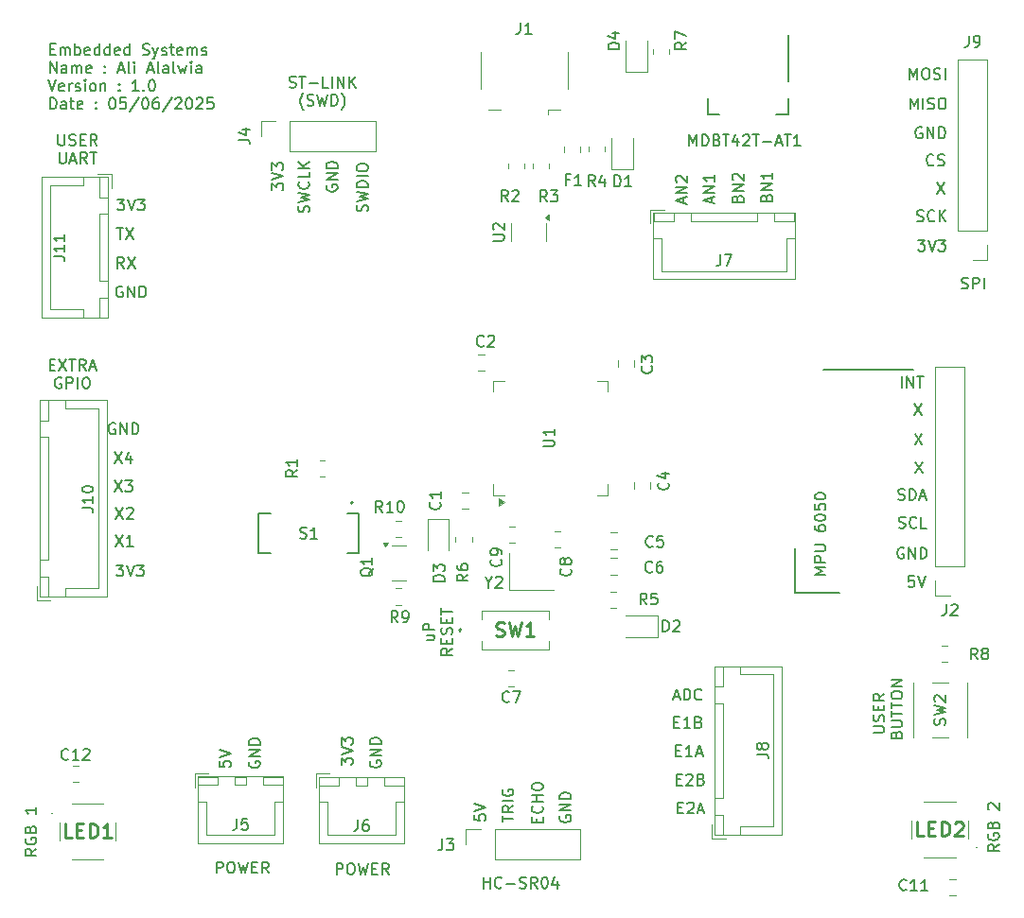
<source format=gbr>
%TF.GenerationSoftware,KiCad,Pcbnew,9.0.0*%
%TF.CreationDate,2025-05-06T13:02:48-06:00*%
%TF.ProjectId,2025_04_STM32F103_RobotBrain,32303235-5f30-4345-9f53-544d33324631,rev?*%
%TF.SameCoordinates,Original*%
%TF.FileFunction,Legend,Top*%
%TF.FilePolarity,Positive*%
%FSLAX46Y46*%
G04 Gerber Fmt 4.6, Leading zero omitted, Abs format (unit mm)*
G04 Created by KiCad (PCBNEW 9.0.0) date 2025-05-06 13:02:48*
%MOMM*%
%LPD*%
G01*
G04 APERTURE LIST*
%ADD10C,0.200000*%
%ADD11C,0.150000*%
%ADD12C,0.254000*%
%ADD13C,0.120000*%
%ADD14C,0.100000*%
%ADD15C,0.127000*%
G04 APERTURE END LIST*
D10*
X95969673Y-32263578D02*
X96303006Y-32263578D01*
X96445863Y-32787388D02*
X95969673Y-32787388D01*
X95969673Y-32787388D02*
X95969673Y-31787388D01*
X95969673Y-31787388D02*
X96445863Y-31787388D01*
X96874435Y-32787388D02*
X96874435Y-32120721D01*
X96874435Y-32215959D02*
X96922054Y-32168340D01*
X96922054Y-32168340D02*
X97017292Y-32120721D01*
X97017292Y-32120721D02*
X97160149Y-32120721D01*
X97160149Y-32120721D02*
X97255387Y-32168340D01*
X97255387Y-32168340D02*
X97303006Y-32263578D01*
X97303006Y-32263578D02*
X97303006Y-32787388D01*
X97303006Y-32263578D02*
X97350625Y-32168340D01*
X97350625Y-32168340D02*
X97445863Y-32120721D01*
X97445863Y-32120721D02*
X97588720Y-32120721D01*
X97588720Y-32120721D02*
X97683959Y-32168340D01*
X97683959Y-32168340D02*
X97731578Y-32263578D01*
X97731578Y-32263578D02*
X97731578Y-32787388D01*
X98207768Y-32787388D02*
X98207768Y-31787388D01*
X98207768Y-32168340D02*
X98303006Y-32120721D01*
X98303006Y-32120721D02*
X98493482Y-32120721D01*
X98493482Y-32120721D02*
X98588720Y-32168340D01*
X98588720Y-32168340D02*
X98636339Y-32215959D01*
X98636339Y-32215959D02*
X98683958Y-32311197D01*
X98683958Y-32311197D02*
X98683958Y-32596911D01*
X98683958Y-32596911D02*
X98636339Y-32692149D01*
X98636339Y-32692149D02*
X98588720Y-32739769D01*
X98588720Y-32739769D02*
X98493482Y-32787388D01*
X98493482Y-32787388D02*
X98303006Y-32787388D01*
X98303006Y-32787388D02*
X98207768Y-32739769D01*
X99493482Y-32739769D02*
X99398244Y-32787388D01*
X99398244Y-32787388D02*
X99207768Y-32787388D01*
X99207768Y-32787388D02*
X99112530Y-32739769D01*
X99112530Y-32739769D02*
X99064911Y-32644530D01*
X99064911Y-32644530D02*
X99064911Y-32263578D01*
X99064911Y-32263578D02*
X99112530Y-32168340D01*
X99112530Y-32168340D02*
X99207768Y-32120721D01*
X99207768Y-32120721D02*
X99398244Y-32120721D01*
X99398244Y-32120721D02*
X99493482Y-32168340D01*
X99493482Y-32168340D02*
X99541101Y-32263578D01*
X99541101Y-32263578D02*
X99541101Y-32358816D01*
X99541101Y-32358816D02*
X99064911Y-32454054D01*
X100398244Y-32787388D02*
X100398244Y-31787388D01*
X100398244Y-32739769D02*
X100303006Y-32787388D01*
X100303006Y-32787388D02*
X100112530Y-32787388D01*
X100112530Y-32787388D02*
X100017292Y-32739769D01*
X100017292Y-32739769D02*
X99969673Y-32692149D01*
X99969673Y-32692149D02*
X99922054Y-32596911D01*
X99922054Y-32596911D02*
X99922054Y-32311197D01*
X99922054Y-32311197D02*
X99969673Y-32215959D01*
X99969673Y-32215959D02*
X100017292Y-32168340D01*
X100017292Y-32168340D02*
X100112530Y-32120721D01*
X100112530Y-32120721D02*
X100303006Y-32120721D01*
X100303006Y-32120721D02*
X100398244Y-32168340D01*
X101303006Y-32787388D02*
X101303006Y-31787388D01*
X101303006Y-32739769D02*
X101207768Y-32787388D01*
X101207768Y-32787388D02*
X101017292Y-32787388D01*
X101017292Y-32787388D02*
X100922054Y-32739769D01*
X100922054Y-32739769D02*
X100874435Y-32692149D01*
X100874435Y-32692149D02*
X100826816Y-32596911D01*
X100826816Y-32596911D02*
X100826816Y-32311197D01*
X100826816Y-32311197D02*
X100874435Y-32215959D01*
X100874435Y-32215959D02*
X100922054Y-32168340D01*
X100922054Y-32168340D02*
X101017292Y-32120721D01*
X101017292Y-32120721D02*
X101207768Y-32120721D01*
X101207768Y-32120721D02*
X101303006Y-32168340D01*
X102160149Y-32739769D02*
X102064911Y-32787388D01*
X102064911Y-32787388D02*
X101874435Y-32787388D01*
X101874435Y-32787388D02*
X101779197Y-32739769D01*
X101779197Y-32739769D02*
X101731578Y-32644530D01*
X101731578Y-32644530D02*
X101731578Y-32263578D01*
X101731578Y-32263578D02*
X101779197Y-32168340D01*
X101779197Y-32168340D02*
X101874435Y-32120721D01*
X101874435Y-32120721D02*
X102064911Y-32120721D01*
X102064911Y-32120721D02*
X102160149Y-32168340D01*
X102160149Y-32168340D02*
X102207768Y-32263578D01*
X102207768Y-32263578D02*
X102207768Y-32358816D01*
X102207768Y-32358816D02*
X101731578Y-32454054D01*
X103064911Y-32787388D02*
X103064911Y-31787388D01*
X103064911Y-32739769D02*
X102969673Y-32787388D01*
X102969673Y-32787388D02*
X102779197Y-32787388D01*
X102779197Y-32787388D02*
X102683959Y-32739769D01*
X102683959Y-32739769D02*
X102636340Y-32692149D01*
X102636340Y-32692149D02*
X102588721Y-32596911D01*
X102588721Y-32596911D02*
X102588721Y-32311197D01*
X102588721Y-32311197D02*
X102636340Y-32215959D01*
X102636340Y-32215959D02*
X102683959Y-32168340D01*
X102683959Y-32168340D02*
X102779197Y-32120721D01*
X102779197Y-32120721D02*
X102969673Y-32120721D01*
X102969673Y-32120721D02*
X103064911Y-32168340D01*
X104255388Y-32739769D02*
X104398245Y-32787388D01*
X104398245Y-32787388D02*
X104636340Y-32787388D01*
X104636340Y-32787388D02*
X104731578Y-32739769D01*
X104731578Y-32739769D02*
X104779197Y-32692149D01*
X104779197Y-32692149D02*
X104826816Y-32596911D01*
X104826816Y-32596911D02*
X104826816Y-32501673D01*
X104826816Y-32501673D02*
X104779197Y-32406435D01*
X104779197Y-32406435D02*
X104731578Y-32358816D01*
X104731578Y-32358816D02*
X104636340Y-32311197D01*
X104636340Y-32311197D02*
X104445864Y-32263578D01*
X104445864Y-32263578D02*
X104350626Y-32215959D01*
X104350626Y-32215959D02*
X104303007Y-32168340D01*
X104303007Y-32168340D02*
X104255388Y-32073102D01*
X104255388Y-32073102D02*
X104255388Y-31977864D01*
X104255388Y-31977864D02*
X104303007Y-31882626D01*
X104303007Y-31882626D02*
X104350626Y-31835007D01*
X104350626Y-31835007D02*
X104445864Y-31787388D01*
X104445864Y-31787388D02*
X104683959Y-31787388D01*
X104683959Y-31787388D02*
X104826816Y-31835007D01*
X105160150Y-32120721D02*
X105398245Y-32787388D01*
X105636340Y-32120721D02*
X105398245Y-32787388D01*
X105398245Y-32787388D02*
X105303007Y-33025483D01*
X105303007Y-33025483D02*
X105255388Y-33073102D01*
X105255388Y-33073102D02*
X105160150Y-33120721D01*
X105969674Y-32739769D02*
X106064912Y-32787388D01*
X106064912Y-32787388D02*
X106255388Y-32787388D01*
X106255388Y-32787388D02*
X106350626Y-32739769D01*
X106350626Y-32739769D02*
X106398245Y-32644530D01*
X106398245Y-32644530D02*
X106398245Y-32596911D01*
X106398245Y-32596911D02*
X106350626Y-32501673D01*
X106350626Y-32501673D02*
X106255388Y-32454054D01*
X106255388Y-32454054D02*
X106112531Y-32454054D01*
X106112531Y-32454054D02*
X106017293Y-32406435D01*
X106017293Y-32406435D02*
X105969674Y-32311197D01*
X105969674Y-32311197D02*
X105969674Y-32263578D01*
X105969674Y-32263578D02*
X106017293Y-32168340D01*
X106017293Y-32168340D02*
X106112531Y-32120721D01*
X106112531Y-32120721D02*
X106255388Y-32120721D01*
X106255388Y-32120721D02*
X106350626Y-32168340D01*
X106683960Y-32120721D02*
X107064912Y-32120721D01*
X106826817Y-31787388D02*
X106826817Y-32644530D01*
X106826817Y-32644530D02*
X106874436Y-32739769D01*
X106874436Y-32739769D02*
X106969674Y-32787388D01*
X106969674Y-32787388D02*
X107064912Y-32787388D01*
X107779198Y-32739769D02*
X107683960Y-32787388D01*
X107683960Y-32787388D02*
X107493484Y-32787388D01*
X107493484Y-32787388D02*
X107398246Y-32739769D01*
X107398246Y-32739769D02*
X107350627Y-32644530D01*
X107350627Y-32644530D02*
X107350627Y-32263578D01*
X107350627Y-32263578D02*
X107398246Y-32168340D01*
X107398246Y-32168340D02*
X107493484Y-32120721D01*
X107493484Y-32120721D02*
X107683960Y-32120721D01*
X107683960Y-32120721D02*
X107779198Y-32168340D01*
X107779198Y-32168340D02*
X107826817Y-32263578D01*
X107826817Y-32263578D02*
X107826817Y-32358816D01*
X107826817Y-32358816D02*
X107350627Y-32454054D01*
X108255389Y-32787388D02*
X108255389Y-32120721D01*
X108255389Y-32215959D02*
X108303008Y-32168340D01*
X108303008Y-32168340D02*
X108398246Y-32120721D01*
X108398246Y-32120721D02*
X108541103Y-32120721D01*
X108541103Y-32120721D02*
X108636341Y-32168340D01*
X108636341Y-32168340D02*
X108683960Y-32263578D01*
X108683960Y-32263578D02*
X108683960Y-32787388D01*
X108683960Y-32263578D02*
X108731579Y-32168340D01*
X108731579Y-32168340D02*
X108826817Y-32120721D01*
X108826817Y-32120721D02*
X108969674Y-32120721D01*
X108969674Y-32120721D02*
X109064913Y-32168340D01*
X109064913Y-32168340D02*
X109112532Y-32263578D01*
X109112532Y-32263578D02*
X109112532Y-32787388D01*
X109541103Y-32739769D02*
X109636341Y-32787388D01*
X109636341Y-32787388D02*
X109826817Y-32787388D01*
X109826817Y-32787388D02*
X109922055Y-32739769D01*
X109922055Y-32739769D02*
X109969674Y-32644530D01*
X109969674Y-32644530D02*
X109969674Y-32596911D01*
X109969674Y-32596911D02*
X109922055Y-32501673D01*
X109922055Y-32501673D02*
X109826817Y-32454054D01*
X109826817Y-32454054D02*
X109683960Y-32454054D01*
X109683960Y-32454054D02*
X109588722Y-32406435D01*
X109588722Y-32406435D02*
X109541103Y-32311197D01*
X109541103Y-32311197D02*
X109541103Y-32263578D01*
X109541103Y-32263578D02*
X109588722Y-32168340D01*
X109588722Y-32168340D02*
X109683960Y-32120721D01*
X109683960Y-32120721D02*
X109826817Y-32120721D01*
X109826817Y-32120721D02*
X109922055Y-32168340D01*
X95969673Y-34397332D02*
X95969673Y-33397332D01*
X95969673Y-33397332D02*
X96541101Y-34397332D01*
X96541101Y-34397332D02*
X96541101Y-33397332D01*
X97445863Y-34397332D02*
X97445863Y-33873522D01*
X97445863Y-33873522D02*
X97398244Y-33778284D01*
X97398244Y-33778284D02*
X97303006Y-33730665D01*
X97303006Y-33730665D02*
X97112530Y-33730665D01*
X97112530Y-33730665D02*
X97017292Y-33778284D01*
X97445863Y-34349713D02*
X97350625Y-34397332D01*
X97350625Y-34397332D02*
X97112530Y-34397332D01*
X97112530Y-34397332D02*
X97017292Y-34349713D01*
X97017292Y-34349713D02*
X96969673Y-34254474D01*
X96969673Y-34254474D02*
X96969673Y-34159236D01*
X96969673Y-34159236D02*
X97017292Y-34063998D01*
X97017292Y-34063998D02*
X97112530Y-34016379D01*
X97112530Y-34016379D02*
X97350625Y-34016379D01*
X97350625Y-34016379D02*
X97445863Y-33968760D01*
X97922054Y-34397332D02*
X97922054Y-33730665D01*
X97922054Y-33825903D02*
X97969673Y-33778284D01*
X97969673Y-33778284D02*
X98064911Y-33730665D01*
X98064911Y-33730665D02*
X98207768Y-33730665D01*
X98207768Y-33730665D02*
X98303006Y-33778284D01*
X98303006Y-33778284D02*
X98350625Y-33873522D01*
X98350625Y-33873522D02*
X98350625Y-34397332D01*
X98350625Y-33873522D02*
X98398244Y-33778284D01*
X98398244Y-33778284D02*
X98493482Y-33730665D01*
X98493482Y-33730665D02*
X98636339Y-33730665D01*
X98636339Y-33730665D02*
X98731578Y-33778284D01*
X98731578Y-33778284D02*
X98779197Y-33873522D01*
X98779197Y-33873522D02*
X98779197Y-34397332D01*
X99636339Y-34349713D02*
X99541101Y-34397332D01*
X99541101Y-34397332D02*
X99350625Y-34397332D01*
X99350625Y-34397332D02*
X99255387Y-34349713D01*
X99255387Y-34349713D02*
X99207768Y-34254474D01*
X99207768Y-34254474D02*
X99207768Y-33873522D01*
X99207768Y-33873522D02*
X99255387Y-33778284D01*
X99255387Y-33778284D02*
X99350625Y-33730665D01*
X99350625Y-33730665D02*
X99541101Y-33730665D01*
X99541101Y-33730665D02*
X99636339Y-33778284D01*
X99636339Y-33778284D02*
X99683958Y-33873522D01*
X99683958Y-33873522D02*
X99683958Y-33968760D01*
X99683958Y-33968760D02*
X99207768Y-34063998D01*
X100874435Y-34302093D02*
X100922054Y-34349713D01*
X100922054Y-34349713D02*
X100874435Y-34397332D01*
X100874435Y-34397332D02*
X100826816Y-34349713D01*
X100826816Y-34349713D02*
X100874435Y-34302093D01*
X100874435Y-34302093D02*
X100874435Y-34397332D01*
X100874435Y-33778284D02*
X100922054Y-33825903D01*
X100922054Y-33825903D02*
X100874435Y-33873522D01*
X100874435Y-33873522D02*
X100826816Y-33825903D01*
X100826816Y-33825903D02*
X100874435Y-33778284D01*
X100874435Y-33778284D02*
X100874435Y-33873522D01*
X102064911Y-34111617D02*
X102541101Y-34111617D01*
X101969673Y-34397332D02*
X102303006Y-33397332D01*
X102303006Y-33397332D02*
X102636339Y-34397332D01*
X103112530Y-34397332D02*
X103017292Y-34349713D01*
X103017292Y-34349713D02*
X102969673Y-34254474D01*
X102969673Y-34254474D02*
X102969673Y-33397332D01*
X103493483Y-34397332D02*
X103493483Y-33730665D01*
X103493483Y-33397332D02*
X103445864Y-33444951D01*
X103445864Y-33444951D02*
X103493483Y-33492570D01*
X103493483Y-33492570D02*
X103541102Y-33444951D01*
X103541102Y-33444951D02*
X103493483Y-33397332D01*
X103493483Y-33397332D02*
X103493483Y-33492570D01*
X104683959Y-34111617D02*
X105160149Y-34111617D01*
X104588721Y-34397332D02*
X104922054Y-33397332D01*
X104922054Y-33397332D02*
X105255387Y-34397332D01*
X105731578Y-34397332D02*
X105636340Y-34349713D01*
X105636340Y-34349713D02*
X105588721Y-34254474D01*
X105588721Y-34254474D02*
X105588721Y-33397332D01*
X106541102Y-34397332D02*
X106541102Y-33873522D01*
X106541102Y-33873522D02*
X106493483Y-33778284D01*
X106493483Y-33778284D02*
X106398245Y-33730665D01*
X106398245Y-33730665D02*
X106207769Y-33730665D01*
X106207769Y-33730665D02*
X106112531Y-33778284D01*
X106541102Y-34349713D02*
X106445864Y-34397332D01*
X106445864Y-34397332D02*
X106207769Y-34397332D01*
X106207769Y-34397332D02*
X106112531Y-34349713D01*
X106112531Y-34349713D02*
X106064912Y-34254474D01*
X106064912Y-34254474D02*
X106064912Y-34159236D01*
X106064912Y-34159236D02*
X106112531Y-34063998D01*
X106112531Y-34063998D02*
X106207769Y-34016379D01*
X106207769Y-34016379D02*
X106445864Y-34016379D01*
X106445864Y-34016379D02*
X106541102Y-33968760D01*
X107160150Y-34397332D02*
X107064912Y-34349713D01*
X107064912Y-34349713D02*
X107017293Y-34254474D01*
X107017293Y-34254474D02*
X107017293Y-33397332D01*
X107445865Y-33730665D02*
X107636341Y-34397332D01*
X107636341Y-34397332D02*
X107826817Y-33921141D01*
X107826817Y-33921141D02*
X108017293Y-34397332D01*
X108017293Y-34397332D02*
X108207769Y-33730665D01*
X108588722Y-34397332D02*
X108588722Y-33730665D01*
X108588722Y-33397332D02*
X108541103Y-33444951D01*
X108541103Y-33444951D02*
X108588722Y-33492570D01*
X108588722Y-33492570D02*
X108636341Y-33444951D01*
X108636341Y-33444951D02*
X108588722Y-33397332D01*
X108588722Y-33397332D02*
X108588722Y-33492570D01*
X109493483Y-34397332D02*
X109493483Y-33873522D01*
X109493483Y-33873522D02*
X109445864Y-33778284D01*
X109445864Y-33778284D02*
X109350626Y-33730665D01*
X109350626Y-33730665D02*
X109160150Y-33730665D01*
X109160150Y-33730665D02*
X109064912Y-33778284D01*
X109493483Y-34349713D02*
X109398245Y-34397332D01*
X109398245Y-34397332D02*
X109160150Y-34397332D01*
X109160150Y-34397332D02*
X109064912Y-34349713D01*
X109064912Y-34349713D02*
X109017293Y-34254474D01*
X109017293Y-34254474D02*
X109017293Y-34159236D01*
X109017293Y-34159236D02*
X109064912Y-34063998D01*
X109064912Y-34063998D02*
X109160150Y-34016379D01*
X109160150Y-34016379D02*
X109398245Y-34016379D01*
X109398245Y-34016379D02*
X109493483Y-33968760D01*
X95826816Y-35007276D02*
X96160149Y-36007276D01*
X96160149Y-36007276D02*
X96493482Y-35007276D01*
X97207768Y-35959657D02*
X97112530Y-36007276D01*
X97112530Y-36007276D02*
X96922054Y-36007276D01*
X96922054Y-36007276D02*
X96826816Y-35959657D01*
X96826816Y-35959657D02*
X96779197Y-35864418D01*
X96779197Y-35864418D02*
X96779197Y-35483466D01*
X96779197Y-35483466D02*
X96826816Y-35388228D01*
X96826816Y-35388228D02*
X96922054Y-35340609D01*
X96922054Y-35340609D02*
X97112530Y-35340609D01*
X97112530Y-35340609D02*
X97207768Y-35388228D01*
X97207768Y-35388228D02*
X97255387Y-35483466D01*
X97255387Y-35483466D02*
X97255387Y-35578704D01*
X97255387Y-35578704D02*
X96779197Y-35673942D01*
X97683959Y-36007276D02*
X97683959Y-35340609D01*
X97683959Y-35531085D02*
X97731578Y-35435847D01*
X97731578Y-35435847D02*
X97779197Y-35388228D01*
X97779197Y-35388228D02*
X97874435Y-35340609D01*
X97874435Y-35340609D02*
X97969673Y-35340609D01*
X98255388Y-35959657D02*
X98350626Y-36007276D01*
X98350626Y-36007276D02*
X98541102Y-36007276D01*
X98541102Y-36007276D02*
X98636340Y-35959657D01*
X98636340Y-35959657D02*
X98683959Y-35864418D01*
X98683959Y-35864418D02*
X98683959Y-35816799D01*
X98683959Y-35816799D02*
X98636340Y-35721561D01*
X98636340Y-35721561D02*
X98541102Y-35673942D01*
X98541102Y-35673942D02*
X98398245Y-35673942D01*
X98398245Y-35673942D02*
X98303007Y-35626323D01*
X98303007Y-35626323D02*
X98255388Y-35531085D01*
X98255388Y-35531085D02*
X98255388Y-35483466D01*
X98255388Y-35483466D02*
X98303007Y-35388228D01*
X98303007Y-35388228D02*
X98398245Y-35340609D01*
X98398245Y-35340609D02*
X98541102Y-35340609D01*
X98541102Y-35340609D02*
X98636340Y-35388228D01*
X99112531Y-36007276D02*
X99112531Y-35340609D01*
X99112531Y-35007276D02*
X99064912Y-35054895D01*
X99064912Y-35054895D02*
X99112531Y-35102514D01*
X99112531Y-35102514D02*
X99160150Y-35054895D01*
X99160150Y-35054895D02*
X99112531Y-35007276D01*
X99112531Y-35007276D02*
X99112531Y-35102514D01*
X99731578Y-36007276D02*
X99636340Y-35959657D01*
X99636340Y-35959657D02*
X99588721Y-35912037D01*
X99588721Y-35912037D02*
X99541102Y-35816799D01*
X99541102Y-35816799D02*
X99541102Y-35531085D01*
X99541102Y-35531085D02*
X99588721Y-35435847D01*
X99588721Y-35435847D02*
X99636340Y-35388228D01*
X99636340Y-35388228D02*
X99731578Y-35340609D01*
X99731578Y-35340609D02*
X99874435Y-35340609D01*
X99874435Y-35340609D02*
X99969673Y-35388228D01*
X99969673Y-35388228D02*
X100017292Y-35435847D01*
X100017292Y-35435847D02*
X100064911Y-35531085D01*
X100064911Y-35531085D02*
X100064911Y-35816799D01*
X100064911Y-35816799D02*
X100017292Y-35912037D01*
X100017292Y-35912037D02*
X99969673Y-35959657D01*
X99969673Y-35959657D02*
X99874435Y-36007276D01*
X99874435Y-36007276D02*
X99731578Y-36007276D01*
X100493483Y-35340609D02*
X100493483Y-36007276D01*
X100493483Y-35435847D02*
X100541102Y-35388228D01*
X100541102Y-35388228D02*
X100636340Y-35340609D01*
X100636340Y-35340609D02*
X100779197Y-35340609D01*
X100779197Y-35340609D02*
X100874435Y-35388228D01*
X100874435Y-35388228D02*
X100922054Y-35483466D01*
X100922054Y-35483466D02*
X100922054Y-36007276D01*
X102160150Y-35912037D02*
X102207769Y-35959657D01*
X102207769Y-35959657D02*
X102160150Y-36007276D01*
X102160150Y-36007276D02*
X102112531Y-35959657D01*
X102112531Y-35959657D02*
X102160150Y-35912037D01*
X102160150Y-35912037D02*
X102160150Y-36007276D01*
X102160150Y-35388228D02*
X102207769Y-35435847D01*
X102207769Y-35435847D02*
X102160150Y-35483466D01*
X102160150Y-35483466D02*
X102112531Y-35435847D01*
X102112531Y-35435847D02*
X102160150Y-35388228D01*
X102160150Y-35388228D02*
X102160150Y-35483466D01*
X103922054Y-36007276D02*
X103350626Y-36007276D01*
X103636340Y-36007276D02*
X103636340Y-35007276D01*
X103636340Y-35007276D02*
X103541102Y-35150133D01*
X103541102Y-35150133D02*
X103445864Y-35245371D01*
X103445864Y-35245371D02*
X103350626Y-35292990D01*
X104350626Y-35912037D02*
X104398245Y-35959657D01*
X104398245Y-35959657D02*
X104350626Y-36007276D01*
X104350626Y-36007276D02*
X104303007Y-35959657D01*
X104303007Y-35959657D02*
X104350626Y-35912037D01*
X104350626Y-35912037D02*
X104350626Y-36007276D01*
X105017292Y-35007276D02*
X105112530Y-35007276D01*
X105112530Y-35007276D02*
X105207768Y-35054895D01*
X105207768Y-35054895D02*
X105255387Y-35102514D01*
X105255387Y-35102514D02*
X105303006Y-35197752D01*
X105303006Y-35197752D02*
X105350625Y-35388228D01*
X105350625Y-35388228D02*
X105350625Y-35626323D01*
X105350625Y-35626323D02*
X105303006Y-35816799D01*
X105303006Y-35816799D02*
X105255387Y-35912037D01*
X105255387Y-35912037D02*
X105207768Y-35959657D01*
X105207768Y-35959657D02*
X105112530Y-36007276D01*
X105112530Y-36007276D02*
X105017292Y-36007276D01*
X105017292Y-36007276D02*
X104922054Y-35959657D01*
X104922054Y-35959657D02*
X104874435Y-35912037D01*
X104874435Y-35912037D02*
X104826816Y-35816799D01*
X104826816Y-35816799D02*
X104779197Y-35626323D01*
X104779197Y-35626323D02*
X104779197Y-35388228D01*
X104779197Y-35388228D02*
X104826816Y-35197752D01*
X104826816Y-35197752D02*
X104874435Y-35102514D01*
X104874435Y-35102514D02*
X104922054Y-35054895D01*
X104922054Y-35054895D02*
X105017292Y-35007276D01*
X95969673Y-37617220D02*
X95969673Y-36617220D01*
X95969673Y-36617220D02*
X96207768Y-36617220D01*
X96207768Y-36617220D02*
X96350625Y-36664839D01*
X96350625Y-36664839D02*
X96445863Y-36760077D01*
X96445863Y-36760077D02*
X96493482Y-36855315D01*
X96493482Y-36855315D02*
X96541101Y-37045791D01*
X96541101Y-37045791D02*
X96541101Y-37188648D01*
X96541101Y-37188648D02*
X96493482Y-37379124D01*
X96493482Y-37379124D02*
X96445863Y-37474362D01*
X96445863Y-37474362D02*
X96350625Y-37569601D01*
X96350625Y-37569601D02*
X96207768Y-37617220D01*
X96207768Y-37617220D02*
X95969673Y-37617220D01*
X97398244Y-37617220D02*
X97398244Y-37093410D01*
X97398244Y-37093410D02*
X97350625Y-36998172D01*
X97350625Y-36998172D02*
X97255387Y-36950553D01*
X97255387Y-36950553D02*
X97064911Y-36950553D01*
X97064911Y-36950553D02*
X96969673Y-36998172D01*
X97398244Y-37569601D02*
X97303006Y-37617220D01*
X97303006Y-37617220D02*
X97064911Y-37617220D01*
X97064911Y-37617220D02*
X96969673Y-37569601D01*
X96969673Y-37569601D02*
X96922054Y-37474362D01*
X96922054Y-37474362D02*
X96922054Y-37379124D01*
X96922054Y-37379124D02*
X96969673Y-37283886D01*
X96969673Y-37283886D02*
X97064911Y-37236267D01*
X97064911Y-37236267D02*
X97303006Y-37236267D01*
X97303006Y-37236267D02*
X97398244Y-37188648D01*
X97731578Y-36950553D02*
X98112530Y-36950553D01*
X97874435Y-36617220D02*
X97874435Y-37474362D01*
X97874435Y-37474362D02*
X97922054Y-37569601D01*
X97922054Y-37569601D02*
X98017292Y-37617220D01*
X98017292Y-37617220D02*
X98112530Y-37617220D01*
X98826816Y-37569601D02*
X98731578Y-37617220D01*
X98731578Y-37617220D02*
X98541102Y-37617220D01*
X98541102Y-37617220D02*
X98445864Y-37569601D01*
X98445864Y-37569601D02*
X98398245Y-37474362D01*
X98398245Y-37474362D02*
X98398245Y-37093410D01*
X98398245Y-37093410D02*
X98445864Y-36998172D01*
X98445864Y-36998172D02*
X98541102Y-36950553D01*
X98541102Y-36950553D02*
X98731578Y-36950553D01*
X98731578Y-36950553D02*
X98826816Y-36998172D01*
X98826816Y-36998172D02*
X98874435Y-37093410D01*
X98874435Y-37093410D02*
X98874435Y-37188648D01*
X98874435Y-37188648D02*
X98398245Y-37283886D01*
X100064912Y-37521981D02*
X100112531Y-37569601D01*
X100112531Y-37569601D02*
X100064912Y-37617220D01*
X100064912Y-37617220D02*
X100017293Y-37569601D01*
X100017293Y-37569601D02*
X100064912Y-37521981D01*
X100064912Y-37521981D02*
X100064912Y-37617220D01*
X100064912Y-36998172D02*
X100112531Y-37045791D01*
X100112531Y-37045791D02*
X100064912Y-37093410D01*
X100064912Y-37093410D02*
X100017293Y-37045791D01*
X100017293Y-37045791D02*
X100064912Y-36998172D01*
X100064912Y-36998172D02*
X100064912Y-37093410D01*
X101493483Y-36617220D02*
X101588721Y-36617220D01*
X101588721Y-36617220D02*
X101683959Y-36664839D01*
X101683959Y-36664839D02*
X101731578Y-36712458D01*
X101731578Y-36712458D02*
X101779197Y-36807696D01*
X101779197Y-36807696D02*
X101826816Y-36998172D01*
X101826816Y-36998172D02*
X101826816Y-37236267D01*
X101826816Y-37236267D02*
X101779197Y-37426743D01*
X101779197Y-37426743D02*
X101731578Y-37521981D01*
X101731578Y-37521981D02*
X101683959Y-37569601D01*
X101683959Y-37569601D02*
X101588721Y-37617220D01*
X101588721Y-37617220D02*
X101493483Y-37617220D01*
X101493483Y-37617220D02*
X101398245Y-37569601D01*
X101398245Y-37569601D02*
X101350626Y-37521981D01*
X101350626Y-37521981D02*
X101303007Y-37426743D01*
X101303007Y-37426743D02*
X101255388Y-37236267D01*
X101255388Y-37236267D02*
X101255388Y-36998172D01*
X101255388Y-36998172D02*
X101303007Y-36807696D01*
X101303007Y-36807696D02*
X101350626Y-36712458D01*
X101350626Y-36712458D02*
X101398245Y-36664839D01*
X101398245Y-36664839D02*
X101493483Y-36617220D01*
X102731578Y-36617220D02*
X102255388Y-36617220D01*
X102255388Y-36617220D02*
X102207769Y-37093410D01*
X102207769Y-37093410D02*
X102255388Y-37045791D01*
X102255388Y-37045791D02*
X102350626Y-36998172D01*
X102350626Y-36998172D02*
X102588721Y-36998172D01*
X102588721Y-36998172D02*
X102683959Y-37045791D01*
X102683959Y-37045791D02*
X102731578Y-37093410D01*
X102731578Y-37093410D02*
X102779197Y-37188648D01*
X102779197Y-37188648D02*
X102779197Y-37426743D01*
X102779197Y-37426743D02*
X102731578Y-37521981D01*
X102731578Y-37521981D02*
X102683959Y-37569601D01*
X102683959Y-37569601D02*
X102588721Y-37617220D01*
X102588721Y-37617220D02*
X102350626Y-37617220D01*
X102350626Y-37617220D02*
X102255388Y-37569601D01*
X102255388Y-37569601D02*
X102207769Y-37521981D01*
X103922054Y-36569601D02*
X103064912Y-37855315D01*
X104445864Y-36617220D02*
X104541102Y-36617220D01*
X104541102Y-36617220D02*
X104636340Y-36664839D01*
X104636340Y-36664839D02*
X104683959Y-36712458D01*
X104683959Y-36712458D02*
X104731578Y-36807696D01*
X104731578Y-36807696D02*
X104779197Y-36998172D01*
X104779197Y-36998172D02*
X104779197Y-37236267D01*
X104779197Y-37236267D02*
X104731578Y-37426743D01*
X104731578Y-37426743D02*
X104683959Y-37521981D01*
X104683959Y-37521981D02*
X104636340Y-37569601D01*
X104636340Y-37569601D02*
X104541102Y-37617220D01*
X104541102Y-37617220D02*
X104445864Y-37617220D01*
X104445864Y-37617220D02*
X104350626Y-37569601D01*
X104350626Y-37569601D02*
X104303007Y-37521981D01*
X104303007Y-37521981D02*
X104255388Y-37426743D01*
X104255388Y-37426743D02*
X104207769Y-37236267D01*
X104207769Y-37236267D02*
X104207769Y-36998172D01*
X104207769Y-36998172D02*
X104255388Y-36807696D01*
X104255388Y-36807696D02*
X104303007Y-36712458D01*
X104303007Y-36712458D02*
X104350626Y-36664839D01*
X104350626Y-36664839D02*
X104445864Y-36617220D01*
X105636340Y-36617220D02*
X105445864Y-36617220D01*
X105445864Y-36617220D02*
X105350626Y-36664839D01*
X105350626Y-36664839D02*
X105303007Y-36712458D01*
X105303007Y-36712458D02*
X105207769Y-36855315D01*
X105207769Y-36855315D02*
X105160150Y-37045791D01*
X105160150Y-37045791D02*
X105160150Y-37426743D01*
X105160150Y-37426743D02*
X105207769Y-37521981D01*
X105207769Y-37521981D02*
X105255388Y-37569601D01*
X105255388Y-37569601D02*
X105350626Y-37617220D01*
X105350626Y-37617220D02*
X105541102Y-37617220D01*
X105541102Y-37617220D02*
X105636340Y-37569601D01*
X105636340Y-37569601D02*
X105683959Y-37521981D01*
X105683959Y-37521981D02*
X105731578Y-37426743D01*
X105731578Y-37426743D02*
X105731578Y-37188648D01*
X105731578Y-37188648D02*
X105683959Y-37093410D01*
X105683959Y-37093410D02*
X105636340Y-37045791D01*
X105636340Y-37045791D02*
X105541102Y-36998172D01*
X105541102Y-36998172D02*
X105350626Y-36998172D01*
X105350626Y-36998172D02*
X105255388Y-37045791D01*
X105255388Y-37045791D02*
X105207769Y-37093410D01*
X105207769Y-37093410D02*
X105160150Y-37188648D01*
X106874435Y-36569601D02*
X106017293Y-37855315D01*
X107160150Y-36712458D02*
X107207769Y-36664839D01*
X107207769Y-36664839D02*
X107303007Y-36617220D01*
X107303007Y-36617220D02*
X107541102Y-36617220D01*
X107541102Y-36617220D02*
X107636340Y-36664839D01*
X107636340Y-36664839D02*
X107683959Y-36712458D01*
X107683959Y-36712458D02*
X107731578Y-36807696D01*
X107731578Y-36807696D02*
X107731578Y-36902934D01*
X107731578Y-36902934D02*
X107683959Y-37045791D01*
X107683959Y-37045791D02*
X107112531Y-37617220D01*
X107112531Y-37617220D02*
X107731578Y-37617220D01*
X108350626Y-36617220D02*
X108445864Y-36617220D01*
X108445864Y-36617220D02*
X108541102Y-36664839D01*
X108541102Y-36664839D02*
X108588721Y-36712458D01*
X108588721Y-36712458D02*
X108636340Y-36807696D01*
X108636340Y-36807696D02*
X108683959Y-36998172D01*
X108683959Y-36998172D02*
X108683959Y-37236267D01*
X108683959Y-37236267D02*
X108636340Y-37426743D01*
X108636340Y-37426743D02*
X108588721Y-37521981D01*
X108588721Y-37521981D02*
X108541102Y-37569601D01*
X108541102Y-37569601D02*
X108445864Y-37617220D01*
X108445864Y-37617220D02*
X108350626Y-37617220D01*
X108350626Y-37617220D02*
X108255388Y-37569601D01*
X108255388Y-37569601D02*
X108207769Y-37521981D01*
X108207769Y-37521981D02*
X108160150Y-37426743D01*
X108160150Y-37426743D02*
X108112531Y-37236267D01*
X108112531Y-37236267D02*
X108112531Y-36998172D01*
X108112531Y-36998172D02*
X108160150Y-36807696D01*
X108160150Y-36807696D02*
X108207769Y-36712458D01*
X108207769Y-36712458D02*
X108255388Y-36664839D01*
X108255388Y-36664839D02*
X108350626Y-36617220D01*
X109064912Y-36712458D02*
X109112531Y-36664839D01*
X109112531Y-36664839D02*
X109207769Y-36617220D01*
X109207769Y-36617220D02*
X109445864Y-36617220D01*
X109445864Y-36617220D02*
X109541102Y-36664839D01*
X109541102Y-36664839D02*
X109588721Y-36712458D01*
X109588721Y-36712458D02*
X109636340Y-36807696D01*
X109636340Y-36807696D02*
X109636340Y-36902934D01*
X109636340Y-36902934D02*
X109588721Y-37045791D01*
X109588721Y-37045791D02*
X109017293Y-37617220D01*
X109017293Y-37617220D02*
X109636340Y-37617220D01*
X110541102Y-36617220D02*
X110064912Y-36617220D01*
X110064912Y-36617220D02*
X110017293Y-37093410D01*
X110017293Y-37093410D02*
X110064912Y-37045791D01*
X110064912Y-37045791D02*
X110160150Y-36998172D01*
X110160150Y-36998172D02*
X110398245Y-36998172D01*
X110398245Y-36998172D02*
X110493483Y-37045791D01*
X110493483Y-37045791D02*
X110541102Y-37093410D01*
X110541102Y-37093410D02*
X110588721Y-37188648D01*
X110588721Y-37188648D02*
X110588721Y-37426743D01*
X110588721Y-37426743D02*
X110541102Y-37521981D01*
X110541102Y-37521981D02*
X110493483Y-37569601D01*
X110493483Y-37569601D02*
X110398245Y-37617220D01*
X110398245Y-37617220D02*
X110160150Y-37617220D01*
X110160150Y-37617220D02*
X110064912Y-37569601D01*
X110064912Y-37569601D02*
X110017293Y-37521981D01*
D11*
X162585000Y-80945000D02*
X166585000Y-80945000D01*
X162585000Y-80945000D02*
X162585000Y-76945000D01*
X173165000Y-60945000D02*
X165165000Y-60945000D01*
X111104819Y-96030476D02*
X111104819Y-96506666D01*
X111104819Y-96506666D02*
X111581009Y-96554285D01*
X111581009Y-96554285D02*
X111533390Y-96506666D01*
X111533390Y-96506666D02*
X111485771Y-96411428D01*
X111485771Y-96411428D02*
X111485771Y-96173333D01*
X111485771Y-96173333D02*
X111533390Y-96078095D01*
X111533390Y-96078095D02*
X111581009Y-96030476D01*
X111581009Y-96030476D02*
X111676247Y-95982857D01*
X111676247Y-95982857D02*
X111914342Y-95982857D01*
X111914342Y-95982857D02*
X112009580Y-96030476D01*
X112009580Y-96030476D02*
X112057200Y-96078095D01*
X112057200Y-96078095D02*
X112104819Y-96173333D01*
X112104819Y-96173333D02*
X112104819Y-96411428D01*
X112104819Y-96411428D02*
X112057200Y-96506666D01*
X112057200Y-96506666D02*
X112009580Y-96554285D01*
X111104819Y-95697142D02*
X112104819Y-95363809D01*
X112104819Y-95363809D02*
X111104819Y-95030476D01*
X101840476Y-73304819D02*
X102507142Y-74304819D01*
X102507142Y-73304819D02*
X101840476Y-74304819D01*
X102840476Y-73400057D02*
X102888095Y-73352438D01*
X102888095Y-73352438D02*
X102983333Y-73304819D01*
X102983333Y-73304819D02*
X103221428Y-73304819D01*
X103221428Y-73304819D02*
X103316666Y-73352438D01*
X103316666Y-73352438D02*
X103364285Y-73400057D01*
X103364285Y-73400057D02*
X103411904Y-73495295D01*
X103411904Y-73495295D02*
X103411904Y-73590533D01*
X103411904Y-73590533D02*
X103364285Y-73733390D01*
X103364285Y-73733390D02*
X102792857Y-74304819D01*
X102792857Y-74304819D02*
X103411904Y-74304819D01*
X139531009Y-101531904D02*
X139531009Y-101198571D01*
X140054819Y-101055714D02*
X140054819Y-101531904D01*
X140054819Y-101531904D02*
X139054819Y-101531904D01*
X139054819Y-101531904D02*
X139054819Y-101055714D01*
X139959580Y-100055714D02*
X140007200Y-100103333D01*
X140007200Y-100103333D02*
X140054819Y-100246190D01*
X140054819Y-100246190D02*
X140054819Y-100341428D01*
X140054819Y-100341428D02*
X140007200Y-100484285D01*
X140007200Y-100484285D02*
X139911961Y-100579523D01*
X139911961Y-100579523D02*
X139816723Y-100627142D01*
X139816723Y-100627142D02*
X139626247Y-100674761D01*
X139626247Y-100674761D02*
X139483390Y-100674761D01*
X139483390Y-100674761D02*
X139292914Y-100627142D01*
X139292914Y-100627142D02*
X139197676Y-100579523D01*
X139197676Y-100579523D02*
X139102438Y-100484285D01*
X139102438Y-100484285D02*
X139054819Y-100341428D01*
X139054819Y-100341428D02*
X139054819Y-100246190D01*
X139054819Y-100246190D02*
X139102438Y-100103333D01*
X139102438Y-100103333D02*
X139150057Y-100055714D01*
X140054819Y-99627142D02*
X139054819Y-99627142D01*
X139531009Y-99627142D02*
X139531009Y-99055714D01*
X140054819Y-99055714D02*
X139054819Y-99055714D01*
X139054819Y-98389047D02*
X139054819Y-98198571D01*
X139054819Y-98198571D02*
X139102438Y-98103333D01*
X139102438Y-98103333D02*
X139197676Y-98008095D01*
X139197676Y-98008095D02*
X139388152Y-97960476D01*
X139388152Y-97960476D02*
X139721485Y-97960476D01*
X139721485Y-97960476D02*
X139911961Y-98008095D01*
X139911961Y-98008095D02*
X140007200Y-98103333D01*
X140007200Y-98103333D02*
X140054819Y-98198571D01*
X140054819Y-98198571D02*
X140054819Y-98389047D01*
X140054819Y-98389047D02*
X140007200Y-98484285D01*
X140007200Y-98484285D02*
X139911961Y-98579523D01*
X139911961Y-98579523D02*
X139721485Y-98627142D01*
X139721485Y-98627142D02*
X139388152Y-98627142D01*
X139388152Y-98627142D02*
X139197676Y-98579523D01*
X139197676Y-98579523D02*
X139102438Y-98484285D01*
X139102438Y-98484285D02*
X139054819Y-98389047D01*
X151809524Y-92521009D02*
X152142857Y-92521009D01*
X152285714Y-93044819D02*
X151809524Y-93044819D01*
X151809524Y-93044819D02*
X151809524Y-92044819D01*
X151809524Y-92044819D02*
X152285714Y-92044819D01*
X153238095Y-93044819D02*
X152666667Y-93044819D01*
X152952381Y-93044819D02*
X152952381Y-92044819D01*
X152952381Y-92044819D02*
X152857143Y-92187676D01*
X152857143Y-92187676D02*
X152761905Y-92282914D01*
X152761905Y-92282914D02*
X152666667Y-92330533D01*
X154000000Y-92521009D02*
X154142857Y-92568628D01*
X154142857Y-92568628D02*
X154190476Y-92616247D01*
X154190476Y-92616247D02*
X154238095Y-92711485D01*
X154238095Y-92711485D02*
X154238095Y-92854342D01*
X154238095Y-92854342D02*
X154190476Y-92949580D01*
X154190476Y-92949580D02*
X154142857Y-92997200D01*
X154142857Y-92997200D02*
X154047619Y-93044819D01*
X154047619Y-93044819D02*
X153666667Y-93044819D01*
X153666667Y-93044819D02*
X153666667Y-92044819D01*
X153666667Y-92044819D02*
X154000000Y-92044819D01*
X154000000Y-92044819D02*
X154095238Y-92092438D01*
X154095238Y-92092438D02*
X154142857Y-92140057D01*
X154142857Y-92140057D02*
X154190476Y-92235295D01*
X154190476Y-92235295D02*
X154190476Y-92330533D01*
X154190476Y-92330533D02*
X154142857Y-92425771D01*
X154142857Y-92425771D02*
X154095238Y-92473390D01*
X154095238Y-92473390D02*
X154000000Y-92521009D01*
X154000000Y-92521009D02*
X153666667Y-92521009D01*
X155149104Y-46008094D02*
X155149104Y-45531904D01*
X155434819Y-46103332D02*
X154434819Y-45769999D01*
X154434819Y-45769999D02*
X155434819Y-45436666D01*
X155434819Y-45103332D02*
X154434819Y-45103332D01*
X154434819Y-45103332D02*
X155434819Y-44531904D01*
X155434819Y-44531904D02*
X154434819Y-44531904D01*
X155434819Y-43531904D02*
X155434819Y-44103332D01*
X155434819Y-43817618D02*
X154434819Y-43817618D01*
X154434819Y-43817618D02*
X154577676Y-43912856D01*
X154577676Y-43912856D02*
X154672914Y-44008094D01*
X154672914Y-44008094D02*
X154720533Y-44103332D01*
X173396667Y-69234819D02*
X174063333Y-70234819D01*
X174063333Y-69234819D02*
X173396667Y-70234819D01*
X120722438Y-44441904D02*
X120674819Y-44537142D01*
X120674819Y-44537142D02*
X120674819Y-44679999D01*
X120674819Y-44679999D02*
X120722438Y-44822856D01*
X120722438Y-44822856D02*
X120817676Y-44918094D01*
X120817676Y-44918094D02*
X120912914Y-44965713D01*
X120912914Y-44965713D02*
X121103390Y-45013332D01*
X121103390Y-45013332D02*
X121246247Y-45013332D01*
X121246247Y-45013332D02*
X121436723Y-44965713D01*
X121436723Y-44965713D02*
X121531961Y-44918094D01*
X121531961Y-44918094D02*
X121627200Y-44822856D01*
X121627200Y-44822856D02*
X121674819Y-44679999D01*
X121674819Y-44679999D02*
X121674819Y-44584761D01*
X121674819Y-44584761D02*
X121627200Y-44441904D01*
X121627200Y-44441904D02*
X121579580Y-44394285D01*
X121579580Y-44394285D02*
X121246247Y-44394285D01*
X121246247Y-44394285D02*
X121246247Y-44584761D01*
X121674819Y-43965713D02*
X120674819Y-43965713D01*
X120674819Y-43965713D02*
X121674819Y-43394285D01*
X121674819Y-43394285D02*
X120674819Y-43394285D01*
X121674819Y-42918094D02*
X120674819Y-42918094D01*
X120674819Y-42918094D02*
X120674819Y-42679999D01*
X120674819Y-42679999D02*
X120722438Y-42537142D01*
X120722438Y-42537142D02*
X120817676Y-42441904D01*
X120817676Y-42441904D02*
X120912914Y-42394285D01*
X120912914Y-42394285D02*
X121103390Y-42346666D01*
X121103390Y-42346666D02*
X121246247Y-42346666D01*
X121246247Y-42346666D02*
X121436723Y-42394285D01*
X121436723Y-42394285D02*
X121531961Y-42441904D01*
X121531961Y-42441904D02*
X121627200Y-42537142D01*
X121627200Y-42537142D02*
X121674819Y-42679999D01*
X121674819Y-42679999D02*
X121674819Y-42918094D01*
X172888572Y-34964819D02*
X172888572Y-33964819D01*
X172888572Y-33964819D02*
X173221905Y-34679104D01*
X173221905Y-34679104D02*
X173555238Y-33964819D01*
X173555238Y-33964819D02*
X173555238Y-34964819D01*
X174221905Y-33964819D02*
X174412381Y-33964819D01*
X174412381Y-33964819D02*
X174507619Y-34012438D01*
X174507619Y-34012438D02*
X174602857Y-34107676D01*
X174602857Y-34107676D02*
X174650476Y-34298152D01*
X174650476Y-34298152D02*
X174650476Y-34631485D01*
X174650476Y-34631485D02*
X174602857Y-34821961D01*
X174602857Y-34821961D02*
X174507619Y-34917200D01*
X174507619Y-34917200D02*
X174412381Y-34964819D01*
X174412381Y-34964819D02*
X174221905Y-34964819D01*
X174221905Y-34964819D02*
X174126667Y-34917200D01*
X174126667Y-34917200D02*
X174031429Y-34821961D01*
X174031429Y-34821961D02*
X173983810Y-34631485D01*
X173983810Y-34631485D02*
X173983810Y-34298152D01*
X173983810Y-34298152D02*
X174031429Y-34107676D01*
X174031429Y-34107676D02*
X174126667Y-34012438D01*
X174126667Y-34012438D02*
X174221905Y-33964819D01*
X175031429Y-34917200D02*
X175174286Y-34964819D01*
X175174286Y-34964819D02*
X175412381Y-34964819D01*
X175412381Y-34964819D02*
X175507619Y-34917200D01*
X175507619Y-34917200D02*
X175555238Y-34869580D01*
X175555238Y-34869580D02*
X175602857Y-34774342D01*
X175602857Y-34774342D02*
X175602857Y-34679104D01*
X175602857Y-34679104D02*
X175555238Y-34583866D01*
X175555238Y-34583866D02*
X175507619Y-34536247D01*
X175507619Y-34536247D02*
X175412381Y-34488628D01*
X175412381Y-34488628D02*
X175221905Y-34441009D01*
X175221905Y-34441009D02*
X175126667Y-34393390D01*
X175126667Y-34393390D02*
X175079048Y-34345771D01*
X175079048Y-34345771D02*
X175031429Y-34250533D01*
X175031429Y-34250533D02*
X175031429Y-34155295D01*
X175031429Y-34155295D02*
X175079048Y-34060057D01*
X175079048Y-34060057D02*
X175126667Y-34012438D01*
X175126667Y-34012438D02*
X175221905Y-33964819D01*
X175221905Y-33964819D02*
X175460000Y-33964819D01*
X175460000Y-33964819D02*
X175602857Y-34012438D01*
X176031429Y-34964819D02*
X176031429Y-33964819D01*
X101981905Y-45694819D02*
X102600952Y-45694819D01*
X102600952Y-45694819D02*
X102267619Y-46075771D01*
X102267619Y-46075771D02*
X102410476Y-46075771D01*
X102410476Y-46075771D02*
X102505714Y-46123390D01*
X102505714Y-46123390D02*
X102553333Y-46171009D01*
X102553333Y-46171009D02*
X102600952Y-46266247D01*
X102600952Y-46266247D02*
X102600952Y-46504342D01*
X102600952Y-46504342D02*
X102553333Y-46599580D01*
X102553333Y-46599580D02*
X102505714Y-46647200D01*
X102505714Y-46647200D02*
X102410476Y-46694819D01*
X102410476Y-46694819D02*
X102124762Y-46694819D01*
X102124762Y-46694819D02*
X102029524Y-46647200D01*
X102029524Y-46647200D02*
X101981905Y-46599580D01*
X102886667Y-45694819D02*
X103220000Y-46694819D01*
X103220000Y-46694819D02*
X103553333Y-45694819D01*
X103791429Y-45694819D02*
X104410476Y-45694819D01*
X104410476Y-45694819D02*
X104077143Y-46075771D01*
X104077143Y-46075771D02*
X104220000Y-46075771D01*
X104220000Y-46075771D02*
X104315238Y-46123390D01*
X104315238Y-46123390D02*
X104362857Y-46171009D01*
X104362857Y-46171009D02*
X104410476Y-46266247D01*
X104410476Y-46266247D02*
X104410476Y-46504342D01*
X104410476Y-46504342D02*
X104362857Y-46599580D01*
X104362857Y-46599580D02*
X104315238Y-46647200D01*
X104315238Y-46647200D02*
X104220000Y-46694819D01*
X104220000Y-46694819D02*
X103934286Y-46694819D01*
X103934286Y-46694819D02*
X103839048Y-46647200D01*
X103839048Y-46647200D02*
X103791429Y-46599580D01*
X152130952Y-100181009D02*
X152464285Y-100181009D01*
X152607142Y-100704819D02*
X152130952Y-100704819D01*
X152130952Y-100704819D02*
X152130952Y-99704819D01*
X152130952Y-99704819D02*
X152607142Y-99704819D01*
X152988095Y-99800057D02*
X153035714Y-99752438D01*
X153035714Y-99752438D02*
X153130952Y-99704819D01*
X153130952Y-99704819D02*
X153369047Y-99704819D01*
X153369047Y-99704819D02*
X153464285Y-99752438D01*
X153464285Y-99752438D02*
X153511904Y-99800057D01*
X153511904Y-99800057D02*
X153559523Y-99895295D01*
X153559523Y-99895295D02*
X153559523Y-99990533D01*
X153559523Y-99990533D02*
X153511904Y-100133390D01*
X153511904Y-100133390D02*
X152940476Y-100704819D01*
X152940476Y-100704819D02*
X153559523Y-100704819D01*
X153940476Y-100419104D02*
X154416666Y-100419104D01*
X153845238Y-100704819D02*
X154178571Y-99704819D01*
X154178571Y-99704819D02*
X154511904Y-100704819D01*
X101918095Y-48274819D02*
X102489523Y-48274819D01*
X102203809Y-49274819D02*
X102203809Y-48274819D01*
X102727619Y-48274819D02*
X103394285Y-49274819D01*
X103394285Y-48274819D02*
X102727619Y-49274819D01*
X102448095Y-53532438D02*
X102352857Y-53484819D01*
X102352857Y-53484819D02*
X102210000Y-53484819D01*
X102210000Y-53484819D02*
X102067143Y-53532438D01*
X102067143Y-53532438D02*
X101971905Y-53627676D01*
X101971905Y-53627676D02*
X101924286Y-53722914D01*
X101924286Y-53722914D02*
X101876667Y-53913390D01*
X101876667Y-53913390D02*
X101876667Y-54056247D01*
X101876667Y-54056247D02*
X101924286Y-54246723D01*
X101924286Y-54246723D02*
X101971905Y-54341961D01*
X101971905Y-54341961D02*
X102067143Y-54437200D01*
X102067143Y-54437200D02*
X102210000Y-54484819D01*
X102210000Y-54484819D02*
X102305238Y-54484819D01*
X102305238Y-54484819D02*
X102448095Y-54437200D01*
X102448095Y-54437200D02*
X102495714Y-54389580D01*
X102495714Y-54389580D02*
X102495714Y-54056247D01*
X102495714Y-54056247D02*
X102305238Y-54056247D01*
X102924286Y-54484819D02*
X102924286Y-53484819D01*
X102924286Y-53484819D02*
X103495714Y-54484819D01*
X103495714Y-54484819D02*
X103495714Y-53484819D01*
X103971905Y-54484819D02*
X103971905Y-53484819D01*
X103971905Y-53484819D02*
X104210000Y-53484819D01*
X104210000Y-53484819D02*
X104352857Y-53532438D01*
X104352857Y-53532438D02*
X104448095Y-53627676D01*
X104448095Y-53627676D02*
X104495714Y-53722914D01*
X104495714Y-53722914D02*
X104543333Y-53913390D01*
X104543333Y-53913390D02*
X104543333Y-54056247D01*
X104543333Y-54056247D02*
X104495714Y-54246723D01*
X104495714Y-54246723D02*
X104448095Y-54341961D01*
X104448095Y-54341961D02*
X104352857Y-54437200D01*
X104352857Y-54437200D02*
X104210000Y-54484819D01*
X104210000Y-54484819D02*
X103971905Y-54484819D01*
X134746667Y-107414819D02*
X134746667Y-106414819D01*
X134746667Y-106891009D02*
X135318095Y-106891009D01*
X135318095Y-107414819D02*
X135318095Y-106414819D01*
X136365714Y-107319580D02*
X136318095Y-107367200D01*
X136318095Y-107367200D02*
X136175238Y-107414819D01*
X136175238Y-107414819D02*
X136080000Y-107414819D01*
X136080000Y-107414819D02*
X135937143Y-107367200D01*
X135937143Y-107367200D02*
X135841905Y-107271961D01*
X135841905Y-107271961D02*
X135794286Y-107176723D01*
X135794286Y-107176723D02*
X135746667Y-106986247D01*
X135746667Y-106986247D02*
X135746667Y-106843390D01*
X135746667Y-106843390D02*
X135794286Y-106652914D01*
X135794286Y-106652914D02*
X135841905Y-106557676D01*
X135841905Y-106557676D02*
X135937143Y-106462438D01*
X135937143Y-106462438D02*
X136080000Y-106414819D01*
X136080000Y-106414819D02*
X136175238Y-106414819D01*
X136175238Y-106414819D02*
X136318095Y-106462438D01*
X136318095Y-106462438D02*
X136365714Y-106510057D01*
X136794286Y-107033866D02*
X137556191Y-107033866D01*
X137984762Y-107367200D02*
X138127619Y-107414819D01*
X138127619Y-107414819D02*
X138365714Y-107414819D01*
X138365714Y-107414819D02*
X138460952Y-107367200D01*
X138460952Y-107367200D02*
X138508571Y-107319580D01*
X138508571Y-107319580D02*
X138556190Y-107224342D01*
X138556190Y-107224342D02*
X138556190Y-107129104D01*
X138556190Y-107129104D02*
X138508571Y-107033866D01*
X138508571Y-107033866D02*
X138460952Y-106986247D01*
X138460952Y-106986247D02*
X138365714Y-106938628D01*
X138365714Y-106938628D02*
X138175238Y-106891009D01*
X138175238Y-106891009D02*
X138080000Y-106843390D01*
X138080000Y-106843390D02*
X138032381Y-106795771D01*
X138032381Y-106795771D02*
X137984762Y-106700533D01*
X137984762Y-106700533D02*
X137984762Y-106605295D01*
X137984762Y-106605295D02*
X138032381Y-106510057D01*
X138032381Y-106510057D02*
X138080000Y-106462438D01*
X138080000Y-106462438D02*
X138175238Y-106414819D01*
X138175238Y-106414819D02*
X138413333Y-106414819D01*
X138413333Y-106414819D02*
X138556190Y-106462438D01*
X139556190Y-107414819D02*
X139222857Y-106938628D01*
X138984762Y-107414819D02*
X138984762Y-106414819D01*
X138984762Y-106414819D02*
X139365714Y-106414819D01*
X139365714Y-106414819D02*
X139460952Y-106462438D01*
X139460952Y-106462438D02*
X139508571Y-106510057D01*
X139508571Y-106510057D02*
X139556190Y-106605295D01*
X139556190Y-106605295D02*
X139556190Y-106748152D01*
X139556190Y-106748152D02*
X139508571Y-106843390D01*
X139508571Y-106843390D02*
X139460952Y-106891009D01*
X139460952Y-106891009D02*
X139365714Y-106938628D01*
X139365714Y-106938628D02*
X138984762Y-106938628D01*
X140175238Y-106414819D02*
X140270476Y-106414819D01*
X140270476Y-106414819D02*
X140365714Y-106462438D01*
X140365714Y-106462438D02*
X140413333Y-106510057D01*
X140413333Y-106510057D02*
X140460952Y-106605295D01*
X140460952Y-106605295D02*
X140508571Y-106795771D01*
X140508571Y-106795771D02*
X140508571Y-107033866D01*
X140508571Y-107033866D02*
X140460952Y-107224342D01*
X140460952Y-107224342D02*
X140413333Y-107319580D01*
X140413333Y-107319580D02*
X140365714Y-107367200D01*
X140365714Y-107367200D02*
X140270476Y-107414819D01*
X140270476Y-107414819D02*
X140175238Y-107414819D01*
X140175238Y-107414819D02*
X140080000Y-107367200D01*
X140080000Y-107367200D02*
X140032381Y-107319580D01*
X140032381Y-107319580D02*
X139984762Y-107224342D01*
X139984762Y-107224342D02*
X139937143Y-107033866D01*
X139937143Y-107033866D02*
X139937143Y-106795771D01*
X139937143Y-106795771D02*
X139984762Y-106605295D01*
X139984762Y-106605295D02*
X140032381Y-106510057D01*
X140032381Y-106510057D02*
X140080000Y-106462438D01*
X140080000Y-106462438D02*
X140175238Y-106414819D01*
X141365714Y-106748152D02*
X141365714Y-107414819D01*
X141127619Y-106367200D02*
X140889524Y-107081485D01*
X140889524Y-107081485D02*
X141508571Y-107081485D01*
X115824819Y-44888094D02*
X115824819Y-44269047D01*
X115824819Y-44269047D02*
X116205771Y-44602380D01*
X116205771Y-44602380D02*
X116205771Y-44459523D01*
X116205771Y-44459523D02*
X116253390Y-44364285D01*
X116253390Y-44364285D02*
X116301009Y-44316666D01*
X116301009Y-44316666D02*
X116396247Y-44269047D01*
X116396247Y-44269047D02*
X116634342Y-44269047D01*
X116634342Y-44269047D02*
X116729580Y-44316666D01*
X116729580Y-44316666D02*
X116777200Y-44364285D01*
X116777200Y-44364285D02*
X116824819Y-44459523D01*
X116824819Y-44459523D02*
X116824819Y-44745237D01*
X116824819Y-44745237D02*
X116777200Y-44840475D01*
X116777200Y-44840475D02*
X116729580Y-44888094D01*
X115824819Y-43983332D02*
X116824819Y-43649999D01*
X116824819Y-43649999D02*
X115824819Y-43316666D01*
X115824819Y-43078570D02*
X115824819Y-42459523D01*
X115824819Y-42459523D02*
X116205771Y-42792856D01*
X116205771Y-42792856D02*
X116205771Y-42649999D01*
X116205771Y-42649999D02*
X116253390Y-42554761D01*
X116253390Y-42554761D02*
X116301009Y-42507142D01*
X116301009Y-42507142D02*
X116396247Y-42459523D01*
X116396247Y-42459523D02*
X116634342Y-42459523D01*
X116634342Y-42459523D02*
X116729580Y-42507142D01*
X116729580Y-42507142D02*
X116777200Y-42554761D01*
X116777200Y-42554761D02*
X116824819Y-42649999D01*
X116824819Y-42649999D02*
X116824819Y-42935713D01*
X116824819Y-42935713D02*
X116777200Y-43030951D01*
X116777200Y-43030951D02*
X116729580Y-43078570D01*
X151980952Y-95081009D02*
X152314285Y-95081009D01*
X152457142Y-95604819D02*
X151980952Y-95604819D01*
X151980952Y-95604819D02*
X151980952Y-94604819D01*
X151980952Y-94604819D02*
X152457142Y-94604819D01*
X153409523Y-95604819D02*
X152838095Y-95604819D01*
X153123809Y-95604819D02*
X153123809Y-94604819D01*
X153123809Y-94604819D02*
X153028571Y-94747676D01*
X153028571Y-94747676D02*
X152933333Y-94842914D01*
X152933333Y-94842914D02*
X152838095Y-94890533D01*
X153790476Y-95319104D02*
X154266666Y-95319104D01*
X153695238Y-95604819D02*
X154028571Y-94604819D01*
X154028571Y-94604819D02*
X154361904Y-95604819D01*
X175296667Y-44194819D02*
X175963333Y-45194819D01*
X175963333Y-44194819D02*
X175296667Y-45194819D01*
X102583333Y-51864819D02*
X102250000Y-51388628D01*
X102011905Y-51864819D02*
X102011905Y-50864819D01*
X102011905Y-50864819D02*
X102392857Y-50864819D01*
X102392857Y-50864819D02*
X102488095Y-50912438D01*
X102488095Y-50912438D02*
X102535714Y-50960057D01*
X102535714Y-50960057D02*
X102583333Y-51055295D01*
X102583333Y-51055295D02*
X102583333Y-51198152D01*
X102583333Y-51198152D02*
X102535714Y-51293390D01*
X102535714Y-51293390D02*
X102488095Y-51341009D01*
X102488095Y-51341009D02*
X102392857Y-51388628D01*
X102392857Y-51388628D02*
X102011905Y-51388628D01*
X102916667Y-50864819D02*
X103583333Y-51864819D01*
X103583333Y-50864819D02*
X102916667Y-51864819D01*
X101730476Y-68354819D02*
X102397142Y-69354819D01*
X102397142Y-68354819D02*
X101730476Y-69354819D01*
X103206666Y-68688152D02*
X103206666Y-69354819D01*
X102968571Y-68307200D02*
X102730476Y-69021485D01*
X102730476Y-69021485D02*
X103349523Y-69021485D01*
X171909524Y-75107200D02*
X172052381Y-75154819D01*
X172052381Y-75154819D02*
X172290476Y-75154819D01*
X172290476Y-75154819D02*
X172385714Y-75107200D01*
X172385714Y-75107200D02*
X172433333Y-75059580D01*
X172433333Y-75059580D02*
X172480952Y-74964342D01*
X172480952Y-74964342D02*
X172480952Y-74869104D01*
X172480952Y-74869104D02*
X172433333Y-74773866D01*
X172433333Y-74773866D02*
X172385714Y-74726247D01*
X172385714Y-74726247D02*
X172290476Y-74678628D01*
X172290476Y-74678628D02*
X172100000Y-74631009D01*
X172100000Y-74631009D02*
X172004762Y-74583390D01*
X172004762Y-74583390D02*
X171957143Y-74535771D01*
X171957143Y-74535771D02*
X171909524Y-74440533D01*
X171909524Y-74440533D02*
X171909524Y-74345295D01*
X171909524Y-74345295D02*
X171957143Y-74250057D01*
X171957143Y-74250057D02*
X172004762Y-74202438D01*
X172004762Y-74202438D02*
X172100000Y-74154819D01*
X172100000Y-74154819D02*
X172338095Y-74154819D01*
X172338095Y-74154819D02*
X172480952Y-74202438D01*
X173480952Y-75059580D02*
X173433333Y-75107200D01*
X173433333Y-75107200D02*
X173290476Y-75154819D01*
X173290476Y-75154819D02*
X173195238Y-75154819D01*
X173195238Y-75154819D02*
X173052381Y-75107200D01*
X173052381Y-75107200D02*
X172957143Y-75011961D01*
X172957143Y-75011961D02*
X172909524Y-74916723D01*
X172909524Y-74916723D02*
X172861905Y-74726247D01*
X172861905Y-74726247D02*
X172861905Y-74583390D01*
X172861905Y-74583390D02*
X172909524Y-74392914D01*
X172909524Y-74392914D02*
X172957143Y-74297676D01*
X172957143Y-74297676D02*
X173052381Y-74202438D01*
X173052381Y-74202438D02*
X173195238Y-74154819D01*
X173195238Y-74154819D02*
X173290476Y-74154819D01*
X173290476Y-74154819D02*
X173433333Y-74202438D01*
X173433333Y-74202438D02*
X173480952Y-74250057D01*
X174385714Y-75154819D02*
X173909524Y-75154819D01*
X173909524Y-75154819D02*
X173909524Y-74154819D01*
X171845714Y-72587200D02*
X171988571Y-72634819D01*
X171988571Y-72634819D02*
X172226666Y-72634819D01*
X172226666Y-72634819D02*
X172321904Y-72587200D01*
X172321904Y-72587200D02*
X172369523Y-72539580D01*
X172369523Y-72539580D02*
X172417142Y-72444342D01*
X172417142Y-72444342D02*
X172417142Y-72349104D01*
X172417142Y-72349104D02*
X172369523Y-72253866D01*
X172369523Y-72253866D02*
X172321904Y-72206247D01*
X172321904Y-72206247D02*
X172226666Y-72158628D01*
X172226666Y-72158628D02*
X172036190Y-72111009D01*
X172036190Y-72111009D02*
X171940952Y-72063390D01*
X171940952Y-72063390D02*
X171893333Y-72015771D01*
X171893333Y-72015771D02*
X171845714Y-71920533D01*
X171845714Y-71920533D02*
X171845714Y-71825295D01*
X171845714Y-71825295D02*
X171893333Y-71730057D01*
X171893333Y-71730057D02*
X171940952Y-71682438D01*
X171940952Y-71682438D02*
X172036190Y-71634819D01*
X172036190Y-71634819D02*
X172274285Y-71634819D01*
X172274285Y-71634819D02*
X172417142Y-71682438D01*
X172845714Y-72634819D02*
X172845714Y-71634819D01*
X172845714Y-71634819D02*
X173083809Y-71634819D01*
X173083809Y-71634819D02*
X173226666Y-71682438D01*
X173226666Y-71682438D02*
X173321904Y-71777676D01*
X173321904Y-71777676D02*
X173369523Y-71872914D01*
X173369523Y-71872914D02*
X173417142Y-72063390D01*
X173417142Y-72063390D02*
X173417142Y-72206247D01*
X173417142Y-72206247D02*
X173369523Y-72396723D01*
X173369523Y-72396723D02*
X173321904Y-72491961D01*
X173321904Y-72491961D02*
X173226666Y-72587200D01*
X173226666Y-72587200D02*
X173083809Y-72634819D01*
X173083809Y-72634819D02*
X172845714Y-72634819D01*
X173798095Y-72349104D02*
X174274285Y-72349104D01*
X173702857Y-72634819D02*
X174036190Y-71634819D01*
X174036190Y-71634819D02*
X174369523Y-72634819D01*
X121590476Y-106174819D02*
X121590476Y-105174819D01*
X121590476Y-105174819D02*
X121971428Y-105174819D01*
X121971428Y-105174819D02*
X122066666Y-105222438D01*
X122066666Y-105222438D02*
X122114285Y-105270057D01*
X122114285Y-105270057D02*
X122161904Y-105365295D01*
X122161904Y-105365295D02*
X122161904Y-105508152D01*
X122161904Y-105508152D02*
X122114285Y-105603390D01*
X122114285Y-105603390D02*
X122066666Y-105651009D01*
X122066666Y-105651009D02*
X121971428Y-105698628D01*
X121971428Y-105698628D02*
X121590476Y-105698628D01*
X122780952Y-105174819D02*
X122971428Y-105174819D01*
X122971428Y-105174819D02*
X123066666Y-105222438D01*
X123066666Y-105222438D02*
X123161904Y-105317676D01*
X123161904Y-105317676D02*
X123209523Y-105508152D01*
X123209523Y-105508152D02*
X123209523Y-105841485D01*
X123209523Y-105841485D02*
X123161904Y-106031961D01*
X123161904Y-106031961D02*
X123066666Y-106127200D01*
X123066666Y-106127200D02*
X122971428Y-106174819D01*
X122971428Y-106174819D02*
X122780952Y-106174819D01*
X122780952Y-106174819D02*
X122685714Y-106127200D01*
X122685714Y-106127200D02*
X122590476Y-106031961D01*
X122590476Y-106031961D02*
X122542857Y-105841485D01*
X122542857Y-105841485D02*
X122542857Y-105508152D01*
X122542857Y-105508152D02*
X122590476Y-105317676D01*
X122590476Y-105317676D02*
X122685714Y-105222438D01*
X122685714Y-105222438D02*
X122780952Y-105174819D01*
X123542857Y-105174819D02*
X123780952Y-106174819D01*
X123780952Y-106174819D02*
X123971428Y-105460533D01*
X123971428Y-105460533D02*
X124161904Y-106174819D01*
X124161904Y-106174819D02*
X124400000Y-105174819D01*
X124780952Y-105651009D02*
X125114285Y-105651009D01*
X125257142Y-106174819D02*
X124780952Y-106174819D01*
X124780952Y-106174819D02*
X124780952Y-105174819D01*
X124780952Y-105174819D02*
X125257142Y-105174819D01*
X126257142Y-106174819D02*
X125923809Y-105698628D01*
X125685714Y-106174819D02*
X125685714Y-105174819D01*
X125685714Y-105174819D02*
X126066666Y-105174819D01*
X126066666Y-105174819D02*
X126161904Y-105222438D01*
X126161904Y-105222438D02*
X126209523Y-105270057D01*
X126209523Y-105270057D02*
X126257142Y-105365295D01*
X126257142Y-105365295D02*
X126257142Y-105508152D01*
X126257142Y-105508152D02*
X126209523Y-105603390D01*
X126209523Y-105603390D02*
X126161904Y-105651009D01*
X126161904Y-105651009D02*
X126066666Y-105698628D01*
X126066666Y-105698628D02*
X125685714Y-105698628D01*
X124622438Y-96021904D02*
X124574819Y-96117142D01*
X124574819Y-96117142D02*
X124574819Y-96259999D01*
X124574819Y-96259999D02*
X124622438Y-96402856D01*
X124622438Y-96402856D02*
X124717676Y-96498094D01*
X124717676Y-96498094D02*
X124812914Y-96545713D01*
X124812914Y-96545713D02*
X125003390Y-96593332D01*
X125003390Y-96593332D02*
X125146247Y-96593332D01*
X125146247Y-96593332D02*
X125336723Y-96545713D01*
X125336723Y-96545713D02*
X125431961Y-96498094D01*
X125431961Y-96498094D02*
X125527200Y-96402856D01*
X125527200Y-96402856D02*
X125574819Y-96259999D01*
X125574819Y-96259999D02*
X125574819Y-96164761D01*
X125574819Y-96164761D02*
X125527200Y-96021904D01*
X125527200Y-96021904D02*
X125479580Y-95974285D01*
X125479580Y-95974285D02*
X125146247Y-95974285D01*
X125146247Y-95974285D02*
X125146247Y-96164761D01*
X125574819Y-95545713D02*
X124574819Y-95545713D01*
X124574819Y-95545713D02*
X125574819Y-94974285D01*
X125574819Y-94974285D02*
X124574819Y-94974285D01*
X125574819Y-94498094D02*
X124574819Y-94498094D01*
X124574819Y-94498094D02*
X124574819Y-94259999D01*
X124574819Y-94259999D02*
X124622438Y-94117142D01*
X124622438Y-94117142D02*
X124717676Y-94021904D01*
X124717676Y-94021904D02*
X124812914Y-93974285D01*
X124812914Y-93974285D02*
X125003390Y-93926666D01*
X125003390Y-93926666D02*
X125146247Y-93926666D01*
X125146247Y-93926666D02*
X125336723Y-93974285D01*
X125336723Y-93974285D02*
X125431961Y-94021904D01*
X125431961Y-94021904D02*
X125527200Y-94117142D01*
X125527200Y-94117142D02*
X125574819Y-94259999D01*
X125574819Y-94259999D02*
X125574819Y-94498094D01*
X173621905Y-49344819D02*
X174240952Y-49344819D01*
X174240952Y-49344819D02*
X173907619Y-49725771D01*
X173907619Y-49725771D02*
X174050476Y-49725771D01*
X174050476Y-49725771D02*
X174145714Y-49773390D01*
X174145714Y-49773390D02*
X174193333Y-49821009D01*
X174193333Y-49821009D02*
X174240952Y-49916247D01*
X174240952Y-49916247D02*
X174240952Y-50154342D01*
X174240952Y-50154342D02*
X174193333Y-50249580D01*
X174193333Y-50249580D02*
X174145714Y-50297200D01*
X174145714Y-50297200D02*
X174050476Y-50344819D01*
X174050476Y-50344819D02*
X173764762Y-50344819D01*
X173764762Y-50344819D02*
X173669524Y-50297200D01*
X173669524Y-50297200D02*
X173621905Y-50249580D01*
X174526667Y-49344819D02*
X174860000Y-50344819D01*
X174860000Y-50344819D02*
X175193333Y-49344819D01*
X175431429Y-49344819D02*
X176050476Y-49344819D01*
X176050476Y-49344819D02*
X175717143Y-49725771D01*
X175717143Y-49725771D02*
X175860000Y-49725771D01*
X175860000Y-49725771D02*
X175955238Y-49773390D01*
X175955238Y-49773390D02*
X176002857Y-49821009D01*
X176002857Y-49821009D02*
X176050476Y-49916247D01*
X176050476Y-49916247D02*
X176050476Y-50154342D01*
X176050476Y-50154342D02*
X176002857Y-50249580D01*
X176002857Y-50249580D02*
X175955238Y-50297200D01*
X175955238Y-50297200D02*
X175860000Y-50344819D01*
X175860000Y-50344819D02*
X175574286Y-50344819D01*
X175574286Y-50344819D02*
X175479048Y-50297200D01*
X175479048Y-50297200D02*
X175431429Y-50249580D01*
X113792438Y-96061904D02*
X113744819Y-96157142D01*
X113744819Y-96157142D02*
X113744819Y-96299999D01*
X113744819Y-96299999D02*
X113792438Y-96442856D01*
X113792438Y-96442856D02*
X113887676Y-96538094D01*
X113887676Y-96538094D02*
X113982914Y-96585713D01*
X113982914Y-96585713D02*
X114173390Y-96633332D01*
X114173390Y-96633332D02*
X114316247Y-96633332D01*
X114316247Y-96633332D02*
X114506723Y-96585713D01*
X114506723Y-96585713D02*
X114601961Y-96538094D01*
X114601961Y-96538094D02*
X114697200Y-96442856D01*
X114697200Y-96442856D02*
X114744819Y-96299999D01*
X114744819Y-96299999D02*
X114744819Y-96204761D01*
X114744819Y-96204761D02*
X114697200Y-96061904D01*
X114697200Y-96061904D02*
X114649580Y-96014285D01*
X114649580Y-96014285D02*
X114316247Y-96014285D01*
X114316247Y-96014285D02*
X114316247Y-96204761D01*
X114744819Y-95585713D02*
X113744819Y-95585713D01*
X113744819Y-95585713D02*
X114744819Y-95014285D01*
X114744819Y-95014285D02*
X113744819Y-95014285D01*
X114744819Y-94538094D02*
X113744819Y-94538094D01*
X113744819Y-94538094D02*
X113744819Y-94299999D01*
X113744819Y-94299999D02*
X113792438Y-94157142D01*
X113792438Y-94157142D02*
X113887676Y-94061904D01*
X113887676Y-94061904D02*
X113982914Y-94014285D01*
X113982914Y-94014285D02*
X114173390Y-93966666D01*
X114173390Y-93966666D02*
X114316247Y-93966666D01*
X114316247Y-93966666D02*
X114506723Y-94014285D01*
X114506723Y-94014285D02*
X114601961Y-94061904D01*
X114601961Y-94061904D02*
X114697200Y-94157142D01*
X114697200Y-94157142D02*
X114744819Y-94299999D01*
X114744819Y-94299999D02*
X114744819Y-94538094D01*
X101901905Y-78454819D02*
X102520952Y-78454819D01*
X102520952Y-78454819D02*
X102187619Y-78835771D01*
X102187619Y-78835771D02*
X102330476Y-78835771D01*
X102330476Y-78835771D02*
X102425714Y-78883390D01*
X102425714Y-78883390D02*
X102473333Y-78931009D01*
X102473333Y-78931009D02*
X102520952Y-79026247D01*
X102520952Y-79026247D02*
X102520952Y-79264342D01*
X102520952Y-79264342D02*
X102473333Y-79359580D01*
X102473333Y-79359580D02*
X102425714Y-79407200D01*
X102425714Y-79407200D02*
X102330476Y-79454819D01*
X102330476Y-79454819D02*
X102044762Y-79454819D01*
X102044762Y-79454819D02*
X101949524Y-79407200D01*
X101949524Y-79407200D02*
X101901905Y-79359580D01*
X102806667Y-78454819D02*
X103140000Y-79454819D01*
X103140000Y-79454819D02*
X103473333Y-78454819D01*
X103711429Y-78454819D02*
X104330476Y-78454819D01*
X104330476Y-78454819D02*
X103997143Y-78835771D01*
X103997143Y-78835771D02*
X104140000Y-78835771D01*
X104140000Y-78835771D02*
X104235238Y-78883390D01*
X104235238Y-78883390D02*
X104282857Y-78931009D01*
X104282857Y-78931009D02*
X104330476Y-79026247D01*
X104330476Y-79026247D02*
X104330476Y-79264342D01*
X104330476Y-79264342D02*
X104282857Y-79359580D01*
X104282857Y-79359580D02*
X104235238Y-79407200D01*
X104235238Y-79407200D02*
X104140000Y-79454819D01*
X104140000Y-79454819D02*
X103854286Y-79454819D01*
X103854286Y-79454819D02*
X103759048Y-79407200D01*
X103759048Y-79407200D02*
X103711429Y-79359580D01*
X165354819Y-79348220D02*
X164354819Y-79348220D01*
X164354819Y-79348220D02*
X165069104Y-79014887D01*
X165069104Y-79014887D02*
X164354819Y-78681554D01*
X164354819Y-78681554D02*
X165354819Y-78681554D01*
X165354819Y-78205363D02*
X164354819Y-78205363D01*
X164354819Y-78205363D02*
X164354819Y-77824411D01*
X164354819Y-77824411D02*
X164402438Y-77729173D01*
X164402438Y-77729173D02*
X164450057Y-77681554D01*
X164450057Y-77681554D02*
X164545295Y-77633935D01*
X164545295Y-77633935D02*
X164688152Y-77633935D01*
X164688152Y-77633935D02*
X164783390Y-77681554D01*
X164783390Y-77681554D02*
X164831009Y-77729173D01*
X164831009Y-77729173D02*
X164878628Y-77824411D01*
X164878628Y-77824411D02*
X164878628Y-78205363D01*
X164354819Y-77205363D02*
X165164342Y-77205363D01*
X165164342Y-77205363D02*
X165259580Y-77157744D01*
X165259580Y-77157744D02*
X165307200Y-77110125D01*
X165307200Y-77110125D02*
X165354819Y-77014887D01*
X165354819Y-77014887D02*
X165354819Y-76824411D01*
X165354819Y-76824411D02*
X165307200Y-76729173D01*
X165307200Y-76729173D02*
X165259580Y-76681554D01*
X165259580Y-76681554D02*
X165164342Y-76633935D01*
X165164342Y-76633935D02*
X164354819Y-76633935D01*
X164354819Y-74967268D02*
X164354819Y-75157744D01*
X164354819Y-75157744D02*
X164402438Y-75252982D01*
X164402438Y-75252982D02*
X164450057Y-75300601D01*
X164450057Y-75300601D02*
X164592914Y-75395839D01*
X164592914Y-75395839D02*
X164783390Y-75443458D01*
X164783390Y-75443458D02*
X165164342Y-75443458D01*
X165164342Y-75443458D02*
X165259580Y-75395839D01*
X165259580Y-75395839D02*
X165307200Y-75348220D01*
X165307200Y-75348220D02*
X165354819Y-75252982D01*
X165354819Y-75252982D02*
X165354819Y-75062506D01*
X165354819Y-75062506D02*
X165307200Y-74967268D01*
X165307200Y-74967268D02*
X165259580Y-74919649D01*
X165259580Y-74919649D02*
X165164342Y-74872030D01*
X165164342Y-74872030D02*
X164926247Y-74872030D01*
X164926247Y-74872030D02*
X164831009Y-74919649D01*
X164831009Y-74919649D02*
X164783390Y-74967268D01*
X164783390Y-74967268D02*
X164735771Y-75062506D01*
X164735771Y-75062506D02*
X164735771Y-75252982D01*
X164735771Y-75252982D02*
X164783390Y-75348220D01*
X164783390Y-75348220D02*
X164831009Y-75395839D01*
X164831009Y-75395839D02*
X164926247Y-75443458D01*
X164354819Y-74252982D02*
X164354819Y-74157744D01*
X164354819Y-74157744D02*
X164402438Y-74062506D01*
X164402438Y-74062506D02*
X164450057Y-74014887D01*
X164450057Y-74014887D02*
X164545295Y-73967268D01*
X164545295Y-73967268D02*
X164735771Y-73919649D01*
X164735771Y-73919649D02*
X164973866Y-73919649D01*
X164973866Y-73919649D02*
X165164342Y-73967268D01*
X165164342Y-73967268D02*
X165259580Y-74014887D01*
X165259580Y-74014887D02*
X165307200Y-74062506D01*
X165307200Y-74062506D02*
X165354819Y-74157744D01*
X165354819Y-74157744D02*
X165354819Y-74252982D01*
X165354819Y-74252982D02*
X165307200Y-74348220D01*
X165307200Y-74348220D02*
X165259580Y-74395839D01*
X165259580Y-74395839D02*
X165164342Y-74443458D01*
X165164342Y-74443458D02*
X164973866Y-74491077D01*
X164973866Y-74491077D02*
X164735771Y-74491077D01*
X164735771Y-74491077D02*
X164545295Y-74443458D01*
X164545295Y-74443458D02*
X164450057Y-74395839D01*
X164450057Y-74395839D02*
X164402438Y-74348220D01*
X164402438Y-74348220D02*
X164354819Y-74252982D01*
X164354819Y-73014887D02*
X164354819Y-73491077D01*
X164354819Y-73491077D02*
X164831009Y-73538696D01*
X164831009Y-73538696D02*
X164783390Y-73491077D01*
X164783390Y-73491077D02*
X164735771Y-73395839D01*
X164735771Y-73395839D02*
X164735771Y-73157744D01*
X164735771Y-73157744D02*
X164783390Y-73062506D01*
X164783390Y-73062506D02*
X164831009Y-73014887D01*
X164831009Y-73014887D02*
X164926247Y-72967268D01*
X164926247Y-72967268D02*
X165164342Y-72967268D01*
X165164342Y-72967268D02*
X165259580Y-73014887D01*
X165259580Y-73014887D02*
X165307200Y-73062506D01*
X165307200Y-73062506D02*
X165354819Y-73157744D01*
X165354819Y-73157744D02*
X165354819Y-73395839D01*
X165354819Y-73395839D02*
X165307200Y-73491077D01*
X165307200Y-73491077D02*
X165259580Y-73538696D01*
X164354819Y-72348220D02*
X164354819Y-72252982D01*
X164354819Y-72252982D02*
X164402438Y-72157744D01*
X164402438Y-72157744D02*
X164450057Y-72110125D01*
X164450057Y-72110125D02*
X164545295Y-72062506D01*
X164545295Y-72062506D02*
X164735771Y-72014887D01*
X164735771Y-72014887D02*
X164973866Y-72014887D01*
X164973866Y-72014887D02*
X165164342Y-72062506D01*
X165164342Y-72062506D02*
X165259580Y-72110125D01*
X165259580Y-72110125D02*
X165307200Y-72157744D01*
X165307200Y-72157744D02*
X165354819Y-72252982D01*
X165354819Y-72252982D02*
X165354819Y-72348220D01*
X165354819Y-72348220D02*
X165307200Y-72443458D01*
X165307200Y-72443458D02*
X165259580Y-72491077D01*
X165259580Y-72491077D02*
X165164342Y-72538696D01*
X165164342Y-72538696D02*
X164973866Y-72586315D01*
X164973866Y-72586315D02*
X164735771Y-72586315D01*
X164735771Y-72586315D02*
X164545295Y-72538696D01*
X164545295Y-72538696D02*
X164450057Y-72491077D01*
X164450057Y-72491077D02*
X164402438Y-72443458D01*
X164402438Y-72443458D02*
X164354819Y-72348220D01*
X151761905Y-90259104D02*
X152238095Y-90259104D01*
X151666667Y-90544819D02*
X152000000Y-89544819D01*
X152000000Y-89544819D02*
X152333333Y-90544819D01*
X152666667Y-90544819D02*
X152666667Y-89544819D01*
X152666667Y-89544819D02*
X152904762Y-89544819D01*
X152904762Y-89544819D02*
X153047619Y-89592438D01*
X153047619Y-89592438D02*
X153142857Y-89687676D01*
X153142857Y-89687676D02*
X153190476Y-89782914D01*
X153190476Y-89782914D02*
X153238095Y-89973390D01*
X153238095Y-89973390D02*
X153238095Y-90116247D01*
X153238095Y-90116247D02*
X153190476Y-90306723D01*
X153190476Y-90306723D02*
X153142857Y-90401961D01*
X153142857Y-90401961D02*
X153047619Y-90497200D01*
X153047619Y-90497200D02*
X152904762Y-90544819D01*
X152904762Y-90544819D02*
X152666667Y-90544819D01*
X154238095Y-90449580D02*
X154190476Y-90497200D01*
X154190476Y-90497200D02*
X154047619Y-90544819D01*
X154047619Y-90544819D02*
X153952381Y-90544819D01*
X153952381Y-90544819D02*
X153809524Y-90497200D01*
X153809524Y-90497200D02*
X153714286Y-90401961D01*
X153714286Y-90401961D02*
X153666667Y-90306723D01*
X153666667Y-90306723D02*
X153619048Y-90116247D01*
X153619048Y-90116247D02*
X153619048Y-89973390D01*
X153619048Y-89973390D02*
X153666667Y-89782914D01*
X153666667Y-89782914D02*
X153714286Y-89687676D01*
X153714286Y-89687676D02*
X153809524Y-89592438D01*
X153809524Y-89592438D02*
X153952381Y-89544819D01*
X153952381Y-89544819D02*
X154047619Y-89544819D01*
X154047619Y-89544819D02*
X154190476Y-89592438D01*
X154190476Y-89592438D02*
X154238095Y-89640057D01*
X129663180Y-84766666D02*
X130329847Y-84766666D01*
X129663180Y-85195237D02*
X130186989Y-85195237D01*
X130186989Y-85195237D02*
X130282228Y-85147618D01*
X130282228Y-85147618D02*
X130329847Y-85052380D01*
X130329847Y-85052380D02*
X130329847Y-84909523D01*
X130329847Y-84909523D02*
X130282228Y-84814285D01*
X130282228Y-84814285D02*
X130234608Y-84766666D01*
X130329847Y-84290475D02*
X129329847Y-84290475D01*
X129329847Y-84290475D02*
X129329847Y-83909523D01*
X129329847Y-83909523D02*
X129377466Y-83814285D01*
X129377466Y-83814285D02*
X129425085Y-83766666D01*
X129425085Y-83766666D02*
X129520323Y-83719047D01*
X129520323Y-83719047D02*
X129663180Y-83719047D01*
X129663180Y-83719047D02*
X129758418Y-83766666D01*
X129758418Y-83766666D02*
X129806037Y-83814285D01*
X129806037Y-83814285D02*
X129853656Y-83909523D01*
X129853656Y-83909523D02*
X129853656Y-84290475D01*
X131939791Y-85933333D02*
X131463600Y-86266666D01*
X131939791Y-86504761D02*
X130939791Y-86504761D01*
X130939791Y-86504761D02*
X130939791Y-86123809D01*
X130939791Y-86123809D02*
X130987410Y-86028571D01*
X130987410Y-86028571D02*
X131035029Y-85980952D01*
X131035029Y-85980952D02*
X131130267Y-85933333D01*
X131130267Y-85933333D02*
X131273124Y-85933333D01*
X131273124Y-85933333D02*
X131368362Y-85980952D01*
X131368362Y-85980952D02*
X131415981Y-86028571D01*
X131415981Y-86028571D02*
X131463600Y-86123809D01*
X131463600Y-86123809D02*
X131463600Y-86504761D01*
X131415981Y-85504761D02*
X131415981Y-85171428D01*
X131939791Y-85028571D02*
X131939791Y-85504761D01*
X131939791Y-85504761D02*
X130939791Y-85504761D01*
X130939791Y-85504761D02*
X130939791Y-85028571D01*
X131892172Y-84647618D02*
X131939791Y-84504761D01*
X131939791Y-84504761D02*
X131939791Y-84266666D01*
X131939791Y-84266666D02*
X131892172Y-84171428D01*
X131892172Y-84171428D02*
X131844552Y-84123809D01*
X131844552Y-84123809D02*
X131749314Y-84076190D01*
X131749314Y-84076190D02*
X131654076Y-84076190D01*
X131654076Y-84076190D02*
X131558838Y-84123809D01*
X131558838Y-84123809D02*
X131511219Y-84171428D01*
X131511219Y-84171428D02*
X131463600Y-84266666D01*
X131463600Y-84266666D02*
X131415981Y-84457142D01*
X131415981Y-84457142D02*
X131368362Y-84552380D01*
X131368362Y-84552380D02*
X131320743Y-84599999D01*
X131320743Y-84599999D02*
X131225505Y-84647618D01*
X131225505Y-84647618D02*
X131130267Y-84647618D01*
X131130267Y-84647618D02*
X131035029Y-84599999D01*
X131035029Y-84599999D02*
X130987410Y-84552380D01*
X130987410Y-84552380D02*
X130939791Y-84457142D01*
X130939791Y-84457142D02*
X130939791Y-84219047D01*
X130939791Y-84219047D02*
X130987410Y-84076190D01*
X131415981Y-83647618D02*
X131415981Y-83314285D01*
X131939791Y-83171428D02*
X131939791Y-83647618D01*
X131939791Y-83647618D02*
X130939791Y-83647618D01*
X130939791Y-83647618D02*
X130939791Y-83171428D01*
X130939791Y-82885713D02*
X130939791Y-82314285D01*
X131939791Y-82599999D02*
X130939791Y-82599999D01*
X94744819Y-103877619D02*
X94268628Y-104210952D01*
X94744819Y-104449047D02*
X93744819Y-104449047D01*
X93744819Y-104449047D02*
X93744819Y-104068095D01*
X93744819Y-104068095D02*
X93792438Y-103972857D01*
X93792438Y-103972857D02*
X93840057Y-103925238D01*
X93840057Y-103925238D02*
X93935295Y-103877619D01*
X93935295Y-103877619D02*
X94078152Y-103877619D01*
X94078152Y-103877619D02*
X94173390Y-103925238D01*
X94173390Y-103925238D02*
X94221009Y-103972857D01*
X94221009Y-103972857D02*
X94268628Y-104068095D01*
X94268628Y-104068095D02*
X94268628Y-104449047D01*
X93792438Y-102925238D02*
X93744819Y-103020476D01*
X93744819Y-103020476D02*
X93744819Y-103163333D01*
X93744819Y-103163333D02*
X93792438Y-103306190D01*
X93792438Y-103306190D02*
X93887676Y-103401428D01*
X93887676Y-103401428D02*
X93982914Y-103449047D01*
X93982914Y-103449047D02*
X94173390Y-103496666D01*
X94173390Y-103496666D02*
X94316247Y-103496666D01*
X94316247Y-103496666D02*
X94506723Y-103449047D01*
X94506723Y-103449047D02*
X94601961Y-103401428D01*
X94601961Y-103401428D02*
X94697200Y-103306190D01*
X94697200Y-103306190D02*
X94744819Y-103163333D01*
X94744819Y-103163333D02*
X94744819Y-103068095D01*
X94744819Y-103068095D02*
X94697200Y-102925238D01*
X94697200Y-102925238D02*
X94649580Y-102877619D01*
X94649580Y-102877619D02*
X94316247Y-102877619D01*
X94316247Y-102877619D02*
X94316247Y-103068095D01*
X94221009Y-102115714D02*
X94268628Y-101972857D01*
X94268628Y-101972857D02*
X94316247Y-101925238D01*
X94316247Y-101925238D02*
X94411485Y-101877619D01*
X94411485Y-101877619D02*
X94554342Y-101877619D01*
X94554342Y-101877619D02*
X94649580Y-101925238D01*
X94649580Y-101925238D02*
X94697200Y-101972857D01*
X94697200Y-101972857D02*
X94744819Y-102068095D01*
X94744819Y-102068095D02*
X94744819Y-102449047D01*
X94744819Y-102449047D02*
X93744819Y-102449047D01*
X93744819Y-102449047D02*
X93744819Y-102115714D01*
X93744819Y-102115714D02*
X93792438Y-102020476D01*
X93792438Y-102020476D02*
X93840057Y-101972857D01*
X93840057Y-101972857D02*
X93935295Y-101925238D01*
X93935295Y-101925238D02*
X94030533Y-101925238D01*
X94030533Y-101925238D02*
X94125771Y-101972857D01*
X94125771Y-101972857D02*
X94173390Y-102020476D01*
X94173390Y-102020476D02*
X94221009Y-102115714D01*
X94221009Y-102115714D02*
X94221009Y-102449047D01*
X94744819Y-100163333D02*
X94744819Y-100734761D01*
X94744819Y-100449047D02*
X93744819Y-100449047D01*
X93744819Y-100449047D02*
X93887676Y-100544285D01*
X93887676Y-100544285D02*
X93982914Y-100639523D01*
X93982914Y-100639523D02*
X94030533Y-100734761D01*
X173259523Y-79444819D02*
X172783333Y-79444819D01*
X172783333Y-79444819D02*
X172735714Y-79921009D01*
X172735714Y-79921009D02*
X172783333Y-79873390D01*
X172783333Y-79873390D02*
X172878571Y-79825771D01*
X172878571Y-79825771D02*
X173116666Y-79825771D01*
X173116666Y-79825771D02*
X173211904Y-79873390D01*
X173211904Y-79873390D02*
X173259523Y-79921009D01*
X173259523Y-79921009D02*
X173307142Y-80016247D01*
X173307142Y-80016247D02*
X173307142Y-80254342D01*
X173307142Y-80254342D02*
X173259523Y-80349580D01*
X173259523Y-80349580D02*
X173211904Y-80397200D01*
X173211904Y-80397200D02*
X173116666Y-80444819D01*
X173116666Y-80444819D02*
X172878571Y-80444819D01*
X172878571Y-80444819D02*
X172783333Y-80397200D01*
X172783333Y-80397200D02*
X172735714Y-80349580D01*
X173592857Y-79444819D02*
X173926190Y-80444819D01*
X173926190Y-80444819D02*
X174259523Y-79444819D01*
X172155238Y-62584819D02*
X172155238Y-61584819D01*
X172631428Y-62584819D02*
X172631428Y-61584819D01*
X172631428Y-61584819D02*
X173202856Y-62584819D01*
X173202856Y-62584819D02*
X173202856Y-61584819D01*
X173536190Y-61584819D02*
X174107618Y-61584819D01*
X173821904Y-62584819D02*
X173821904Y-61584819D01*
X124347200Y-46779046D02*
X124394819Y-46636189D01*
X124394819Y-46636189D02*
X124394819Y-46398094D01*
X124394819Y-46398094D02*
X124347200Y-46302856D01*
X124347200Y-46302856D02*
X124299580Y-46255237D01*
X124299580Y-46255237D02*
X124204342Y-46207618D01*
X124204342Y-46207618D02*
X124109104Y-46207618D01*
X124109104Y-46207618D02*
X124013866Y-46255237D01*
X124013866Y-46255237D02*
X123966247Y-46302856D01*
X123966247Y-46302856D02*
X123918628Y-46398094D01*
X123918628Y-46398094D02*
X123871009Y-46588570D01*
X123871009Y-46588570D02*
X123823390Y-46683808D01*
X123823390Y-46683808D02*
X123775771Y-46731427D01*
X123775771Y-46731427D02*
X123680533Y-46779046D01*
X123680533Y-46779046D02*
X123585295Y-46779046D01*
X123585295Y-46779046D02*
X123490057Y-46731427D01*
X123490057Y-46731427D02*
X123442438Y-46683808D01*
X123442438Y-46683808D02*
X123394819Y-46588570D01*
X123394819Y-46588570D02*
X123394819Y-46350475D01*
X123394819Y-46350475D02*
X123442438Y-46207618D01*
X123394819Y-45874284D02*
X124394819Y-45636189D01*
X124394819Y-45636189D02*
X123680533Y-45445713D01*
X123680533Y-45445713D02*
X124394819Y-45255237D01*
X124394819Y-45255237D02*
X123394819Y-45017142D01*
X124394819Y-44636189D02*
X123394819Y-44636189D01*
X123394819Y-44636189D02*
X123394819Y-44398094D01*
X123394819Y-44398094D02*
X123442438Y-44255237D01*
X123442438Y-44255237D02*
X123537676Y-44159999D01*
X123537676Y-44159999D02*
X123632914Y-44112380D01*
X123632914Y-44112380D02*
X123823390Y-44064761D01*
X123823390Y-44064761D02*
X123966247Y-44064761D01*
X123966247Y-44064761D02*
X124156723Y-44112380D01*
X124156723Y-44112380D02*
X124251961Y-44159999D01*
X124251961Y-44159999D02*
X124347200Y-44255237D01*
X124347200Y-44255237D02*
X124394819Y-44398094D01*
X124394819Y-44398094D02*
X124394819Y-44636189D01*
X124394819Y-43636189D02*
X123394819Y-43636189D01*
X123394819Y-42969523D02*
X123394819Y-42779047D01*
X123394819Y-42779047D02*
X123442438Y-42683809D01*
X123442438Y-42683809D02*
X123537676Y-42588571D01*
X123537676Y-42588571D02*
X123728152Y-42540952D01*
X123728152Y-42540952D02*
X124061485Y-42540952D01*
X124061485Y-42540952D02*
X124251961Y-42588571D01*
X124251961Y-42588571D02*
X124347200Y-42683809D01*
X124347200Y-42683809D02*
X124394819Y-42779047D01*
X124394819Y-42779047D02*
X124394819Y-42969523D01*
X124394819Y-42969523D02*
X124347200Y-43064761D01*
X124347200Y-43064761D02*
X124251961Y-43159999D01*
X124251961Y-43159999D02*
X124061485Y-43207618D01*
X124061485Y-43207618D02*
X123728152Y-43207618D01*
X123728152Y-43207618D02*
X123537676Y-43159999D01*
X123537676Y-43159999D02*
X123442438Y-43064761D01*
X123442438Y-43064761D02*
X123394819Y-42969523D01*
X172318095Y-76942438D02*
X172222857Y-76894819D01*
X172222857Y-76894819D02*
X172080000Y-76894819D01*
X172080000Y-76894819D02*
X171937143Y-76942438D01*
X171937143Y-76942438D02*
X171841905Y-77037676D01*
X171841905Y-77037676D02*
X171794286Y-77132914D01*
X171794286Y-77132914D02*
X171746667Y-77323390D01*
X171746667Y-77323390D02*
X171746667Y-77466247D01*
X171746667Y-77466247D02*
X171794286Y-77656723D01*
X171794286Y-77656723D02*
X171841905Y-77751961D01*
X171841905Y-77751961D02*
X171937143Y-77847200D01*
X171937143Y-77847200D02*
X172080000Y-77894819D01*
X172080000Y-77894819D02*
X172175238Y-77894819D01*
X172175238Y-77894819D02*
X172318095Y-77847200D01*
X172318095Y-77847200D02*
X172365714Y-77799580D01*
X172365714Y-77799580D02*
X172365714Y-77466247D01*
X172365714Y-77466247D02*
X172175238Y-77466247D01*
X172794286Y-77894819D02*
X172794286Y-76894819D01*
X172794286Y-76894819D02*
X173365714Y-77894819D01*
X173365714Y-77894819D02*
X173365714Y-76894819D01*
X173841905Y-77894819D02*
X173841905Y-76894819D01*
X173841905Y-76894819D02*
X174080000Y-76894819D01*
X174080000Y-76894819D02*
X174222857Y-76942438D01*
X174222857Y-76942438D02*
X174318095Y-77037676D01*
X174318095Y-77037676D02*
X174365714Y-77132914D01*
X174365714Y-77132914D02*
X174413333Y-77323390D01*
X174413333Y-77323390D02*
X174413333Y-77466247D01*
X174413333Y-77466247D02*
X174365714Y-77656723D01*
X174365714Y-77656723D02*
X174318095Y-77751961D01*
X174318095Y-77751961D02*
X174222857Y-77847200D01*
X174222857Y-77847200D02*
X174080000Y-77894819D01*
X174080000Y-77894819D02*
X173841905Y-77894819D01*
X122034819Y-96348094D02*
X122034819Y-95729047D01*
X122034819Y-95729047D02*
X122415771Y-96062380D01*
X122415771Y-96062380D02*
X122415771Y-95919523D01*
X122415771Y-95919523D02*
X122463390Y-95824285D01*
X122463390Y-95824285D02*
X122511009Y-95776666D01*
X122511009Y-95776666D02*
X122606247Y-95729047D01*
X122606247Y-95729047D02*
X122844342Y-95729047D01*
X122844342Y-95729047D02*
X122939580Y-95776666D01*
X122939580Y-95776666D02*
X122987200Y-95824285D01*
X122987200Y-95824285D02*
X123034819Y-95919523D01*
X123034819Y-95919523D02*
X123034819Y-96205237D01*
X123034819Y-96205237D02*
X122987200Y-96300475D01*
X122987200Y-96300475D02*
X122939580Y-96348094D01*
X122034819Y-95443332D02*
X123034819Y-95109999D01*
X123034819Y-95109999D02*
X122034819Y-94776666D01*
X122034819Y-94538570D02*
X122034819Y-93919523D01*
X122034819Y-93919523D02*
X122415771Y-94252856D01*
X122415771Y-94252856D02*
X122415771Y-94109999D01*
X122415771Y-94109999D02*
X122463390Y-94014761D01*
X122463390Y-94014761D02*
X122511009Y-93967142D01*
X122511009Y-93967142D02*
X122606247Y-93919523D01*
X122606247Y-93919523D02*
X122844342Y-93919523D01*
X122844342Y-93919523D02*
X122939580Y-93967142D01*
X122939580Y-93967142D02*
X122987200Y-94014761D01*
X122987200Y-94014761D02*
X123034819Y-94109999D01*
X123034819Y-94109999D02*
X123034819Y-94395713D01*
X123034819Y-94395713D02*
X122987200Y-94490951D01*
X122987200Y-94490951D02*
X122939580Y-94538570D01*
X173524286Y-47637200D02*
X173667143Y-47684819D01*
X173667143Y-47684819D02*
X173905238Y-47684819D01*
X173905238Y-47684819D02*
X174000476Y-47637200D01*
X174000476Y-47637200D02*
X174048095Y-47589580D01*
X174048095Y-47589580D02*
X174095714Y-47494342D01*
X174095714Y-47494342D02*
X174095714Y-47399104D01*
X174095714Y-47399104D02*
X174048095Y-47303866D01*
X174048095Y-47303866D02*
X174000476Y-47256247D01*
X174000476Y-47256247D02*
X173905238Y-47208628D01*
X173905238Y-47208628D02*
X173714762Y-47161009D01*
X173714762Y-47161009D02*
X173619524Y-47113390D01*
X173619524Y-47113390D02*
X173571905Y-47065771D01*
X173571905Y-47065771D02*
X173524286Y-46970533D01*
X173524286Y-46970533D02*
X173524286Y-46875295D01*
X173524286Y-46875295D02*
X173571905Y-46780057D01*
X173571905Y-46780057D02*
X173619524Y-46732438D01*
X173619524Y-46732438D02*
X173714762Y-46684819D01*
X173714762Y-46684819D02*
X173952857Y-46684819D01*
X173952857Y-46684819D02*
X174095714Y-46732438D01*
X175095714Y-47589580D02*
X175048095Y-47637200D01*
X175048095Y-47637200D02*
X174905238Y-47684819D01*
X174905238Y-47684819D02*
X174810000Y-47684819D01*
X174810000Y-47684819D02*
X174667143Y-47637200D01*
X174667143Y-47637200D02*
X174571905Y-47541961D01*
X174571905Y-47541961D02*
X174524286Y-47446723D01*
X174524286Y-47446723D02*
X174476667Y-47256247D01*
X174476667Y-47256247D02*
X174476667Y-47113390D01*
X174476667Y-47113390D02*
X174524286Y-46922914D01*
X174524286Y-46922914D02*
X174571905Y-46827676D01*
X174571905Y-46827676D02*
X174667143Y-46732438D01*
X174667143Y-46732438D02*
X174810000Y-46684819D01*
X174810000Y-46684819D02*
X174905238Y-46684819D01*
X174905238Y-46684819D02*
X175048095Y-46732438D01*
X175048095Y-46732438D02*
X175095714Y-46780057D01*
X175524286Y-47684819D02*
X175524286Y-46684819D01*
X176095714Y-47684819D02*
X175667143Y-47113390D01*
X176095714Y-46684819D02*
X175524286Y-47256247D01*
X96685714Y-39899847D02*
X96685714Y-40709370D01*
X96685714Y-40709370D02*
X96733333Y-40804608D01*
X96733333Y-40804608D02*
X96780952Y-40852228D01*
X96780952Y-40852228D02*
X96876190Y-40899847D01*
X96876190Y-40899847D02*
X97066666Y-40899847D01*
X97066666Y-40899847D02*
X97161904Y-40852228D01*
X97161904Y-40852228D02*
X97209523Y-40804608D01*
X97209523Y-40804608D02*
X97257142Y-40709370D01*
X97257142Y-40709370D02*
X97257142Y-39899847D01*
X97685714Y-40852228D02*
X97828571Y-40899847D01*
X97828571Y-40899847D02*
X98066666Y-40899847D01*
X98066666Y-40899847D02*
X98161904Y-40852228D01*
X98161904Y-40852228D02*
X98209523Y-40804608D01*
X98209523Y-40804608D02*
X98257142Y-40709370D01*
X98257142Y-40709370D02*
X98257142Y-40614132D01*
X98257142Y-40614132D02*
X98209523Y-40518894D01*
X98209523Y-40518894D02*
X98161904Y-40471275D01*
X98161904Y-40471275D02*
X98066666Y-40423656D01*
X98066666Y-40423656D02*
X97876190Y-40376037D01*
X97876190Y-40376037D02*
X97780952Y-40328418D01*
X97780952Y-40328418D02*
X97733333Y-40280799D01*
X97733333Y-40280799D02*
X97685714Y-40185561D01*
X97685714Y-40185561D02*
X97685714Y-40090323D01*
X97685714Y-40090323D02*
X97733333Y-39995085D01*
X97733333Y-39995085D02*
X97780952Y-39947466D01*
X97780952Y-39947466D02*
X97876190Y-39899847D01*
X97876190Y-39899847D02*
X98114285Y-39899847D01*
X98114285Y-39899847D02*
X98257142Y-39947466D01*
X98685714Y-40376037D02*
X99019047Y-40376037D01*
X99161904Y-40899847D02*
X98685714Y-40899847D01*
X98685714Y-40899847D02*
X98685714Y-39899847D01*
X98685714Y-39899847D02*
X99161904Y-39899847D01*
X100161904Y-40899847D02*
X99828571Y-40423656D01*
X99590476Y-40899847D02*
X99590476Y-39899847D01*
X99590476Y-39899847D02*
X99971428Y-39899847D01*
X99971428Y-39899847D02*
X100066666Y-39947466D01*
X100066666Y-39947466D02*
X100114285Y-39995085D01*
X100114285Y-39995085D02*
X100161904Y-40090323D01*
X100161904Y-40090323D02*
X100161904Y-40233180D01*
X100161904Y-40233180D02*
X100114285Y-40328418D01*
X100114285Y-40328418D02*
X100066666Y-40376037D01*
X100066666Y-40376037D02*
X99971428Y-40423656D01*
X99971428Y-40423656D02*
X99590476Y-40423656D01*
X96804762Y-41509791D02*
X96804762Y-42319314D01*
X96804762Y-42319314D02*
X96852381Y-42414552D01*
X96852381Y-42414552D02*
X96900000Y-42462172D01*
X96900000Y-42462172D02*
X96995238Y-42509791D01*
X96995238Y-42509791D02*
X97185714Y-42509791D01*
X97185714Y-42509791D02*
X97280952Y-42462172D01*
X97280952Y-42462172D02*
X97328571Y-42414552D01*
X97328571Y-42414552D02*
X97376190Y-42319314D01*
X97376190Y-42319314D02*
X97376190Y-41509791D01*
X97804762Y-42224076D02*
X98280952Y-42224076D01*
X97709524Y-42509791D02*
X98042857Y-41509791D01*
X98042857Y-41509791D02*
X98376190Y-42509791D01*
X99280952Y-42509791D02*
X98947619Y-42033600D01*
X98709524Y-42509791D02*
X98709524Y-41509791D01*
X98709524Y-41509791D02*
X99090476Y-41509791D01*
X99090476Y-41509791D02*
X99185714Y-41557410D01*
X99185714Y-41557410D02*
X99233333Y-41605029D01*
X99233333Y-41605029D02*
X99280952Y-41700267D01*
X99280952Y-41700267D02*
X99280952Y-41843124D01*
X99280952Y-41843124D02*
X99233333Y-41938362D01*
X99233333Y-41938362D02*
X99185714Y-41985981D01*
X99185714Y-41985981D02*
X99090476Y-42033600D01*
X99090476Y-42033600D02*
X98709524Y-42033600D01*
X99566667Y-41509791D02*
X100138095Y-41509791D01*
X99852381Y-42509791D02*
X99852381Y-41509791D01*
X136404819Y-101473808D02*
X136404819Y-100902380D01*
X137404819Y-101188094D02*
X136404819Y-101188094D01*
X137404819Y-99997618D02*
X136928628Y-100330951D01*
X137404819Y-100569046D02*
X136404819Y-100569046D01*
X136404819Y-100569046D02*
X136404819Y-100188094D01*
X136404819Y-100188094D02*
X136452438Y-100092856D01*
X136452438Y-100092856D02*
X136500057Y-100045237D01*
X136500057Y-100045237D02*
X136595295Y-99997618D01*
X136595295Y-99997618D02*
X136738152Y-99997618D01*
X136738152Y-99997618D02*
X136833390Y-100045237D01*
X136833390Y-100045237D02*
X136881009Y-100092856D01*
X136881009Y-100092856D02*
X136928628Y-100188094D01*
X136928628Y-100188094D02*
X136928628Y-100569046D01*
X137404819Y-99569046D02*
X136404819Y-99569046D01*
X136452438Y-98569047D02*
X136404819Y-98664285D01*
X136404819Y-98664285D02*
X136404819Y-98807142D01*
X136404819Y-98807142D02*
X136452438Y-98949999D01*
X136452438Y-98949999D02*
X136547676Y-99045237D01*
X136547676Y-99045237D02*
X136642914Y-99092856D01*
X136642914Y-99092856D02*
X136833390Y-99140475D01*
X136833390Y-99140475D02*
X136976247Y-99140475D01*
X136976247Y-99140475D02*
X137166723Y-99092856D01*
X137166723Y-99092856D02*
X137261961Y-99045237D01*
X137261961Y-99045237D02*
X137357200Y-98949999D01*
X137357200Y-98949999D02*
X137404819Y-98807142D01*
X137404819Y-98807142D02*
X137404819Y-98711904D01*
X137404819Y-98711904D02*
X137357200Y-98569047D01*
X137357200Y-98569047D02*
X137309580Y-98521428D01*
X137309580Y-98521428D02*
X136976247Y-98521428D01*
X136976247Y-98521428D02*
X136976247Y-98711904D01*
X95960000Y-60516037D02*
X96293333Y-60516037D01*
X96436190Y-61039847D02*
X95960000Y-61039847D01*
X95960000Y-61039847D02*
X95960000Y-60039847D01*
X95960000Y-60039847D02*
X96436190Y-60039847D01*
X96769524Y-60039847D02*
X97436190Y-61039847D01*
X97436190Y-60039847D02*
X96769524Y-61039847D01*
X97674286Y-60039847D02*
X98245714Y-60039847D01*
X97960000Y-61039847D02*
X97960000Y-60039847D01*
X99150476Y-61039847D02*
X98817143Y-60563656D01*
X98579048Y-61039847D02*
X98579048Y-60039847D01*
X98579048Y-60039847D02*
X98960000Y-60039847D01*
X98960000Y-60039847D02*
X99055238Y-60087466D01*
X99055238Y-60087466D02*
X99102857Y-60135085D01*
X99102857Y-60135085D02*
X99150476Y-60230323D01*
X99150476Y-60230323D02*
X99150476Y-60373180D01*
X99150476Y-60373180D02*
X99102857Y-60468418D01*
X99102857Y-60468418D02*
X99055238Y-60516037D01*
X99055238Y-60516037D02*
X98960000Y-60563656D01*
X98960000Y-60563656D02*
X98579048Y-60563656D01*
X99531429Y-60754132D02*
X100007619Y-60754132D01*
X99436191Y-61039847D02*
X99769524Y-60039847D01*
X99769524Y-60039847D02*
X100102857Y-61039847D01*
X96960000Y-61697410D02*
X96864762Y-61649791D01*
X96864762Y-61649791D02*
X96721905Y-61649791D01*
X96721905Y-61649791D02*
X96579048Y-61697410D01*
X96579048Y-61697410D02*
X96483810Y-61792648D01*
X96483810Y-61792648D02*
X96436191Y-61887886D01*
X96436191Y-61887886D02*
X96388572Y-62078362D01*
X96388572Y-62078362D02*
X96388572Y-62221219D01*
X96388572Y-62221219D02*
X96436191Y-62411695D01*
X96436191Y-62411695D02*
X96483810Y-62506933D01*
X96483810Y-62506933D02*
X96579048Y-62602172D01*
X96579048Y-62602172D02*
X96721905Y-62649791D01*
X96721905Y-62649791D02*
X96817143Y-62649791D01*
X96817143Y-62649791D02*
X96960000Y-62602172D01*
X96960000Y-62602172D02*
X97007619Y-62554552D01*
X97007619Y-62554552D02*
X97007619Y-62221219D01*
X97007619Y-62221219D02*
X96817143Y-62221219D01*
X97436191Y-62649791D02*
X97436191Y-61649791D01*
X97436191Y-61649791D02*
X97817143Y-61649791D01*
X97817143Y-61649791D02*
X97912381Y-61697410D01*
X97912381Y-61697410D02*
X97960000Y-61745029D01*
X97960000Y-61745029D02*
X98007619Y-61840267D01*
X98007619Y-61840267D02*
X98007619Y-61983124D01*
X98007619Y-61983124D02*
X97960000Y-62078362D01*
X97960000Y-62078362D02*
X97912381Y-62125981D01*
X97912381Y-62125981D02*
X97817143Y-62173600D01*
X97817143Y-62173600D02*
X97436191Y-62173600D01*
X98436191Y-62649791D02*
X98436191Y-61649791D01*
X99102857Y-61649791D02*
X99293333Y-61649791D01*
X99293333Y-61649791D02*
X99388571Y-61697410D01*
X99388571Y-61697410D02*
X99483809Y-61792648D01*
X99483809Y-61792648D02*
X99531428Y-61983124D01*
X99531428Y-61983124D02*
X99531428Y-62316457D01*
X99531428Y-62316457D02*
X99483809Y-62506933D01*
X99483809Y-62506933D02*
X99388571Y-62602172D01*
X99388571Y-62602172D02*
X99293333Y-62649791D01*
X99293333Y-62649791D02*
X99102857Y-62649791D01*
X99102857Y-62649791D02*
X99007619Y-62602172D01*
X99007619Y-62602172D02*
X98912381Y-62506933D01*
X98912381Y-62506933D02*
X98864762Y-62316457D01*
X98864762Y-62316457D02*
X98864762Y-61983124D01*
X98864762Y-61983124D02*
X98912381Y-61792648D01*
X98912381Y-61792648D02*
X99007619Y-61697410D01*
X99007619Y-61697410D02*
X99102857Y-61649791D01*
X173958095Y-39292438D02*
X173862857Y-39244819D01*
X173862857Y-39244819D02*
X173720000Y-39244819D01*
X173720000Y-39244819D02*
X173577143Y-39292438D01*
X173577143Y-39292438D02*
X173481905Y-39387676D01*
X173481905Y-39387676D02*
X173434286Y-39482914D01*
X173434286Y-39482914D02*
X173386667Y-39673390D01*
X173386667Y-39673390D02*
X173386667Y-39816247D01*
X173386667Y-39816247D02*
X173434286Y-40006723D01*
X173434286Y-40006723D02*
X173481905Y-40101961D01*
X173481905Y-40101961D02*
X173577143Y-40197200D01*
X173577143Y-40197200D02*
X173720000Y-40244819D01*
X173720000Y-40244819D02*
X173815238Y-40244819D01*
X173815238Y-40244819D02*
X173958095Y-40197200D01*
X173958095Y-40197200D02*
X174005714Y-40149580D01*
X174005714Y-40149580D02*
X174005714Y-39816247D01*
X174005714Y-39816247D02*
X173815238Y-39816247D01*
X174434286Y-40244819D02*
X174434286Y-39244819D01*
X174434286Y-39244819D02*
X175005714Y-40244819D01*
X175005714Y-40244819D02*
X175005714Y-39244819D01*
X175481905Y-40244819D02*
X175481905Y-39244819D01*
X175481905Y-39244819D02*
X175720000Y-39244819D01*
X175720000Y-39244819D02*
X175862857Y-39292438D01*
X175862857Y-39292438D02*
X175958095Y-39387676D01*
X175958095Y-39387676D02*
X176005714Y-39482914D01*
X176005714Y-39482914D02*
X176053333Y-39673390D01*
X176053333Y-39673390D02*
X176053333Y-39816247D01*
X176053333Y-39816247D02*
X176005714Y-40006723D01*
X176005714Y-40006723D02*
X175958095Y-40101961D01*
X175958095Y-40101961D02*
X175862857Y-40197200D01*
X175862857Y-40197200D02*
X175720000Y-40244819D01*
X175720000Y-40244819D02*
X175481905Y-40244819D01*
X101778095Y-65792438D02*
X101682857Y-65744819D01*
X101682857Y-65744819D02*
X101540000Y-65744819D01*
X101540000Y-65744819D02*
X101397143Y-65792438D01*
X101397143Y-65792438D02*
X101301905Y-65887676D01*
X101301905Y-65887676D02*
X101254286Y-65982914D01*
X101254286Y-65982914D02*
X101206667Y-66173390D01*
X101206667Y-66173390D02*
X101206667Y-66316247D01*
X101206667Y-66316247D02*
X101254286Y-66506723D01*
X101254286Y-66506723D02*
X101301905Y-66601961D01*
X101301905Y-66601961D02*
X101397143Y-66697200D01*
X101397143Y-66697200D02*
X101540000Y-66744819D01*
X101540000Y-66744819D02*
X101635238Y-66744819D01*
X101635238Y-66744819D02*
X101778095Y-66697200D01*
X101778095Y-66697200D02*
X101825714Y-66649580D01*
X101825714Y-66649580D02*
X101825714Y-66316247D01*
X101825714Y-66316247D02*
X101635238Y-66316247D01*
X102254286Y-66744819D02*
X102254286Y-65744819D01*
X102254286Y-65744819D02*
X102825714Y-66744819D01*
X102825714Y-66744819D02*
X102825714Y-65744819D01*
X103301905Y-66744819D02*
X103301905Y-65744819D01*
X103301905Y-65744819D02*
X103540000Y-65744819D01*
X103540000Y-65744819D02*
X103682857Y-65792438D01*
X103682857Y-65792438D02*
X103778095Y-65887676D01*
X103778095Y-65887676D02*
X103825714Y-65982914D01*
X103825714Y-65982914D02*
X103873333Y-66173390D01*
X103873333Y-66173390D02*
X103873333Y-66316247D01*
X103873333Y-66316247D02*
X103825714Y-66506723D01*
X103825714Y-66506723D02*
X103778095Y-66601961D01*
X103778095Y-66601961D02*
X103682857Y-66697200D01*
X103682857Y-66697200D02*
X103540000Y-66744819D01*
X103540000Y-66744819D02*
X103301905Y-66744819D01*
X101730476Y-70894819D02*
X102397142Y-71894819D01*
X102397142Y-70894819D02*
X101730476Y-71894819D01*
X102682857Y-70894819D02*
X103301904Y-70894819D01*
X103301904Y-70894819D02*
X102968571Y-71275771D01*
X102968571Y-71275771D02*
X103111428Y-71275771D01*
X103111428Y-71275771D02*
X103206666Y-71323390D01*
X103206666Y-71323390D02*
X103254285Y-71371009D01*
X103254285Y-71371009D02*
X103301904Y-71466247D01*
X103301904Y-71466247D02*
X103301904Y-71704342D01*
X103301904Y-71704342D02*
X103254285Y-71799580D01*
X103254285Y-71799580D02*
X103206666Y-71847200D01*
X103206666Y-71847200D02*
X103111428Y-71894819D01*
X103111428Y-71894819D02*
X102825714Y-71894819D01*
X102825714Y-71894819D02*
X102730476Y-71847200D01*
X102730476Y-71847200D02*
X102682857Y-71799580D01*
X101840476Y-75764819D02*
X102507142Y-76764819D01*
X102507142Y-75764819D02*
X101840476Y-76764819D01*
X103411904Y-76764819D02*
X102840476Y-76764819D01*
X103126190Y-76764819D02*
X103126190Y-75764819D01*
X103126190Y-75764819D02*
X103030952Y-75907676D01*
X103030952Y-75907676D02*
X102935714Y-76002914D01*
X102935714Y-76002914D02*
X102840476Y-76050533D01*
X173326667Y-66694819D02*
X173993333Y-67694819D01*
X173993333Y-66694819D02*
X173326667Y-67694819D01*
X175003333Y-42589580D02*
X174955714Y-42637200D01*
X174955714Y-42637200D02*
X174812857Y-42684819D01*
X174812857Y-42684819D02*
X174717619Y-42684819D01*
X174717619Y-42684819D02*
X174574762Y-42637200D01*
X174574762Y-42637200D02*
X174479524Y-42541961D01*
X174479524Y-42541961D02*
X174431905Y-42446723D01*
X174431905Y-42446723D02*
X174384286Y-42256247D01*
X174384286Y-42256247D02*
X174384286Y-42113390D01*
X174384286Y-42113390D02*
X174431905Y-41922914D01*
X174431905Y-41922914D02*
X174479524Y-41827676D01*
X174479524Y-41827676D02*
X174574762Y-41732438D01*
X174574762Y-41732438D02*
X174717619Y-41684819D01*
X174717619Y-41684819D02*
X174812857Y-41684819D01*
X174812857Y-41684819D02*
X174955714Y-41732438D01*
X174955714Y-41732438D02*
X175003333Y-41780057D01*
X175384286Y-42637200D02*
X175527143Y-42684819D01*
X175527143Y-42684819D02*
X175765238Y-42684819D01*
X175765238Y-42684819D02*
X175860476Y-42637200D01*
X175860476Y-42637200D02*
X175908095Y-42589580D01*
X175908095Y-42589580D02*
X175955714Y-42494342D01*
X175955714Y-42494342D02*
X175955714Y-42399104D01*
X175955714Y-42399104D02*
X175908095Y-42303866D01*
X175908095Y-42303866D02*
X175860476Y-42256247D01*
X175860476Y-42256247D02*
X175765238Y-42208628D01*
X175765238Y-42208628D02*
X175574762Y-42161009D01*
X175574762Y-42161009D02*
X175479524Y-42113390D01*
X175479524Y-42113390D02*
X175431905Y-42065771D01*
X175431905Y-42065771D02*
X175384286Y-41970533D01*
X175384286Y-41970533D02*
X175384286Y-41875295D01*
X175384286Y-41875295D02*
X175431905Y-41780057D01*
X175431905Y-41780057D02*
X175479524Y-41732438D01*
X175479524Y-41732438D02*
X175574762Y-41684819D01*
X175574762Y-41684819D02*
X175812857Y-41684819D01*
X175812857Y-41684819D02*
X175955714Y-41732438D01*
X169599847Y-93465237D02*
X170409370Y-93465237D01*
X170409370Y-93465237D02*
X170504608Y-93417618D01*
X170504608Y-93417618D02*
X170552228Y-93369999D01*
X170552228Y-93369999D02*
X170599847Y-93274761D01*
X170599847Y-93274761D02*
X170599847Y-93084285D01*
X170599847Y-93084285D02*
X170552228Y-92989047D01*
X170552228Y-92989047D02*
X170504608Y-92941428D01*
X170504608Y-92941428D02*
X170409370Y-92893809D01*
X170409370Y-92893809D02*
X169599847Y-92893809D01*
X170552228Y-92465237D02*
X170599847Y-92322380D01*
X170599847Y-92322380D02*
X170599847Y-92084285D01*
X170599847Y-92084285D02*
X170552228Y-91989047D01*
X170552228Y-91989047D02*
X170504608Y-91941428D01*
X170504608Y-91941428D02*
X170409370Y-91893809D01*
X170409370Y-91893809D02*
X170314132Y-91893809D01*
X170314132Y-91893809D02*
X170218894Y-91941428D01*
X170218894Y-91941428D02*
X170171275Y-91989047D01*
X170171275Y-91989047D02*
X170123656Y-92084285D01*
X170123656Y-92084285D02*
X170076037Y-92274761D01*
X170076037Y-92274761D02*
X170028418Y-92369999D01*
X170028418Y-92369999D02*
X169980799Y-92417618D01*
X169980799Y-92417618D02*
X169885561Y-92465237D01*
X169885561Y-92465237D02*
X169790323Y-92465237D01*
X169790323Y-92465237D02*
X169695085Y-92417618D01*
X169695085Y-92417618D02*
X169647466Y-92369999D01*
X169647466Y-92369999D02*
X169599847Y-92274761D01*
X169599847Y-92274761D02*
X169599847Y-92036666D01*
X169599847Y-92036666D02*
X169647466Y-91893809D01*
X170076037Y-91465237D02*
X170076037Y-91131904D01*
X170599847Y-90989047D02*
X170599847Y-91465237D01*
X170599847Y-91465237D02*
X169599847Y-91465237D01*
X169599847Y-91465237D02*
X169599847Y-90989047D01*
X170599847Y-89989047D02*
X170123656Y-90322380D01*
X170599847Y-90560475D02*
X169599847Y-90560475D01*
X169599847Y-90560475D02*
X169599847Y-90179523D01*
X169599847Y-90179523D02*
X169647466Y-90084285D01*
X169647466Y-90084285D02*
X169695085Y-90036666D01*
X169695085Y-90036666D02*
X169790323Y-89989047D01*
X169790323Y-89989047D02*
X169933180Y-89989047D01*
X169933180Y-89989047D02*
X170028418Y-90036666D01*
X170028418Y-90036666D02*
X170076037Y-90084285D01*
X170076037Y-90084285D02*
X170123656Y-90179523D01*
X170123656Y-90179523D02*
X170123656Y-90560475D01*
X171685981Y-93631904D02*
X171733600Y-93489047D01*
X171733600Y-93489047D02*
X171781219Y-93441428D01*
X171781219Y-93441428D02*
X171876457Y-93393809D01*
X171876457Y-93393809D02*
X172019314Y-93393809D01*
X172019314Y-93393809D02*
X172114552Y-93441428D01*
X172114552Y-93441428D02*
X172162172Y-93489047D01*
X172162172Y-93489047D02*
X172209791Y-93584285D01*
X172209791Y-93584285D02*
X172209791Y-93965237D01*
X172209791Y-93965237D02*
X171209791Y-93965237D01*
X171209791Y-93965237D02*
X171209791Y-93631904D01*
X171209791Y-93631904D02*
X171257410Y-93536666D01*
X171257410Y-93536666D02*
X171305029Y-93489047D01*
X171305029Y-93489047D02*
X171400267Y-93441428D01*
X171400267Y-93441428D02*
X171495505Y-93441428D01*
X171495505Y-93441428D02*
X171590743Y-93489047D01*
X171590743Y-93489047D02*
X171638362Y-93536666D01*
X171638362Y-93536666D02*
X171685981Y-93631904D01*
X171685981Y-93631904D02*
X171685981Y-93965237D01*
X171209791Y-92965237D02*
X172019314Y-92965237D01*
X172019314Y-92965237D02*
X172114552Y-92917618D01*
X172114552Y-92917618D02*
X172162172Y-92869999D01*
X172162172Y-92869999D02*
X172209791Y-92774761D01*
X172209791Y-92774761D02*
X172209791Y-92584285D01*
X172209791Y-92584285D02*
X172162172Y-92489047D01*
X172162172Y-92489047D02*
X172114552Y-92441428D01*
X172114552Y-92441428D02*
X172019314Y-92393809D01*
X172019314Y-92393809D02*
X171209791Y-92393809D01*
X171209791Y-92060475D02*
X171209791Y-91489047D01*
X172209791Y-91774761D02*
X171209791Y-91774761D01*
X171209791Y-91298570D02*
X171209791Y-90727142D01*
X172209791Y-91012856D02*
X171209791Y-91012856D01*
X171209791Y-90203332D02*
X171209791Y-90012856D01*
X171209791Y-90012856D02*
X171257410Y-89917618D01*
X171257410Y-89917618D02*
X171352648Y-89822380D01*
X171352648Y-89822380D02*
X171543124Y-89774761D01*
X171543124Y-89774761D02*
X171876457Y-89774761D01*
X171876457Y-89774761D02*
X172066933Y-89822380D01*
X172066933Y-89822380D02*
X172162172Y-89917618D01*
X172162172Y-89917618D02*
X172209791Y-90012856D01*
X172209791Y-90012856D02*
X172209791Y-90203332D01*
X172209791Y-90203332D02*
X172162172Y-90298570D01*
X172162172Y-90298570D02*
X172066933Y-90393808D01*
X172066933Y-90393808D02*
X171876457Y-90441427D01*
X171876457Y-90441427D02*
X171543124Y-90441427D01*
X171543124Y-90441427D02*
X171352648Y-90393808D01*
X171352648Y-90393808D02*
X171257410Y-90298570D01*
X171257410Y-90298570D02*
X171209791Y-90203332D01*
X172209791Y-89346189D02*
X171209791Y-89346189D01*
X171209791Y-89346189D02*
X172209791Y-88774761D01*
X172209791Y-88774761D02*
X171209791Y-88774761D01*
X160031009Y-45558571D02*
X160078628Y-45415714D01*
X160078628Y-45415714D02*
X160126247Y-45368095D01*
X160126247Y-45368095D02*
X160221485Y-45320476D01*
X160221485Y-45320476D02*
X160364342Y-45320476D01*
X160364342Y-45320476D02*
X160459580Y-45368095D01*
X160459580Y-45368095D02*
X160507200Y-45415714D01*
X160507200Y-45415714D02*
X160554819Y-45510952D01*
X160554819Y-45510952D02*
X160554819Y-45891904D01*
X160554819Y-45891904D02*
X159554819Y-45891904D01*
X159554819Y-45891904D02*
X159554819Y-45558571D01*
X159554819Y-45558571D02*
X159602438Y-45463333D01*
X159602438Y-45463333D02*
X159650057Y-45415714D01*
X159650057Y-45415714D02*
X159745295Y-45368095D01*
X159745295Y-45368095D02*
X159840533Y-45368095D01*
X159840533Y-45368095D02*
X159935771Y-45415714D01*
X159935771Y-45415714D02*
X159983390Y-45463333D01*
X159983390Y-45463333D02*
X160031009Y-45558571D01*
X160031009Y-45558571D02*
X160031009Y-45891904D01*
X160554819Y-44891904D02*
X159554819Y-44891904D01*
X159554819Y-44891904D02*
X160554819Y-44320476D01*
X160554819Y-44320476D02*
X159554819Y-44320476D01*
X160554819Y-43320476D02*
X160554819Y-43891904D01*
X160554819Y-43606190D02*
X159554819Y-43606190D01*
X159554819Y-43606190D02*
X159697676Y-43701428D01*
X159697676Y-43701428D02*
X159792914Y-43796666D01*
X159792914Y-43796666D02*
X159840533Y-43891904D01*
X172918572Y-37634819D02*
X172918572Y-36634819D01*
X172918572Y-36634819D02*
X173251905Y-37349104D01*
X173251905Y-37349104D02*
X173585238Y-36634819D01*
X173585238Y-36634819D02*
X173585238Y-37634819D01*
X174061429Y-37634819D02*
X174061429Y-36634819D01*
X174490000Y-37587200D02*
X174632857Y-37634819D01*
X174632857Y-37634819D02*
X174870952Y-37634819D01*
X174870952Y-37634819D02*
X174966190Y-37587200D01*
X174966190Y-37587200D02*
X175013809Y-37539580D01*
X175013809Y-37539580D02*
X175061428Y-37444342D01*
X175061428Y-37444342D02*
X175061428Y-37349104D01*
X175061428Y-37349104D02*
X175013809Y-37253866D01*
X175013809Y-37253866D02*
X174966190Y-37206247D01*
X174966190Y-37206247D02*
X174870952Y-37158628D01*
X174870952Y-37158628D02*
X174680476Y-37111009D01*
X174680476Y-37111009D02*
X174585238Y-37063390D01*
X174585238Y-37063390D02*
X174537619Y-37015771D01*
X174537619Y-37015771D02*
X174490000Y-36920533D01*
X174490000Y-36920533D02*
X174490000Y-36825295D01*
X174490000Y-36825295D02*
X174537619Y-36730057D01*
X174537619Y-36730057D02*
X174585238Y-36682438D01*
X174585238Y-36682438D02*
X174680476Y-36634819D01*
X174680476Y-36634819D02*
X174918571Y-36634819D01*
X174918571Y-36634819D02*
X175061428Y-36682438D01*
X175680476Y-36634819D02*
X175870952Y-36634819D01*
X175870952Y-36634819D02*
X175966190Y-36682438D01*
X175966190Y-36682438D02*
X176061428Y-36777676D01*
X176061428Y-36777676D02*
X176109047Y-36968152D01*
X176109047Y-36968152D02*
X176109047Y-37301485D01*
X176109047Y-37301485D02*
X176061428Y-37491961D01*
X176061428Y-37491961D02*
X175966190Y-37587200D01*
X175966190Y-37587200D02*
X175870952Y-37634819D01*
X175870952Y-37634819D02*
X175680476Y-37634819D01*
X175680476Y-37634819D02*
X175585238Y-37587200D01*
X175585238Y-37587200D02*
X175490000Y-37491961D01*
X175490000Y-37491961D02*
X175442381Y-37301485D01*
X175442381Y-37301485D02*
X175442381Y-36968152D01*
X175442381Y-36968152D02*
X175490000Y-36777676D01*
X175490000Y-36777676D02*
X175585238Y-36682438D01*
X175585238Y-36682438D02*
X175680476Y-36634819D01*
X173306667Y-64024819D02*
X173973333Y-65024819D01*
X173973333Y-64024819D02*
X173306667Y-65024819D01*
X177516191Y-53667200D02*
X177659048Y-53714819D01*
X177659048Y-53714819D02*
X177897143Y-53714819D01*
X177897143Y-53714819D02*
X177992381Y-53667200D01*
X177992381Y-53667200D02*
X178040000Y-53619580D01*
X178040000Y-53619580D02*
X178087619Y-53524342D01*
X178087619Y-53524342D02*
X178087619Y-53429104D01*
X178087619Y-53429104D02*
X178040000Y-53333866D01*
X178040000Y-53333866D02*
X177992381Y-53286247D01*
X177992381Y-53286247D02*
X177897143Y-53238628D01*
X177897143Y-53238628D02*
X177706667Y-53191009D01*
X177706667Y-53191009D02*
X177611429Y-53143390D01*
X177611429Y-53143390D02*
X177563810Y-53095771D01*
X177563810Y-53095771D02*
X177516191Y-53000533D01*
X177516191Y-53000533D02*
X177516191Y-52905295D01*
X177516191Y-52905295D02*
X177563810Y-52810057D01*
X177563810Y-52810057D02*
X177611429Y-52762438D01*
X177611429Y-52762438D02*
X177706667Y-52714819D01*
X177706667Y-52714819D02*
X177944762Y-52714819D01*
X177944762Y-52714819D02*
X178087619Y-52762438D01*
X178516191Y-53714819D02*
X178516191Y-52714819D01*
X178516191Y-52714819D02*
X178897143Y-52714819D01*
X178897143Y-52714819D02*
X178992381Y-52762438D01*
X178992381Y-52762438D02*
X179040000Y-52810057D01*
X179040000Y-52810057D02*
X179087619Y-52905295D01*
X179087619Y-52905295D02*
X179087619Y-53048152D01*
X179087619Y-53048152D02*
X179040000Y-53143390D01*
X179040000Y-53143390D02*
X178992381Y-53191009D01*
X178992381Y-53191009D02*
X178897143Y-53238628D01*
X178897143Y-53238628D02*
X178516191Y-53238628D01*
X179516191Y-53714819D02*
X179516191Y-52714819D01*
X153147619Y-40924819D02*
X153147619Y-39924819D01*
X153147619Y-39924819D02*
X153480952Y-40639104D01*
X153480952Y-40639104D02*
X153814285Y-39924819D01*
X153814285Y-39924819D02*
X153814285Y-40924819D01*
X154290476Y-40924819D02*
X154290476Y-39924819D01*
X154290476Y-39924819D02*
X154528571Y-39924819D01*
X154528571Y-39924819D02*
X154671428Y-39972438D01*
X154671428Y-39972438D02*
X154766666Y-40067676D01*
X154766666Y-40067676D02*
X154814285Y-40162914D01*
X154814285Y-40162914D02*
X154861904Y-40353390D01*
X154861904Y-40353390D02*
X154861904Y-40496247D01*
X154861904Y-40496247D02*
X154814285Y-40686723D01*
X154814285Y-40686723D02*
X154766666Y-40781961D01*
X154766666Y-40781961D02*
X154671428Y-40877200D01*
X154671428Y-40877200D02*
X154528571Y-40924819D01*
X154528571Y-40924819D02*
X154290476Y-40924819D01*
X155623809Y-40401009D02*
X155766666Y-40448628D01*
X155766666Y-40448628D02*
X155814285Y-40496247D01*
X155814285Y-40496247D02*
X155861904Y-40591485D01*
X155861904Y-40591485D02*
X155861904Y-40734342D01*
X155861904Y-40734342D02*
X155814285Y-40829580D01*
X155814285Y-40829580D02*
X155766666Y-40877200D01*
X155766666Y-40877200D02*
X155671428Y-40924819D01*
X155671428Y-40924819D02*
X155290476Y-40924819D01*
X155290476Y-40924819D02*
X155290476Y-39924819D01*
X155290476Y-39924819D02*
X155623809Y-39924819D01*
X155623809Y-39924819D02*
X155719047Y-39972438D01*
X155719047Y-39972438D02*
X155766666Y-40020057D01*
X155766666Y-40020057D02*
X155814285Y-40115295D01*
X155814285Y-40115295D02*
X155814285Y-40210533D01*
X155814285Y-40210533D02*
X155766666Y-40305771D01*
X155766666Y-40305771D02*
X155719047Y-40353390D01*
X155719047Y-40353390D02*
X155623809Y-40401009D01*
X155623809Y-40401009D02*
X155290476Y-40401009D01*
X156147619Y-39924819D02*
X156719047Y-39924819D01*
X156433333Y-40924819D02*
X156433333Y-39924819D01*
X157480952Y-40258152D02*
X157480952Y-40924819D01*
X157242857Y-39877200D02*
X157004762Y-40591485D01*
X157004762Y-40591485D02*
X157623809Y-40591485D01*
X157957143Y-40020057D02*
X158004762Y-39972438D01*
X158004762Y-39972438D02*
X158100000Y-39924819D01*
X158100000Y-39924819D02*
X158338095Y-39924819D01*
X158338095Y-39924819D02*
X158433333Y-39972438D01*
X158433333Y-39972438D02*
X158480952Y-40020057D01*
X158480952Y-40020057D02*
X158528571Y-40115295D01*
X158528571Y-40115295D02*
X158528571Y-40210533D01*
X158528571Y-40210533D02*
X158480952Y-40353390D01*
X158480952Y-40353390D02*
X157909524Y-40924819D01*
X157909524Y-40924819D02*
X158528571Y-40924819D01*
X158814286Y-39924819D02*
X159385714Y-39924819D01*
X159100000Y-40924819D02*
X159100000Y-39924819D01*
X159719048Y-40543866D02*
X160480953Y-40543866D01*
X160909524Y-40639104D02*
X161385714Y-40639104D01*
X160814286Y-40924819D02*
X161147619Y-39924819D01*
X161147619Y-39924819D02*
X161480952Y-40924819D01*
X161671429Y-39924819D02*
X162242857Y-39924819D01*
X161957143Y-40924819D02*
X161957143Y-39924819D01*
X163100000Y-40924819D02*
X162528572Y-40924819D01*
X162814286Y-40924819D02*
X162814286Y-39924819D01*
X162814286Y-39924819D02*
X162719048Y-40067676D01*
X162719048Y-40067676D02*
X162623810Y-40162914D01*
X162623810Y-40162914D02*
X162528572Y-40210533D01*
X141612438Y-100931904D02*
X141564819Y-101027142D01*
X141564819Y-101027142D02*
X141564819Y-101169999D01*
X141564819Y-101169999D02*
X141612438Y-101312856D01*
X141612438Y-101312856D02*
X141707676Y-101408094D01*
X141707676Y-101408094D02*
X141802914Y-101455713D01*
X141802914Y-101455713D02*
X141993390Y-101503332D01*
X141993390Y-101503332D02*
X142136247Y-101503332D01*
X142136247Y-101503332D02*
X142326723Y-101455713D01*
X142326723Y-101455713D02*
X142421961Y-101408094D01*
X142421961Y-101408094D02*
X142517200Y-101312856D01*
X142517200Y-101312856D02*
X142564819Y-101169999D01*
X142564819Y-101169999D02*
X142564819Y-101074761D01*
X142564819Y-101074761D02*
X142517200Y-100931904D01*
X142517200Y-100931904D02*
X142469580Y-100884285D01*
X142469580Y-100884285D02*
X142136247Y-100884285D01*
X142136247Y-100884285D02*
X142136247Y-101074761D01*
X142564819Y-100455713D02*
X141564819Y-100455713D01*
X141564819Y-100455713D02*
X142564819Y-99884285D01*
X142564819Y-99884285D02*
X141564819Y-99884285D01*
X142564819Y-99408094D02*
X141564819Y-99408094D01*
X141564819Y-99408094D02*
X141564819Y-99169999D01*
X141564819Y-99169999D02*
X141612438Y-99027142D01*
X141612438Y-99027142D02*
X141707676Y-98931904D01*
X141707676Y-98931904D02*
X141802914Y-98884285D01*
X141802914Y-98884285D02*
X141993390Y-98836666D01*
X141993390Y-98836666D02*
X142136247Y-98836666D01*
X142136247Y-98836666D02*
X142326723Y-98884285D01*
X142326723Y-98884285D02*
X142421961Y-98931904D01*
X142421961Y-98931904D02*
X142517200Y-99027142D01*
X142517200Y-99027142D02*
X142564819Y-99169999D01*
X142564819Y-99169999D02*
X142564819Y-99408094D01*
X152659104Y-46068094D02*
X152659104Y-45591904D01*
X152944819Y-46163332D02*
X151944819Y-45829999D01*
X151944819Y-45829999D02*
X152944819Y-45496666D01*
X152944819Y-45163332D02*
X151944819Y-45163332D01*
X151944819Y-45163332D02*
X152944819Y-44591904D01*
X152944819Y-44591904D02*
X151944819Y-44591904D01*
X152040057Y-44163332D02*
X151992438Y-44115713D01*
X151992438Y-44115713D02*
X151944819Y-44020475D01*
X151944819Y-44020475D02*
X151944819Y-43782380D01*
X151944819Y-43782380D02*
X151992438Y-43687142D01*
X151992438Y-43687142D02*
X152040057Y-43639523D01*
X152040057Y-43639523D02*
X152135295Y-43591904D01*
X152135295Y-43591904D02*
X152230533Y-43591904D01*
X152230533Y-43591904D02*
X152373390Y-43639523D01*
X152373390Y-43639523D02*
X152944819Y-44210951D01*
X152944819Y-44210951D02*
X152944819Y-43591904D01*
X119117200Y-46861904D02*
X119164819Y-46719047D01*
X119164819Y-46719047D02*
X119164819Y-46480952D01*
X119164819Y-46480952D02*
X119117200Y-46385714D01*
X119117200Y-46385714D02*
X119069580Y-46338095D01*
X119069580Y-46338095D02*
X118974342Y-46290476D01*
X118974342Y-46290476D02*
X118879104Y-46290476D01*
X118879104Y-46290476D02*
X118783866Y-46338095D01*
X118783866Y-46338095D02*
X118736247Y-46385714D01*
X118736247Y-46385714D02*
X118688628Y-46480952D01*
X118688628Y-46480952D02*
X118641009Y-46671428D01*
X118641009Y-46671428D02*
X118593390Y-46766666D01*
X118593390Y-46766666D02*
X118545771Y-46814285D01*
X118545771Y-46814285D02*
X118450533Y-46861904D01*
X118450533Y-46861904D02*
X118355295Y-46861904D01*
X118355295Y-46861904D02*
X118260057Y-46814285D01*
X118260057Y-46814285D02*
X118212438Y-46766666D01*
X118212438Y-46766666D02*
X118164819Y-46671428D01*
X118164819Y-46671428D02*
X118164819Y-46433333D01*
X118164819Y-46433333D02*
X118212438Y-46290476D01*
X118164819Y-45957142D02*
X119164819Y-45719047D01*
X119164819Y-45719047D02*
X118450533Y-45528571D01*
X118450533Y-45528571D02*
X119164819Y-45338095D01*
X119164819Y-45338095D02*
X118164819Y-45100000D01*
X119069580Y-44147619D02*
X119117200Y-44195238D01*
X119117200Y-44195238D02*
X119164819Y-44338095D01*
X119164819Y-44338095D02*
X119164819Y-44433333D01*
X119164819Y-44433333D02*
X119117200Y-44576190D01*
X119117200Y-44576190D02*
X119021961Y-44671428D01*
X119021961Y-44671428D02*
X118926723Y-44719047D01*
X118926723Y-44719047D02*
X118736247Y-44766666D01*
X118736247Y-44766666D02*
X118593390Y-44766666D01*
X118593390Y-44766666D02*
X118402914Y-44719047D01*
X118402914Y-44719047D02*
X118307676Y-44671428D01*
X118307676Y-44671428D02*
X118212438Y-44576190D01*
X118212438Y-44576190D02*
X118164819Y-44433333D01*
X118164819Y-44433333D02*
X118164819Y-44338095D01*
X118164819Y-44338095D02*
X118212438Y-44195238D01*
X118212438Y-44195238D02*
X118260057Y-44147619D01*
X119164819Y-43242857D02*
X119164819Y-43719047D01*
X119164819Y-43719047D02*
X118164819Y-43719047D01*
X119164819Y-42909523D02*
X118164819Y-42909523D01*
X119164819Y-42338095D02*
X118593390Y-42766666D01*
X118164819Y-42338095D02*
X118736247Y-42909523D01*
X117387619Y-35662228D02*
X117530476Y-35709847D01*
X117530476Y-35709847D02*
X117768571Y-35709847D01*
X117768571Y-35709847D02*
X117863809Y-35662228D01*
X117863809Y-35662228D02*
X117911428Y-35614608D01*
X117911428Y-35614608D02*
X117959047Y-35519370D01*
X117959047Y-35519370D02*
X117959047Y-35424132D01*
X117959047Y-35424132D02*
X117911428Y-35328894D01*
X117911428Y-35328894D02*
X117863809Y-35281275D01*
X117863809Y-35281275D02*
X117768571Y-35233656D01*
X117768571Y-35233656D02*
X117578095Y-35186037D01*
X117578095Y-35186037D02*
X117482857Y-35138418D01*
X117482857Y-35138418D02*
X117435238Y-35090799D01*
X117435238Y-35090799D02*
X117387619Y-34995561D01*
X117387619Y-34995561D02*
X117387619Y-34900323D01*
X117387619Y-34900323D02*
X117435238Y-34805085D01*
X117435238Y-34805085D02*
X117482857Y-34757466D01*
X117482857Y-34757466D02*
X117578095Y-34709847D01*
X117578095Y-34709847D02*
X117816190Y-34709847D01*
X117816190Y-34709847D02*
X117959047Y-34757466D01*
X118244762Y-34709847D02*
X118816190Y-34709847D01*
X118530476Y-35709847D02*
X118530476Y-34709847D01*
X119149524Y-35328894D02*
X119911429Y-35328894D01*
X120863809Y-35709847D02*
X120387619Y-35709847D01*
X120387619Y-35709847D02*
X120387619Y-34709847D01*
X121197143Y-35709847D02*
X121197143Y-34709847D01*
X121673333Y-35709847D02*
X121673333Y-34709847D01*
X121673333Y-34709847D02*
X122244761Y-35709847D01*
X122244761Y-35709847D02*
X122244761Y-34709847D01*
X122720952Y-35709847D02*
X122720952Y-34709847D01*
X123292380Y-35709847D02*
X122863809Y-35138418D01*
X123292380Y-34709847D02*
X122720952Y-35281275D01*
X118649523Y-37700743D02*
X118601904Y-37653124D01*
X118601904Y-37653124D02*
X118506666Y-37510267D01*
X118506666Y-37510267D02*
X118459047Y-37415029D01*
X118459047Y-37415029D02*
X118411428Y-37272172D01*
X118411428Y-37272172D02*
X118363809Y-37034076D01*
X118363809Y-37034076D02*
X118363809Y-36843600D01*
X118363809Y-36843600D02*
X118411428Y-36605505D01*
X118411428Y-36605505D02*
X118459047Y-36462648D01*
X118459047Y-36462648D02*
X118506666Y-36367410D01*
X118506666Y-36367410D02*
X118601904Y-36224552D01*
X118601904Y-36224552D02*
X118649523Y-36176933D01*
X118982857Y-37272172D02*
X119125714Y-37319791D01*
X119125714Y-37319791D02*
X119363809Y-37319791D01*
X119363809Y-37319791D02*
X119459047Y-37272172D01*
X119459047Y-37272172D02*
X119506666Y-37224552D01*
X119506666Y-37224552D02*
X119554285Y-37129314D01*
X119554285Y-37129314D02*
X119554285Y-37034076D01*
X119554285Y-37034076D02*
X119506666Y-36938838D01*
X119506666Y-36938838D02*
X119459047Y-36891219D01*
X119459047Y-36891219D02*
X119363809Y-36843600D01*
X119363809Y-36843600D02*
X119173333Y-36795981D01*
X119173333Y-36795981D02*
X119078095Y-36748362D01*
X119078095Y-36748362D02*
X119030476Y-36700743D01*
X119030476Y-36700743D02*
X118982857Y-36605505D01*
X118982857Y-36605505D02*
X118982857Y-36510267D01*
X118982857Y-36510267D02*
X119030476Y-36415029D01*
X119030476Y-36415029D02*
X119078095Y-36367410D01*
X119078095Y-36367410D02*
X119173333Y-36319791D01*
X119173333Y-36319791D02*
X119411428Y-36319791D01*
X119411428Y-36319791D02*
X119554285Y-36367410D01*
X119887619Y-36319791D02*
X120125714Y-37319791D01*
X120125714Y-37319791D02*
X120316190Y-36605505D01*
X120316190Y-36605505D02*
X120506666Y-37319791D01*
X120506666Y-37319791D02*
X120744762Y-36319791D01*
X121125714Y-37319791D02*
X121125714Y-36319791D01*
X121125714Y-36319791D02*
X121363809Y-36319791D01*
X121363809Y-36319791D02*
X121506666Y-36367410D01*
X121506666Y-36367410D02*
X121601904Y-36462648D01*
X121601904Y-36462648D02*
X121649523Y-36557886D01*
X121649523Y-36557886D02*
X121697142Y-36748362D01*
X121697142Y-36748362D02*
X121697142Y-36891219D01*
X121697142Y-36891219D02*
X121649523Y-37081695D01*
X121649523Y-37081695D02*
X121601904Y-37176933D01*
X121601904Y-37176933D02*
X121506666Y-37272172D01*
X121506666Y-37272172D02*
X121363809Y-37319791D01*
X121363809Y-37319791D02*
X121125714Y-37319791D01*
X122030476Y-37700743D02*
X122078095Y-37653124D01*
X122078095Y-37653124D02*
X122173333Y-37510267D01*
X122173333Y-37510267D02*
X122220952Y-37415029D01*
X122220952Y-37415029D02*
X122268571Y-37272172D01*
X122268571Y-37272172D02*
X122316190Y-37034076D01*
X122316190Y-37034076D02*
X122316190Y-36843600D01*
X122316190Y-36843600D02*
X122268571Y-36605505D01*
X122268571Y-36605505D02*
X122220952Y-36462648D01*
X122220952Y-36462648D02*
X122173333Y-36367410D01*
X122173333Y-36367410D02*
X122078095Y-36224552D01*
X122078095Y-36224552D02*
X122030476Y-36176933D01*
X133934819Y-100830476D02*
X133934819Y-101306666D01*
X133934819Y-101306666D02*
X134411009Y-101354285D01*
X134411009Y-101354285D02*
X134363390Y-101306666D01*
X134363390Y-101306666D02*
X134315771Y-101211428D01*
X134315771Y-101211428D02*
X134315771Y-100973333D01*
X134315771Y-100973333D02*
X134363390Y-100878095D01*
X134363390Y-100878095D02*
X134411009Y-100830476D01*
X134411009Y-100830476D02*
X134506247Y-100782857D01*
X134506247Y-100782857D02*
X134744342Y-100782857D01*
X134744342Y-100782857D02*
X134839580Y-100830476D01*
X134839580Y-100830476D02*
X134887200Y-100878095D01*
X134887200Y-100878095D02*
X134934819Y-100973333D01*
X134934819Y-100973333D02*
X134934819Y-101211428D01*
X134934819Y-101211428D02*
X134887200Y-101306666D01*
X134887200Y-101306666D02*
X134839580Y-101354285D01*
X133934819Y-100497142D02*
X134934819Y-100163809D01*
X134934819Y-100163809D02*
X133934819Y-99830476D01*
X110860476Y-106044819D02*
X110860476Y-105044819D01*
X110860476Y-105044819D02*
X111241428Y-105044819D01*
X111241428Y-105044819D02*
X111336666Y-105092438D01*
X111336666Y-105092438D02*
X111384285Y-105140057D01*
X111384285Y-105140057D02*
X111431904Y-105235295D01*
X111431904Y-105235295D02*
X111431904Y-105378152D01*
X111431904Y-105378152D02*
X111384285Y-105473390D01*
X111384285Y-105473390D02*
X111336666Y-105521009D01*
X111336666Y-105521009D02*
X111241428Y-105568628D01*
X111241428Y-105568628D02*
X110860476Y-105568628D01*
X112050952Y-105044819D02*
X112241428Y-105044819D01*
X112241428Y-105044819D02*
X112336666Y-105092438D01*
X112336666Y-105092438D02*
X112431904Y-105187676D01*
X112431904Y-105187676D02*
X112479523Y-105378152D01*
X112479523Y-105378152D02*
X112479523Y-105711485D01*
X112479523Y-105711485D02*
X112431904Y-105901961D01*
X112431904Y-105901961D02*
X112336666Y-105997200D01*
X112336666Y-105997200D02*
X112241428Y-106044819D01*
X112241428Y-106044819D02*
X112050952Y-106044819D01*
X112050952Y-106044819D02*
X111955714Y-105997200D01*
X111955714Y-105997200D02*
X111860476Y-105901961D01*
X111860476Y-105901961D02*
X111812857Y-105711485D01*
X111812857Y-105711485D02*
X111812857Y-105378152D01*
X111812857Y-105378152D02*
X111860476Y-105187676D01*
X111860476Y-105187676D02*
X111955714Y-105092438D01*
X111955714Y-105092438D02*
X112050952Y-105044819D01*
X112812857Y-105044819D02*
X113050952Y-106044819D01*
X113050952Y-106044819D02*
X113241428Y-105330533D01*
X113241428Y-105330533D02*
X113431904Y-106044819D01*
X113431904Y-106044819D02*
X113670000Y-105044819D01*
X114050952Y-105521009D02*
X114384285Y-105521009D01*
X114527142Y-106044819D02*
X114050952Y-106044819D01*
X114050952Y-106044819D02*
X114050952Y-105044819D01*
X114050952Y-105044819D02*
X114527142Y-105044819D01*
X115527142Y-106044819D02*
X115193809Y-105568628D01*
X114955714Y-106044819D02*
X114955714Y-105044819D01*
X114955714Y-105044819D02*
X115336666Y-105044819D01*
X115336666Y-105044819D02*
X115431904Y-105092438D01*
X115431904Y-105092438D02*
X115479523Y-105140057D01*
X115479523Y-105140057D02*
X115527142Y-105235295D01*
X115527142Y-105235295D02*
X115527142Y-105378152D01*
X115527142Y-105378152D02*
X115479523Y-105473390D01*
X115479523Y-105473390D02*
X115431904Y-105521009D01*
X115431904Y-105521009D02*
X115336666Y-105568628D01*
X115336666Y-105568628D02*
X114955714Y-105568628D01*
X180854819Y-103487619D02*
X180378628Y-103820952D01*
X180854819Y-104059047D02*
X179854819Y-104059047D01*
X179854819Y-104059047D02*
X179854819Y-103678095D01*
X179854819Y-103678095D02*
X179902438Y-103582857D01*
X179902438Y-103582857D02*
X179950057Y-103535238D01*
X179950057Y-103535238D02*
X180045295Y-103487619D01*
X180045295Y-103487619D02*
X180188152Y-103487619D01*
X180188152Y-103487619D02*
X180283390Y-103535238D01*
X180283390Y-103535238D02*
X180331009Y-103582857D01*
X180331009Y-103582857D02*
X180378628Y-103678095D01*
X180378628Y-103678095D02*
X180378628Y-104059047D01*
X179902438Y-102535238D02*
X179854819Y-102630476D01*
X179854819Y-102630476D02*
X179854819Y-102773333D01*
X179854819Y-102773333D02*
X179902438Y-102916190D01*
X179902438Y-102916190D02*
X179997676Y-103011428D01*
X179997676Y-103011428D02*
X180092914Y-103059047D01*
X180092914Y-103059047D02*
X180283390Y-103106666D01*
X180283390Y-103106666D02*
X180426247Y-103106666D01*
X180426247Y-103106666D02*
X180616723Y-103059047D01*
X180616723Y-103059047D02*
X180711961Y-103011428D01*
X180711961Y-103011428D02*
X180807200Y-102916190D01*
X180807200Y-102916190D02*
X180854819Y-102773333D01*
X180854819Y-102773333D02*
X180854819Y-102678095D01*
X180854819Y-102678095D02*
X180807200Y-102535238D01*
X180807200Y-102535238D02*
X180759580Y-102487619D01*
X180759580Y-102487619D02*
X180426247Y-102487619D01*
X180426247Y-102487619D02*
X180426247Y-102678095D01*
X180331009Y-101725714D02*
X180378628Y-101582857D01*
X180378628Y-101582857D02*
X180426247Y-101535238D01*
X180426247Y-101535238D02*
X180521485Y-101487619D01*
X180521485Y-101487619D02*
X180664342Y-101487619D01*
X180664342Y-101487619D02*
X180759580Y-101535238D01*
X180759580Y-101535238D02*
X180807200Y-101582857D01*
X180807200Y-101582857D02*
X180854819Y-101678095D01*
X180854819Y-101678095D02*
X180854819Y-102059047D01*
X180854819Y-102059047D02*
X179854819Y-102059047D01*
X179854819Y-102059047D02*
X179854819Y-101725714D01*
X179854819Y-101725714D02*
X179902438Y-101630476D01*
X179902438Y-101630476D02*
X179950057Y-101582857D01*
X179950057Y-101582857D02*
X180045295Y-101535238D01*
X180045295Y-101535238D02*
X180140533Y-101535238D01*
X180140533Y-101535238D02*
X180235771Y-101582857D01*
X180235771Y-101582857D02*
X180283390Y-101630476D01*
X180283390Y-101630476D02*
X180331009Y-101725714D01*
X180331009Y-101725714D02*
X180331009Y-102059047D01*
X179950057Y-100344761D02*
X179902438Y-100297142D01*
X179902438Y-100297142D02*
X179854819Y-100201904D01*
X179854819Y-100201904D02*
X179854819Y-99963809D01*
X179854819Y-99963809D02*
X179902438Y-99868571D01*
X179902438Y-99868571D02*
X179950057Y-99820952D01*
X179950057Y-99820952D02*
X180045295Y-99773333D01*
X180045295Y-99773333D02*
X180140533Y-99773333D01*
X180140533Y-99773333D02*
X180283390Y-99820952D01*
X180283390Y-99820952D02*
X180854819Y-100392380D01*
X180854819Y-100392380D02*
X180854819Y-99773333D01*
X152019524Y-97661009D02*
X152352857Y-97661009D01*
X152495714Y-98184819D02*
X152019524Y-98184819D01*
X152019524Y-98184819D02*
X152019524Y-97184819D01*
X152019524Y-97184819D02*
X152495714Y-97184819D01*
X152876667Y-97280057D02*
X152924286Y-97232438D01*
X152924286Y-97232438D02*
X153019524Y-97184819D01*
X153019524Y-97184819D02*
X153257619Y-97184819D01*
X153257619Y-97184819D02*
X153352857Y-97232438D01*
X153352857Y-97232438D02*
X153400476Y-97280057D01*
X153400476Y-97280057D02*
X153448095Y-97375295D01*
X153448095Y-97375295D02*
X153448095Y-97470533D01*
X153448095Y-97470533D02*
X153400476Y-97613390D01*
X153400476Y-97613390D02*
X152829048Y-98184819D01*
X152829048Y-98184819D02*
X153448095Y-98184819D01*
X154210000Y-97661009D02*
X154352857Y-97708628D01*
X154352857Y-97708628D02*
X154400476Y-97756247D01*
X154400476Y-97756247D02*
X154448095Y-97851485D01*
X154448095Y-97851485D02*
X154448095Y-97994342D01*
X154448095Y-97994342D02*
X154400476Y-98089580D01*
X154400476Y-98089580D02*
X154352857Y-98137200D01*
X154352857Y-98137200D02*
X154257619Y-98184819D01*
X154257619Y-98184819D02*
X153876667Y-98184819D01*
X153876667Y-98184819D02*
X153876667Y-97184819D01*
X153876667Y-97184819D02*
X154210000Y-97184819D01*
X154210000Y-97184819D02*
X154305238Y-97232438D01*
X154305238Y-97232438D02*
X154352857Y-97280057D01*
X154352857Y-97280057D02*
X154400476Y-97375295D01*
X154400476Y-97375295D02*
X154400476Y-97470533D01*
X154400476Y-97470533D02*
X154352857Y-97565771D01*
X154352857Y-97565771D02*
X154305238Y-97613390D01*
X154305238Y-97613390D02*
X154210000Y-97661009D01*
X154210000Y-97661009D02*
X153876667Y-97661009D01*
X157471009Y-45648571D02*
X157518628Y-45505714D01*
X157518628Y-45505714D02*
X157566247Y-45458095D01*
X157566247Y-45458095D02*
X157661485Y-45410476D01*
X157661485Y-45410476D02*
X157804342Y-45410476D01*
X157804342Y-45410476D02*
X157899580Y-45458095D01*
X157899580Y-45458095D02*
X157947200Y-45505714D01*
X157947200Y-45505714D02*
X157994819Y-45600952D01*
X157994819Y-45600952D02*
X157994819Y-45981904D01*
X157994819Y-45981904D02*
X156994819Y-45981904D01*
X156994819Y-45981904D02*
X156994819Y-45648571D01*
X156994819Y-45648571D02*
X157042438Y-45553333D01*
X157042438Y-45553333D02*
X157090057Y-45505714D01*
X157090057Y-45505714D02*
X157185295Y-45458095D01*
X157185295Y-45458095D02*
X157280533Y-45458095D01*
X157280533Y-45458095D02*
X157375771Y-45505714D01*
X157375771Y-45505714D02*
X157423390Y-45553333D01*
X157423390Y-45553333D02*
X157471009Y-45648571D01*
X157471009Y-45648571D02*
X157471009Y-45981904D01*
X157994819Y-44981904D02*
X156994819Y-44981904D01*
X156994819Y-44981904D02*
X157994819Y-44410476D01*
X157994819Y-44410476D02*
X156994819Y-44410476D01*
X157090057Y-43981904D02*
X157042438Y-43934285D01*
X157042438Y-43934285D02*
X156994819Y-43839047D01*
X156994819Y-43839047D02*
X156994819Y-43600952D01*
X156994819Y-43600952D02*
X157042438Y-43505714D01*
X157042438Y-43505714D02*
X157090057Y-43458095D01*
X157090057Y-43458095D02*
X157185295Y-43410476D01*
X157185295Y-43410476D02*
X157280533Y-43410476D01*
X157280533Y-43410476D02*
X157423390Y-43458095D01*
X157423390Y-43458095D02*
X157994819Y-44029523D01*
X157994819Y-44029523D02*
X157994819Y-43410476D01*
X136923333Y-45894819D02*
X136590000Y-45418628D01*
X136351905Y-45894819D02*
X136351905Y-44894819D01*
X136351905Y-44894819D02*
X136732857Y-44894819D01*
X136732857Y-44894819D02*
X136828095Y-44942438D01*
X136828095Y-44942438D02*
X136875714Y-44990057D01*
X136875714Y-44990057D02*
X136923333Y-45085295D01*
X136923333Y-45085295D02*
X136923333Y-45228152D01*
X136923333Y-45228152D02*
X136875714Y-45323390D01*
X136875714Y-45323390D02*
X136828095Y-45371009D01*
X136828095Y-45371009D02*
X136732857Y-45418628D01*
X136732857Y-45418628D02*
X136351905Y-45418628D01*
X137304286Y-44990057D02*
X137351905Y-44942438D01*
X137351905Y-44942438D02*
X137447143Y-44894819D01*
X137447143Y-44894819D02*
X137685238Y-44894819D01*
X137685238Y-44894819D02*
X137780476Y-44942438D01*
X137780476Y-44942438D02*
X137828095Y-44990057D01*
X137828095Y-44990057D02*
X137875714Y-45085295D01*
X137875714Y-45085295D02*
X137875714Y-45180533D01*
X137875714Y-45180533D02*
X137828095Y-45323390D01*
X137828095Y-45323390D02*
X137256667Y-45894819D01*
X137256667Y-45894819D02*
X137875714Y-45894819D01*
X140064819Y-67846904D02*
X140874342Y-67846904D01*
X140874342Y-67846904D02*
X140969580Y-67799285D01*
X140969580Y-67799285D02*
X141017200Y-67751666D01*
X141017200Y-67751666D02*
X141064819Y-67656428D01*
X141064819Y-67656428D02*
X141064819Y-67465952D01*
X141064819Y-67465952D02*
X141017200Y-67370714D01*
X141017200Y-67370714D02*
X140969580Y-67323095D01*
X140969580Y-67323095D02*
X140874342Y-67275476D01*
X140874342Y-67275476D02*
X140064819Y-67275476D01*
X141064819Y-66275476D02*
X141064819Y-66846904D01*
X141064819Y-66561190D02*
X140064819Y-66561190D01*
X140064819Y-66561190D02*
X140207676Y-66656428D01*
X140207676Y-66656428D02*
X140302914Y-66751666D01*
X140302914Y-66751666D02*
X140350533Y-66846904D01*
X127083333Y-83584819D02*
X126750000Y-83108628D01*
X126511905Y-83584819D02*
X126511905Y-82584819D01*
X126511905Y-82584819D02*
X126892857Y-82584819D01*
X126892857Y-82584819D02*
X126988095Y-82632438D01*
X126988095Y-82632438D02*
X127035714Y-82680057D01*
X127035714Y-82680057D02*
X127083333Y-82775295D01*
X127083333Y-82775295D02*
X127083333Y-82918152D01*
X127083333Y-82918152D02*
X127035714Y-83013390D01*
X127035714Y-83013390D02*
X126988095Y-83061009D01*
X126988095Y-83061009D02*
X126892857Y-83108628D01*
X126892857Y-83108628D02*
X126511905Y-83108628D01*
X127559524Y-83584819D02*
X127750000Y-83584819D01*
X127750000Y-83584819D02*
X127845238Y-83537200D01*
X127845238Y-83537200D02*
X127892857Y-83489580D01*
X127892857Y-83489580D02*
X127988095Y-83346723D01*
X127988095Y-83346723D02*
X128035714Y-83156247D01*
X128035714Y-83156247D02*
X128035714Y-82775295D01*
X128035714Y-82775295D02*
X127988095Y-82680057D01*
X127988095Y-82680057D02*
X127940476Y-82632438D01*
X127940476Y-82632438D02*
X127845238Y-82584819D01*
X127845238Y-82584819D02*
X127654762Y-82584819D01*
X127654762Y-82584819D02*
X127559524Y-82632438D01*
X127559524Y-82632438D02*
X127511905Y-82680057D01*
X127511905Y-82680057D02*
X127464286Y-82775295D01*
X127464286Y-82775295D02*
X127464286Y-83013390D01*
X127464286Y-83013390D02*
X127511905Y-83108628D01*
X127511905Y-83108628D02*
X127559524Y-83156247D01*
X127559524Y-83156247D02*
X127654762Y-83203866D01*
X127654762Y-83203866D02*
X127845238Y-83203866D01*
X127845238Y-83203866D02*
X127940476Y-83156247D01*
X127940476Y-83156247D02*
X127988095Y-83108628D01*
X127988095Y-83108628D02*
X128035714Y-83013390D01*
X140423333Y-45914819D02*
X140090000Y-45438628D01*
X139851905Y-45914819D02*
X139851905Y-44914819D01*
X139851905Y-44914819D02*
X140232857Y-44914819D01*
X140232857Y-44914819D02*
X140328095Y-44962438D01*
X140328095Y-44962438D02*
X140375714Y-45010057D01*
X140375714Y-45010057D02*
X140423333Y-45105295D01*
X140423333Y-45105295D02*
X140423333Y-45248152D01*
X140423333Y-45248152D02*
X140375714Y-45343390D01*
X140375714Y-45343390D02*
X140328095Y-45391009D01*
X140328095Y-45391009D02*
X140232857Y-45438628D01*
X140232857Y-45438628D02*
X139851905Y-45438628D01*
X140756667Y-44914819D02*
X141375714Y-44914819D01*
X141375714Y-44914819D02*
X141042381Y-45295771D01*
X141042381Y-45295771D02*
X141185238Y-45295771D01*
X141185238Y-45295771D02*
X141280476Y-45343390D01*
X141280476Y-45343390D02*
X141328095Y-45391009D01*
X141328095Y-45391009D02*
X141375714Y-45486247D01*
X141375714Y-45486247D02*
X141375714Y-45724342D01*
X141375714Y-45724342D02*
X141328095Y-45819580D01*
X141328095Y-45819580D02*
X141280476Y-45867200D01*
X141280476Y-45867200D02*
X141185238Y-45914819D01*
X141185238Y-45914819D02*
X140899524Y-45914819D01*
X140899524Y-45914819D02*
X140804286Y-45867200D01*
X140804286Y-45867200D02*
X140756667Y-45819580D01*
X97594642Y-95829580D02*
X97547023Y-95877200D01*
X97547023Y-95877200D02*
X97404166Y-95924819D01*
X97404166Y-95924819D02*
X97308928Y-95924819D01*
X97308928Y-95924819D02*
X97166071Y-95877200D01*
X97166071Y-95877200D02*
X97070833Y-95781961D01*
X97070833Y-95781961D02*
X97023214Y-95686723D01*
X97023214Y-95686723D02*
X96975595Y-95496247D01*
X96975595Y-95496247D02*
X96975595Y-95353390D01*
X96975595Y-95353390D02*
X97023214Y-95162914D01*
X97023214Y-95162914D02*
X97070833Y-95067676D01*
X97070833Y-95067676D02*
X97166071Y-94972438D01*
X97166071Y-94972438D02*
X97308928Y-94924819D01*
X97308928Y-94924819D02*
X97404166Y-94924819D01*
X97404166Y-94924819D02*
X97547023Y-94972438D01*
X97547023Y-94972438D02*
X97594642Y-95020057D01*
X98547023Y-95924819D02*
X97975595Y-95924819D01*
X98261309Y-95924819D02*
X98261309Y-94924819D01*
X98261309Y-94924819D02*
X98166071Y-95067676D01*
X98166071Y-95067676D02*
X98070833Y-95162914D01*
X98070833Y-95162914D02*
X97975595Y-95210533D01*
X98927976Y-95020057D02*
X98975595Y-94972438D01*
X98975595Y-94972438D02*
X99070833Y-94924819D01*
X99070833Y-94924819D02*
X99308928Y-94924819D01*
X99308928Y-94924819D02*
X99404166Y-94972438D01*
X99404166Y-94972438D02*
X99451785Y-95020057D01*
X99451785Y-95020057D02*
X99499404Y-95115295D01*
X99499404Y-95115295D02*
X99499404Y-95210533D01*
X99499404Y-95210533D02*
X99451785Y-95353390D01*
X99451785Y-95353390D02*
X98880357Y-95924819D01*
X98880357Y-95924819D02*
X99499404Y-95924819D01*
X123496666Y-101274819D02*
X123496666Y-101989104D01*
X123496666Y-101989104D02*
X123449047Y-102131961D01*
X123449047Y-102131961D02*
X123353809Y-102227200D01*
X123353809Y-102227200D02*
X123210952Y-102274819D01*
X123210952Y-102274819D02*
X123115714Y-102274819D01*
X124401428Y-101274819D02*
X124210952Y-101274819D01*
X124210952Y-101274819D02*
X124115714Y-101322438D01*
X124115714Y-101322438D02*
X124068095Y-101370057D01*
X124068095Y-101370057D02*
X123972857Y-101512914D01*
X123972857Y-101512914D02*
X123925238Y-101703390D01*
X123925238Y-101703390D02*
X123925238Y-102084342D01*
X123925238Y-102084342D02*
X123972857Y-102179580D01*
X123972857Y-102179580D02*
X124020476Y-102227200D01*
X124020476Y-102227200D02*
X124115714Y-102274819D01*
X124115714Y-102274819D02*
X124306190Y-102274819D01*
X124306190Y-102274819D02*
X124401428Y-102227200D01*
X124401428Y-102227200D02*
X124449047Y-102179580D01*
X124449047Y-102179580D02*
X124496666Y-102084342D01*
X124496666Y-102084342D02*
X124496666Y-101846247D01*
X124496666Y-101846247D02*
X124449047Y-101751009D01*
X124449047Y-101751009D02*
X124401428Y-101703390D01*
X124401428Y-101703390D02*
X124306190Y-101655771D01*
X124306190Y-101655771D02*
X124115714Y-101655771D01*
X124115714Y-101655771D02*
X124020476Y-101703390D01*
X124020476Y-101703390D02*
X123972857Y-101751009D01*
X123972857Y-101751009D02*
X123925238Y-101846247D01*
X178146666Y-31054819D02*
X178146666Y-31769104D01*
X178146666Y-31769104D02*
X178099047Y-31911961D01*
X178099047Y-31911961D02*
X178003809Y-32007200D01*
X178003809Y-32007200D02*
X177860952Y-32054819D01*
X177860952Y-32054819D02*
X177765714Y-32054819D01*
X178670476Y-32054819D02*
X178860952Y-32054819D01*
X178860952Y-32054819D02*
X178956190Y-32007200D01*
X178956190Y-32007200D02*
X179003809Y-31959580D01*
X179003809Y-31959580D02*
X179099047Y-31816723D01*
X179099047Y-31816723D02*
X179146666Y-31626247D01*
X179146666Y-31626247D02*
X179146666Y-31245295D01*
X179146666Y-31245295D02*
X179099047Y-31150057D01*
X179099047Y-31150057D02*
X179051428Y-31102438D01*
X179051428Y-31102438D02*
X178956190Y-31054819D01*
X178956190Y-31054819D02*
X178765714Y-31054819D01*
X178765714Y-31054819D02*
X178670476Y-31102438D01*
X178670476Y-31102438D02*
X178622857Y-31150057D01*
X178622857Y-31150057D02*
X178575238Y-31245295D01*
X178575238Y-31245295D02*
X178575238Y-31483390D01*
X178575238Y-31483390D02*
X178622857Y-31578628D01*
X178622857Y-31578628D02*
X178670476Y-31626247D01*
X178670476Y-31626247D02*
X178765714Y-31673866D01*
X178765714Y-31673866D02*
X178956190Y-31673866D01*
X178956190Y-31673866D02*
X179051428Y-31626247D01*
X179051428Y-31626247D02*
X179099047Y-31578628D01*
X179099047Y-31578628D02*
X179146666Y-31483390D01*
X159194819Y-95403333D02*
X159909104Y-95403333D01*
X159909104Y-95403333D02*
X160051961Y-95450952D01*
X160051961Y-95450952D02*
X160147200Y-95546190D01*
X160147200Y-95546190D02*
X160194819Y-95689047D01*
X160194819Y-95689047D02*
X160194819Y-95784285D01*
X159623390Y-94784285D02*
X159575771Y-94879523D01*
X159575771Y-94879523D02*
X159528152Y-94927142D01*
X159528152Y-94927142D02*
X159432914Y-94974761D01*
X159432914Y-94974761D02*
X159385295Y-94974761D01*
X159385295Y-94974761D02*
X159290057Y-94927142D01*
X159290057Y-94927142D02*
X159242438Y-94879523D01*
X159242438Y-94879523D02*
X159194819Y-94784285D01*
X159194819Y-94784285D02*
X159194819Y-94593809D01*
X159194819Y-94593809D02*
X159242438Y-94498571D01*
X159242438Y-94498571D02*
X159290057Y-94450952D01*
X159290057Y-94450952D02*
X159385295Y-94403333D01*
X159385295Y-94403333D02*
X159432914Y-94403333D01*
X159432914Y-94403333D02*
X159528152Y-94450952D01*
X159528152Y-94450952D02*
X159575771Y-94498571D01*
X159575771Y-94498571D02*
X159623390Y-94593809D01*
X159623390Y-94593809D02*
X159623390Y-94784285D01*
X159623390Y-94784285D02*
X159671009Y-94879523D01*
X159671009Y-94879523D02*
X159718628Y-94927142D01*
X159718628Y-94927142D02*
X159813866Y-94974761D01*
X159813866Y-94974761D02*
X160004342Y-94974761D01*
X160004342Y-94974761D02*
X160099580Y-94927142D01*
X160099580Y-94927142D02*
X160147200Y-94879523D01*
X160147200Y-94879523D02*
X160194819Y-94784285D01*
X160194819Y-94784285D02*
X160194819Y-94593809D01*
X160194819Y-94593809D02*
X160147200Y-94498571D01*
X160147200Y-94498571D02*
X160099580Y-94450952D01*
X160099580Y-94450952D02*
X160004342Y-94403333D01*
X160004342Y-94403333D02*
X159813866Y-94403333D01*
X159813866Y-94403333D02*
X159718628Y-94450952D01*
X159718628Y-94450952D02*
X159671009Y-94498571D01*
X159671009Y-94498571D02*
X159623390Y-94593809D01*
X176146666Y-81974819D02*
X176146666Y-82689104D01*
X176146666Y-82689104D02*
X176099047Y-82831961D01*
X176099047Y-82831961D02*
X176003809Y-82927200D01*
X176003809Y-82927200D02*
X175860952Y-82974819D01*
X175860952Y-82974819D02*
X175765714Y-82974819D01*
X176575238Y-82070057D02*
X176622857Y-82022438D01*
X176622857Y-82022438D02*
X176718095Y-81974819D01*
X176718095Y-81974819D02*
X176956190Y-81974819D01*
X176956190Y-81974819D02*
X177051428Y-82022438D01*
X177051428Y-82022438D02*
X177099047Y-82070057D01*
X177099047Y-82070057D02*
X177146666Y-82165295D01*
X177146666Y-82165295D02*
X177146666Y-82260533D01*
X177146666Y-82260533D02*
X177099047Y-82403390D01*
X177099047Y-82403390D02*
X176527619Y-82974819D01*
X176527619Y-82974819D02*
X177146666Y-82974819D01*
X146894819Y-32253094D02*
X145894819Y-32253094D01*
X145894819Y-32253094D02*
X145894819Y-32014999D01*
X145894819Y-32014999D02*
X145942438Y-31872142D01*
X145942438Y-31872142D02*
X146037676Y-31776904D01*
X146037676Y-31776904D02*
X146132914Y-31729285D01*
X146132914Y-31729285D02*
X146323390Y-31681666D01*
X146323390Y-31681666D02*
X146466247Y-31681666D01*
X146466247Y-31681666D02*
X146656723Y-31729285D01*
X146656723Y-31729285D02*
X146751961Y-31776904D01*
X146751961Y-31776904D02*
X146847200Y-31872142D01*
X146847200Y-31872142D02*
X146894819Y-32014999D01*
X146894819Y-32014999D02*
X146894819Y-32253094D01*
X146228152Y-30824523D02*
X146894819Y-30824523D01*
X145847200Y-31062618D02*
X146561485Y-31300713D01*
X146561485Y-31300713D02*
X146561485Y-30681666D01*
X124870057Y-78735238D02*
X124822438Y-78830476D01*
X124822438Y-78830476D02*
X124727200Y-78925714D01*
X124727200Y-78925714D02*
X124584342Y-79068571D01*
X124584342Y-79068571D02*
X124536723Y-79163809D01*
X124536723Y-79163809D02*
X124536723Y-79259047D01*
X124774819Y-79211428D02*
X124727200Y-79306666D01*
X124727200Y-79306666D02*
X124631961Y-79401904D01*
X124631961Y-79401904D02*
X124441485Y-79449523D01*
X124441485Y-79449523D02*
X124108152Y-79449523D01*
X124108152Y-79449523D02*
X123917676Y-79401904D01*
X123917676Y-79401904D02*
X123822438Y-79306666D01*
X123822438Y-79306666D02*
X123774819Y-79211428D01*
X123774819Y-79211428D02*
X123774819Y-79020952D01*
X123774819Y-79020952D02*
X123822438Y-78925714D01*
X123822438Y-78925714D02*
X123917676Y-78830476D01*
X123917676Y-78830476D02*
X124108152Y-78782857D01*
X124108152Y-78782857D02*
X124441485Y-78782857D01*
X124441485Y-78782857D02*
X124631961Y-78830476D01*
X124631961Y-78830476D02*
X124727200Y-78925714D01*
X124727200Y-78925714D02*
X124774819Y-79020952D01*
X124774819Y-79020952D02*
X124774819Y-79211428D01*
X124774819Y-77830476D02*
X124774819Y-78401904D01*
X124774819Y-78116190D02*
X123774819Y-78116190D01*
X123774819Y-78116190D02*
X123917676Y-78211428D01*
X123917676Y-78211428D02*
X124012914Y-78306666D01*
X124012914Y-78306666D02*
X124060533Y-78401904D01*
X131244819Y-79928094D02*
X130244819Y-79928094D01*
X130244819Y-79928094D02*
X130244819Y-79689999D01*
X130244819Y-79689999D02*
X130292438Y-79547142D01*
X130292438Y-79547142D02*
X130387676Y-79451904D01*
X130387676Y-79451904D02*
X130482914Y-79404285D01*
X130482914Y-79404285D02*
X130673390Y-79356666D01*
X130673390Y-79356666D02*
X130816247Y-79356666D01*
X130816247Y-79356666D02*
X131006723Y-79404285D01*
X131006723Y-79404285D02*
X131101961Y-79451904D01*
X131101961Y-79451904D02*
X131197200Y-79547142D01*
X131197200Y-79547142D02*
X131244819Y-79689999D01*
X131244819Y-79689999D02*
X131244819Y-79928094D01*
X130244819Y-79023332D02*
X130244819Y-78404285D01*
X130244819Y-78404285D02*
X130625771Y-78737618D01*
X130625771Y-78737618D02*
X130625771Y-78594761D01*
X130625771Y-78594761D02*
X130673390Y-78499523D01*
X130673390Y-78499523D02*
X130721009Y-78451904D01*
X130721009Y-78451904D02*
X130816247Y-78404285D01*
X130816247Y-78404285D02*
X131054342Y-78404285D01*
X131054342Y-78404285D02*
X131149580Y-78451904D01*
X131149580Y-78451904D02*
X131197200Y-78499523D01*
X131197200Y-78499523D02*
X131244819Y-78594761D01*
X131244819Y-78594761D02*
X131244819Y-78880475D01*
X131244819Y-78880475D02*
X131197200Y-78975713D01*
X131197200Y-78975713D02*
X131149580Y-79023332D01*
X149340833Y-81994819D02*
X149007500Y-81518628D01*
X148769405Y-81994819D02*
X148769405Y-80994819D01*
X148769405Y-80994819D02*
X149150357Y-80994819D01*
X149150357Y-80994819D02*
X149245595Y-81042438D01*
X149245595Y-81042438D02*
X149293214Y-81090057D01*
X149293214Y-81090057D02*
X149340833Y-81185295D01*
X149340833Y-81185295D02*
X149340833Y-81328152D01*
X149340833Y-81328152D02*
X149293214Y-81423390D01*
X149293214Y-81423390D02*
X149245595Y-81471009D01*
X149245595Y-81471009D02*
X149150357Y-81518628D01*
X149150357Y-81518628D02*
X148769405Y-81518628D01*
X150245595Y-80994819D02*
X149769405Y-80994819D01*
X149769405Y-80994819D02*
X149721786Y-81471009D01*
X149721786Y-81471009D02*
X149769405Y-81423390D01*
X149769405Y-81423390D02*
X149864643Y-81375771D01*
X149864643Y-81375771D02*
X150102738Y-81375771D01*
X150102738Y-81375771D02*
X150197976Y-81423390D01*
X150197976Y-81423390D02*
X150245595Y-81471009D01*
X150245595Y-81471009D02*
X150293214Y-81566247D01*
X150293214Y-81566247D02*
X150293214Y-81804342D01*
X150293214Y-81804342D02*
X150245595Y-81899580D01*
X150245595Y-81899580D02*
X150197976Y-81947200D01*
X150197976Y-81947200D02*
X150102738Y-81994819D01*
X150102738Y-81994819D02*
X149864643Y-81994819D01*
X149864643Y-81994819D02*
X149769405Y-81947200D01*
X149769405Y-81947200D02*
X149721786Y-81899580D01*
D12*
X97928809Y-102874318D02*
X97324047Y-102874318D01*
X97324047Y-102874318D02*
X97324047Y-101604318D01*
X98352142Y-102209080D02*
X98775476Y-102209080D01*
X98956904Y-102874318D02*
X98352142Y-102874318D01*
X98352142Y-102874318D02*
X98352142Y-101604318D01*
X98352142Y-101604318D02*
X98956904Y-101604318D01*
X99501190Y-102874318D02*
X99501190Y-101604318D01*
X99501190Y-101604318D02*
X99803571Y-101604318D01*
X99803571Y-101604318D02*
X99985000Y-101664794D01*
X99985000Y-101664794D02*
X100105952Y-101785746D01*
X100105952Y-101785746D02*
X100166429Y-101906699D01*
X100166429Y-101906699D02*
X100226905Y-102148603D01*
X100226905Y-102148603D02*
X100226905Y-102330032D01*
X100226905Y-102330032D02*
X100166429Y-102571937D01*
X100166429Y-102571937D02*
X100105952Y-102692889D01*
X100105952Y-102692889D02*
X99985000Y-102813842D01*
X99985000Y-102813842D02*
X99803571Y-102874318D01*
X99803571Y-102874318D02*
X99501190Y-102874318D01*
X101436429Y-102874318D02*
X100710714Y-102874318D01*
X101073571Y-102874318D02*
X101073571Y-101604318D01*
X101073571Y-101604318D02*
X100952619Y-101785746D01*
X100952619Y-101785746D02*
X100831667Y-101906699D01*
X100831667Y-101906699D02*
X100710714Y-101967175D01*
D11*
X142436666Y-43931009D02*
X142103333Y-43931009D01*
X142103333Y-44454819D02*
X142103333Y-43454819D01*
X142103333Y-43454819D02*
X142579523Y-43454819D01*
X143484285Y-44454819D02*
X142912857Y-44454819D01*
X143198571Y-44454819D02*
X143198571Y-43454819D01*
X143198571Y-43454819D02*
X143103333Y-43597676D01*
X143103333Y-43597676D02*
X143008095Y-43692914D01*
X143008095Y-43692914D02*
X142912857Y-43740533D01*
X136279580Y-77956666D02*
X136327200Y-78004285D01*
X136327200Y-78004285D02*
X136374819Y-78147142D01*
X136374819Y-78147142D02*
X136374819Y-78242380D01*
X136374819Y-78242380D02*
X136327200Y-78385237D01*
X136327200Y-78385237D02*
X136231961Y-78480475D01*
X136231961Y-78480475D02*
X136136723Y-78528094D01*
X136136723Y-78528094D02*
X135946247Y-78575713D01*
X135946247Y-78575713D02*
X135803390Y-78575713D01*
X135803390Y-78575713D02*
X135612914Y-78528094D01*
X135612914Y-78528094D02*
X135517676Y-78480475D01*
X135517676Y-78480475D02*
X135422438Y-78385237D01*
X135422438Y-78385237D02*
X135374819Y-78242380D01*
X135374819Y-78242380D02*
X135374819Y-78147142D01*
X135374819Y-78147142D02*
X135422438Y-78004285D01*
X135422438Y-78004285D02*
X135470057Y-77956666D01*
X136374819Y-77480475D02*
X136374819Y-77289999D01*
X136374819Y-77289999D02*
X136327200Y-77194761D01*
X136327200Y-77194761D02*
X136279580Y-77147142D01*
X136279580Y-77147142D02*
X136136723Y-77051904D01*
X136136723Y-77051904D02*
X135946247Y-77004285D01*
X135946247Y-77004285D02*
X135565295Y-77004285D01*
X135565295Y-77004285D02*
X135470057Y-77051904D01*
X135470057Y-77051904D02*
X135422438Y-77099523D01*
X135422438Y-77099523D02*
X135374819Y-77194761D01*
X135374819Y-77194761D02*
X135374819Y-77385237D01*
X135374819Y-77385237D02*
X135422438Y-77480475D01*
X135422438Y-77480475D02*
X135470057Y-77528094D01*
X135470057Y-77528094D02*
X135565295Y-77575713D01*
X135565295Y-77575713D02*
X135803390Y-77575713D01*
X135803390Y-77575713D02*
X135898628Y-77528094D01*
X135898628Y-77528094D02*
X135946247Y-77480475D01*
X135946247Y-77480475D02*
X135993866Y-77385237D01*
X135993866Y-77385237D02*
X135993866Y-77194761D01*
X135993866Y-77194761D02*
X135946247Y-77099523D01*
X135946247Y-77099523D02*
X135898628Y-77051904D01*
X135898628Y-77051904D02*
X135803390Y-77004285D01*
X125697142Y-73724819D02*
X125363809Y-73248628D01*
X125125714Y-73724819D02*
X125125714Y-72724819D01*
X125125714Y-72724819D02*
X125506666Y-72724819D01*
X125506666Y-72724819D02*
X125601904Y-72772438D01*
X125601904Y-72772438D02*
X125649523Y-72820057D01*
X125649523Y-72820057D02*
X125697142Y-72915295D01*
X125697142Y-72915295D02*
X125697142Y-73058152D01*
X125697142Y-73058152D02*
X125649523Y-73153390D01*
X125649523Y-73153390D02*
X125601904Y-73201009D01*
X125601904Y-73201009D02*
X125506666Y-73248628D01*
X125506666Y-73248628D02*
X125125714Y-73248628D01*
X126649523Y-73724819D02*
X126078095Y-73724819D01*
X126363809Y-73724819D02*
X126363809Y-72724819D01*
X126363809Y-72724819D02*
X126268571Y-72867676D01*
X126268571Y-72867676D02*
X126173333Y-72962914D01*
X126173333Y-72962914D02*
X126078095Y-73010533D01*
X127268571Y-72724819D02*
X127363809Y-72724819D01*
X127363809Y-72724819D02*
X127459047Y-72772438D01*
X127459047Y-72772438D02*
X127506666Y-72820057D01*
X127506666Y-72820057D02*
X127554285Y-72915295D01*
X127554285Y-72915295D02*
X127601904Y-73105771D01*
X127601904Y-73105771D02*
X127601904Y-73343866D01*
X127601904Y-73343866D02*
X127554285Y-73534342D01*
X127554285Y-73534342D02*
X127506666Y-73629580D01*
X127506666Y-73629580D02*
X127459047Y-73677200D01*
X127459047Y-73677200D02*
X127363809Y-73724819D01*
X127363809Y-73724819D02*
X127268571Y-73724819D01*
X127268571Y-73724819D02*
X127173333Y-73677200D01*
X127173333Y-73677200D02*
X127125714Y-73629580D01*
X127125714Y-73629580D02*
X127078095Y-73534342D01*
X127078095Y-73534342D02*
X127030476Y-73343866D01*
X127030476Y-73343866D02*
X127030476Y-73105771D01*
X127030476Y-73105771D02*
X127078095Y-72915295D01*
X127078095Y-72915295D02*
X127125714Y-72820057D01*
X127125714Y-72820057D02*
X127173333Y-72772438D01*
X127173333Y-72772438D02*
X127268571Y-72724819D01*
X112844819Y-40373333D02*
X113559104Y-40373333D01*
X113559104Y-40373333D02*
X113701961Y-40420952D01*
X113701961Y-40420952D02*
X113797200Y-40516190D01*
X113797200Y-40516190D02*
X113844819Y-40659047D01*
X113844819Y-40659047D02*
X113844819Y-40754285D01*
X113178152Y-39468571D02*
X113844819Y-39468571D01*
X112797200Y-39706666D02*
X113511485Y-39944761D01*
X113511485Y-39944761D02*
X113511485Y-39325714D01*
X178933333Y-86904819D02*
X178600000Y-86428628D01*
X178361905Y-86904819D02*
X178361905Y-85904819D01*
X178361905Y-85904819D02*
X178742857Y-85904819D01*
X178742857Y-85904819D02*
X178838095Y-85952438D01*
X178838095Y-85952438D02*
X178885714Y-86000057D01*
X178885714Y-86000057D02*
X178933333Y-86095295D01*
X178933333Y-86095295D02*
X178933333Y-86238152D01*
X178933333Y-86238152D02*
X178885714Y-86333390D01*
X178885714Y-86333390D02*
X178838095Y-86381009D01*
X178838095Y-86381009D02*
X178742857Y-86428628D01*
X178742857Y-86428628D02*
X178361905Y-86428628D01*
X179504762Y-86333390D02*
X179409524Y-86285771D01*
X179409524Y-86285771D02*
X179361905Y-86238152D01*
X179361905Y-86238152D02*
X179314286Y-86142914D01*
X179314286Y-86142914D02*
X179314286Y-86095295D01*
X179314286Y-86095295D02*
X179361905Y-86000057D01*
X179361905Y-86000057D02*
X179409524Y-85952438D01*
X179409524Y-85952438D02*
X179504762Y-85904819D01*
X179504762Y-85904819D02*
X179695238Y-85904819D01*
X179695238Y-85904819D02*
X179790476Y-85952438D01*
X179790476Y-85952438D02*
X179838095Y-86000057D01*
X179838095Y-86000057D02*
X179885714Y-86095295D01*
X179885714Y-86095295D02*
X179885714Y-86142914D01*
X179885714Y-86142914D02*
X179838095Y-86238152D01*
X179838095Y-86238152D02*
X179790476Y-86285771D01*
X179790476Y-86285771D02*
X179695238Y-86333390D01*
X179695238Y-86333390D02*
X179504762Y-86333390D01*
X179504762Y-86333390D02*
X179409524Y-86381009D01*
X179409524Y-86381009D02*
X179361905Y-86428628D01*
X179361905Y-86428628D02*
X179314286Y-86523866D01*
X179314286Y-86523866D02*
X179314286Y-86714342D01*
X179314286Y-86714342D02*
X179361905Y-86809580D01*
X179361905Y-86809580D02*
X179409524Y-86857200D01*
X179409524Y-86857200D02*
X179504762Y-86904819D01*
X179504762Y-86904819D02*
X179695238Y-86904819D01*
X179695238Y-86904819D02*
X179790476Y-86857200D01*
X179790476Y-86857200D02*
X179838095Y-86809580D01*
X179838095Y-86809580D02*
X179885714Y-86714342D01*
X179885714Y-86714342D02*
X179885714Y-86523866D01*
X179885714Y-86523866D02*
X179838095Y-86428628D01*
X179838095Y-86428628D02*
X179790476Y-86381009D01*
X179790476Y-86381009D02*
X179695238Y-86333390D01*
X96284819Y-50829523D02*
X96999104Y-50829523D01*
X96999104Y-50829523D02*
X97141961Y-50877142D01*
X97141961Y-50877142D02*
X97237200Y-50972380D01*
X97237200Y-50972380D02*
X97284819Y-51115237D01*
X97284819Y-51115237D02*
X97284819Y-51210475D01*
X97284819Y-49829523D02*
X97284819Y-50400951D01*
X97284819Y-50115237D02*
X96284819Y-50115237D01*
X96284819Y-50115237D02*
X96427676Y-50210475D01*
X96427676Y-50210475D02*
X96522914Y-50305713D01*
X96522914Y-50305713D02*
X96570533Y-50400951D01*
X97284819Y-48877142D02*
X97284819Y-49448570D01*
X97284819Y-49162856D02*
X96284819Y-49162856D01*
X96284819Y-49162856D02*
X96427676Y-49258094D01*
X96427676Y-49258094D02*
X96522914Y-49353332D01*
X96522914Y-49353332D02*
X96570533Y-49448570D01*
X134773333Y-58799580D02*
X134725714Y-58847200D01*
X134725714Y-58847200D02*
X134582857Y-58894819D01*
X134582857Y-58894819D02*
X134487619Y-58894819D01*
X134487619Y-58894819D02*
X134344762Y-58847200D01*
X134344762Y-58847200D02*
X134249524Y-58751961D01*
X134249524Y-58751961D02*
X134201905Y-58656723D01*
X134201905Y-58656723D02*
X134154286Y-58466247D01*
X134154286Y-58466247D02*
X134154286Y-58323390D01*
X134154286Y-58323390D02*
X134201905Y-58132914D01*
X134201905Y-58132914D02*
X134249524Y-58037676D01*
X134249524Y-58037676D02*
X134344762Y-57942438D01*
X134344762Y-57942438D02*
X134487619Y-57894819D01*
X134487619Y-57894819D02*
X134582857Y-57894819D01*
X134582857Y-57894819D02*
X134725714Y-57942438D01*
X134725714Y-57942438D02*
X134773333Y-57990057D01*
X135154286Y-57990057D02*
X135201905Y-57942438D01*
X135201905Y-57942438D02*
X135297143Y-57894819D01*
X135297143Y-57894819D02*
X135535238Y-57894819D01*
X135535238Y-57894819D02*
X135630476Y-57942438D01*
X135630476Y-57942438D02*
X135678095Y-57990057D01*
X135678095Y-57990057D02*
X135725714Y-58085295D01*
X135725714Y-58085295D02*
X135725714Y-58180533D01*
X135725714Y-58180533D02*
X135678095Y-58323390D01*
X135678095Y-58323390D02*
X135106667Y-58894819D01*
X135106667Y-58894819D02*
X135725714Y-58894819D01*
X133344819Y-79316666D02*
X132868628Y-79649999D01*
X133344819Y-79888094D02*
X132344819Y-79888094D01*
X132344819Y-79888094D02*
X132344819Y-79507142D01*
X132344819Y-79507142D02*
X132392438Y-79411904D01*
X132392438Y-79411904D02*
X132440057Y-79364285D01*
X132440057Y-79364285D02*
X132535295Y-79316666D01*
X132535295Y-79316666D02*
X132678152Y-79316666D01*
X132678152Y-79316666D02*
X132773390Y-79364285D01*
X132773390Y-79364285D02*
X132821009Y-79411904D01*
X132821009Y-79411904D02*
X132868628Y-79507142D01*
X132868628Y-79507142D02*
X132868628Y-79888094D01*
X132344819Y-78459523D02*
X132344819Y-78649999D01*
X132344819Y-78649999D02*
X132392438Y-78745237D01*
X132392438Y-78745237D02*
X132440057Y-78792856D01*
X132440057Y-78792856D02*
X132582914Y-78888094D01*
X132582914Y-78888094D02*
X132773390Y-78935713D01*
X132773390Y-78935713D02*
X133154342Y-78935713D01*
X133154342Y-78935713D02*
X133249580Y-78888094D01*
X133249580Y-78888094D02*
X133297200Y-78840475D01*
X133297200Y-78840475D02*
X133344819Y-78745237D01*
X133344819Y-78745237D02*
X133344819Y-78554761D01*
X133344819Y-78554761D02*
X133297200Y-78459523D01*
X133297200Y-78459523D02*
X133249580Y-78411904D01*
X133249580Y-78411904D02*
X133154342Y-78364285D01*
X133154342Y-78364285D02*
X132916247Y-78364285D01*
X132916247Y-78364285D02*
X132821009Y-78411904D01*
X132821009Y-78411904D02*
X132773390Y-78459523D01*
X132773390Y-78459523D02*
X132725771Y-78554761D01*
X132725771Y-78554761D02*
X132725771Y-78745237D01*
X132725771Y-78745237D02*
X132773390Y-78840475D01*
X132773390Y-78840475D02*
X132821009Y-78888094D01*
X132821009Y-78888094D02*
X132916247Y-78935713D01*
X152894819Y-31651666D02*
X152418628Y-31984999D01*
X152894819Y-32223094D02*
X151894819Y-32223094D01*
X151894819Y-32223094D02*
X151894819Y-31842142D01*
X151894819Y-31842142D02*
X151942438Y-31746904D01*
X151942438Y-31746904D02*
X151990057Y-31699285D01*
X151990057Y-31699285D02*
X152085295Y-31651666D01*
X152085295Y-31651666D02*
X152228152Y-31651666D01*
X152228152Y-31651666D02*
X152323390Y-31699285D01*
X152323390Y-31699285D02*
X152371009Y-31746904D01*
X152371009Y-31746904D02*
X152418628Y-31842142D01*
X152418628Y-31842142D02*
X152418628Y-32223094D01*
X151894819Y-31318332D02*
X151894819Y-30651666D01*
X151894819Y-30651666D02*
X152894819Y-31080237D01*
X151239580Y-71096666D02*
X151287200Y-71144285D01*
X151287200Y-71144285D02*
X151334819Y-71287142D01*
X151334819Y-71287142D02*
X151334819Y-71382380D01*
X151334819Y-71382380D02*
X151287200Y-71525237D01*
X151287200Y-71525237D02*
X151191961Y-71620475D01*
X151191961Y-71620475D02*
X151096723Y-71668094D01*
X151096723Y-71668094D02*
X150906247Y-71715713D01*
X150906247Y-71715713D02*
X150763390Y-71715713D01*
X150763390Y-71715713D02*
X150572914Y-71668094D01*
X150572914Y-71668094D02*
X150477676Y-71620475D01*
X150477676Y-71620475D02*
X150382438Y-71525237D01*
X150382438Y-71525237D02*
X150334819Y-71382380D01*
X150334819Y-71382380D02*
X150334819Y-71287142D01*
X150334819Y-71287142D02*
X150382438Y-71144285D01*
X150382438Y-71144285D02*
X150430057Y-71096666D01*
X150668152Y-70239523D02*
X151334819Y-70239523D01*
X150287200Y-70477618D02*
X151001485Y-70715713D01*
X151001485Y-70715713D02*
X151001485Y-70096666D01*
X135584819Y-49411904D02*
X136394342Y-49411904D01*
X136394342Y-49411904D02*
X136489580Y-49364285D01*
X136489580Y-49364285D02*
X136537200Y-49316666D01*
X136537200Y-49316666D02*
X136584819Y-49221428D01*
X136584819Y-49221428D02*
X136584819Y-49030952D01*
X136584819Y-49030952D02*
X136537200Y-48935714D01*
X136537200Y-48935714D02*
X136489580Y-48888095D01*
X136489580Y-48888095D02*
X136394342Y-48840476D01*
X136394342Y-48840476D02*
X135584819Y-48840476D01*
X135680057Y-48411904D02*
X135632438Y-48364285D01*
X135632438Y-48364285D02*
X135584819Y-48269047D01*
X135584819Y-48269047D02*
X135584819Y-48030952D01*
X135584819Y-48030952D02*
X135632438Y-47935714D01*
X135632438Y-47935714D02*
X135680057Y-47888095D01*
X135680057Y-47888095D02*
X135775295Y-47840476D01*
X135775295Y-47840476D02*
X135870533Y-47840476D01*
X135870533Y-47840476D02*
X136013390Y-47888095D01*
X136013390Y-47888095D02*
X136584819Y-48459523D01*
X136584819Y-48459523D02*
X136584819Y-47840476D01*
X149883333Y-76759580D02*
X149835714Y-76807200D01*
X149835714Y-76807200D02*
X149692857Y-76854819D01*
X149692857Y-76854819D02*
X149597619Y-76854819D01*
X149597619Y-76854819D02*
X149454762Y-76807200D01*
X149454762Y-76807200D02*
X149359524Y-76711961D01*
X149359524Y-76711961D02*
X149311905Y-76616723D01*
X149311905Y-76616723D02*
X149264286Y-76426247D01*
X149264286Y-76426247D02*
X149264286Y-76283390D01*
X149264286Y-76283390D02*
X149311905Y-76092914D01*
X149311905Y-76092914D02*
X149359524Y-75997676D01*
X149359524Y-75997676D02*
X149454762Y-75902438D01*
X149454762Y-75902438D02*
X149597619Y-75854819D01*
X149597619Y-75854819D02*
X149692857Y-75854819D01*
X149692857Y-75854819D02*
X149835714Y-75902438D01*
X149835714Y-75902438D02*
X149883333Y-75950057D01*
X150788095Y-75854819D02*
X150311905Y-75854819D01*
X150311905Y-75854819D02*
X150264286Y-76331009D01*
X150264286Y-76331009D02*
X150311905Y-76283390D01*
X150311905Y-76283390D02*
X150407143Y-76235771D01*
X150407143Y-76235771D02*
X150645238Y-76235771D01*
X150645238Y-76235771D02*
X150740476Y-76283390D01*
X150740476Y-76283390D02*
X150788095Y-76331009D01*
X150788095Y-76331009D02*
X150835714Y-76426247D01*
X150835714Y-76426247D02*
X150835714Y-76664342D01*
X150835714Y-76664342D02*
X150788095Y-76759580D01*
X150788095Y-76759580D02*
X150740476Y-76807200D01*
X150740476Y-76807200D02*
X150645238Y-76854819D01*
X150645238Y-76854819D02*
X150407143Y-76854819D01*
X150407143Y-76854819D02*
X150311905Y-76807200D01*
X150311905Y-76807200D02*
X150264286Y-76759580D01*
X131056666Y-102994819D02*
X131056666Y-103709104D01*
X131056666Y-103709104D02*
X131009047Y-103851961D01*
X131009047Y-103851961D02*
X130913809Y-103947200D01*
X130913809Y-103947200D02*
X130770952Y-103994819D01*
X130770952Y-103994819D02*
X130675714Y-103994819D01*
X131437619Y-102994819D02*
X132056666Y-102994819D01*
X132056666Y-102994819D02*
X131723333Y-103375771D01*
X131723333Y-103375771D02*
X131866190Y-103375771D01*
X131866190Y-103375771D02*
X131961428Y-103423390D01*
X131961428Y-103423390D02*
X132009047Y-103471009D01*
X132009047Y-103471009D02*
X132056666Y-103566247D01*
X132056666Y-103566247D02*
X132056666Y-103804342D01*
X132056666Y-103804342D02*
X132009047Y-103899580D01*
X132009047Y-103899580D02*
X131961428Y-103947200D01*
X131961428Y-103947200D02*
X131866190Y-103994819D01*
X131866190Y-103994819D02*
X131580476Y-103994819D01*
X131580476Y-103994819D02*
X131485238Y-103947200D01*
X131485238Y-103947200D02*
X131437619Y-103899580D01*
X155926666Y-50674819D02*
X155926666Y-51389104D01*
X155926666Y-51389104D02*
X155879047Y-51531961D01*
X155879047Y-51531961D02*
X155783809Y-51627200D01*
X155783809Y-51627200D02*
X155640952Y-51674819D01*
X155640952Y-51674819D02*
X155545714Y-51674819D01*
X156307619Y-50674819D02*
X156974285Y-50674819D01*
X156974285Y-50674819D02*
X156545714Y-51674819D01*
X135213809Y-80008628D02*
X135213809Y-80484819D01*
X134880476Y-79484819D02*
X135213809Y-80008628D01*
X135213809Y-80008628D02*
X135547142Y-79484819D01*
X135832857Y-79580057D02*
X135880476Y-79532438D01*
X135880476Y-79532438D02*
X135975714Y-79484819D01*
X135975714Y-79484819D02*
X136213809Y-79484819D01*
X136213809Y-79484819D02*
X136309047Y-79532438D01*
X136309047Y-79532438D02*
X136356666Y-79580057D01*
X136356666Y-79580057D02*
X136404285Y-79675295D01*
X136404285Y-79675295D02*
X136404285Y-79770533D01*
X136404285Y-79770533D02*
X136356666Y-79913390D01*
X136356666Y-79913390D02*
X135785238Y-80484819D01*
X135785238Y-80484819D02*
X136404285Y-80484819D01*
D12*
X135876666Y-84793842D02*
X136058095Y-84854318D01*
X136058095Y-84854318D02*
X136360476Y-84854318D01*
X136360476Y-84854318D02*
X136481428Y-84793842D01*
X136481428Y-84793842D02*
X136541904Y-84733365D01*
X136541904Y-84733365D02*
X136602381Y-84612413D01*
X136602381Y-84612413D02*
X136602381Y-84491461D01*
X136602381Y-84491461D02*
X136541904Y-84370508D01*
X136541904Y-84370508D02*
X136481428Y-84310032D01*
X136481428Y-84310032D02*
X136360476Y-84249556D01*
X136360476Y-84249556D02*
X136118571Y-84189080D01*
X136118571Y-84189080D02*
X135997619Y-84128603D01*
X135997619Y-84128603D02*
X135937142Y-84068127D01*
X135937142Y-84068127D02*
X135876666Y-83947175D01*
X135876666Y-83947175D02*
X135876666Y-83826222D01*
X135876666Y-83826222D02*
X135937142Y-83705270D01*
X135937142Y-83705270D02*
X135997619Y-83644794D01*
X135997619Y-83644794D02*
X136118571Y-83584318D01*
X136118571Y-83584318D02*
X136420952Y-83584318D01*
X136420952Y-83584318D02*
X136602381Y-83644794D01*
X137025714Y-83584318D02*
X137328095Y-84854318D01*
X137328095Y-84854318D02*
X137570000Y-83947175D01*
X137570000Y-83947175D02*
X137811905Y-84854318D01*
X137811905Y-84854318D02*
X138114286Y-83584318D01*
X139263334Y-84854318D02*
X138537619Y-84854318D01*
X138900476Y-84854318D02*
X138900476Y-83584318D01*
X138900476Y-83584318D02*
X138779524Y-83765746D01*
X138779524Y-83765746D02*
X138658572Y-83886699D01*
X138658572Y-83886699D02*
X138537619Y-83947175D01*
D11*
X149833333Y-79039580D02*
X149785714Y-79087200D01*
X149785714Y-79087200D02*
X149642857Y-79134819D01*
X149642857Y-79134819D02*
X149547619Y-79134819D01*
X149547619Y-79134819D02*
X149404762Y-79087200D01*
X149404762Y-79087200D02*
X149309524Y-78991961D01*
X149309524Y-78991961D02*
X149261905Y-78896723D01*
X149261905Y-78896723D02*
X149214286Y-78706247D01*
X149214286Y-78706247D02*
X149214286Y-78563390D01*
X149214286Y-78563390D02*
X149261905Y-78372914D01*
X149261905Y-78372914D02*
X149309524Y-78277676D01*
X149309524Y-78277676D02*
X149404762Y-78182438D01*
X149404762Y-78182438D02*
X149547619Y-78134819D01*
X149547619Y-78134819D02*
X149642857Y-78134819D01*
X149642857Y-78134819D02*
X149785714Y-78182438D01*
X149785714Y-78182438D02*
X149833333Y-78230057D01*
X150690476Y-78134819D02*
X150500000Y-78134819D01*
X150500000Y-78134819D02*
X150404762Y-78182438D01*
X150404762Y-78182438D02*
X150357143Y-78230057D01*
X150357143Y-78230057D02*
X150261905Y-78372914D01*
X150261905Y-78372914D02*
X150214286Y-78563390D01*
X150214286Y-78563390D02*
X150214286Y-78944342D01*
X150214286Y-78944342D02*
X150261905Y-79039580D01*
X150261905Y-79039580D02*
X150309524Y-79087200D01*
X150309524Y-79087200D02*
X150404762Y-79134819D01*
X150404762Y-79134819D02*
X150595238Y-79134819D01*
X150595238Y-79134819D02*
X150690476Y-79087200D01*
X150690476Y-79087200D02*
X150738095Y-79039580D01*
X150738095Y-79039580D02*
X150785714Y-78944342D01*
X150785714Y-78944342D02*
X150785714Y-78706247D01*
X150785714Y-78706247D02*
X150738095Y-78611009D01*
X150738095Y-78611009D02*
X150690476Y-78563390D01*
X150690476Y-78563390D02*
X150595238Y-78515771D01*
X150595238Y-78515771D02*
X150404762Y-78515771D01*
X150404762Y-78515771D02*
X150309524Y-78563390D01*
X150309524Y-78563390D02*
X150261905Y-78611009D01*
X150261905Y-78611009D02*
X150214286Y-78706247D01*
X112666666Y-101179819D02*
X112666666Y-101894104D01*
X112666666Y-101894104D02*
X112619047Y-102036961D01*
X112619047Y-102036961D02*
X112523809Y-102132200D01*
X112523809Y-102132200D02*
X112380952Y-102179819D01*
X112380952Y-102179819D02*
X112285714Y-102179819D01*
X113619047Y-101179819D02*
X113142857Y-101179819D01*
X113142857Y-101179819D02*
X113095238Y-101656009D01*
X113095238Y-101656009D02*
X113142857Y-101608390D01*
X113142857Y-101608390D02*
X113238095Y-101560771D01*
X113238095Y-101560771D02*
X113476190Y-101560771D01*
X113476190Y-101560771D02*
X113571428Y-101608390D01*
X113571428Y-101608390D02*
X113619047Y-101656009D01*
X113619047Y-101656009D02*
X113666666Y-101751247D01*
X113666666Y-101751247D02*
X113666666Y-101989342D01*
X113666666Y-101989342D02*
X113619047Y-102084580D01*
X113619047Y-102084580D02*
X113571428Y-102132200D01*
X113571428Y-102132200D02*
X113476190Y-102179819D01*
X113476190Y-102179819D02*
X113238095Y-102179819D01*
X113238095Y-102179819D02*
X113142857Y-102132200D01*
X113142857Y-102132200D02*
X113095238Y-102084580D01*
X150781905Y-84404819D02*
X150781905Y-83404819D01*
X150781905Y-83404819D02*
X151020000Y-83404819D01*
X151020000Y-83404819D02*
X151162857Y-83452438D01*
X151162857Y-83452438D02*
X151258095Y-83547676D01*
X151258095Y-83547676D02*
X151305714Y-83642914D01*
X151305714Y-83642914D02*
X151353333Y-83833390D01*
X151353333Y-83833390D02*
X151353333Y-83976247D01*
X151353333Y-83976247D02*
X151305714Y-84166723D01*
X151305714Y-84166723D02*
X151258095Y-84261961D01*
X151258095Y-84261961D02*
X151162857Y-84357200D01*
X151162857Y-84357200D02*
X151020000Y-84404819D01*
X151020000Y-84404819D02*
X150781905Y-84404819D01*
X151734286Y-83500057D02*
X151781905Y-83452438D01*
X151781905Y-83452438D02*
X151877143Y-83404819D01*
X151877143Y-83404819D02*
X152115238Y-83404819D01*
X152115238Y-83404819D02*
X152210476Y-83452438D01*
X152210476Y-83452438D02*
X152258095Y-83500057D01*
X152258095Y-83500057D02*
X152305714Y-83595295D01*
X152305714Y-83595295D02*
X152305714Y-83690533D01*
X152305714Y-83690533D02*
X152258095Y-83833390D01*
X152258095Y-83833390D02*
X151686667Y-84404819D01*
X151686667Y-84404819D02*
X152305714Y-84404819D01*
X130819580Y-72846666D02*
X130867200Y-72894285D01*
X130867200Y-72894285D02*
X130914819Y-73037142D01*
X130914819Y-73037142D02*
X130914819Y-73132380D01*
X130914819Y-73132380D02*
X130867200Y-73275237D01*
X130867200Y-73275237D02*
X130771961Y-73370475D01*
X130771961Y-73370475D02*
X130676723Y-73418094D01*
X130676723Y-73418094D02*
X130486247Y-73465713D01*
X130486247Y-73465713D02*
X130343390Y-73465713D01*
X130343390Y-73465713D02*
X130152914Y-73418094D01*
X130152914Y-73418094D02*
X130057676Y-73370475D01*
X130057676Y-73370475D02*
X129962438Y-73275237D01*
X129962438Y-73275237D02*
X129914819Y-73132380D01*
X129914819Y-73132380D02*
X129914819Y-73037142D01*
X129914819Y-73037142D02*
X129962438Y-72894285D01*
X129962438Y-72894285D02*
X130010057Y-72846666D01*
X130914819Y-71894285D02*
X130914819Y-72465713D01*
X130914819Y-72179999D02*
X129914819Y-72179999D01*
X129914819Y-72179999D02*
X130057676Y-72275237D01*
X130057676Y-72275237D02*
X130152914Y-72370475D01*
X130152914Y-72370475D02*
X130200533Y-72465713D01*
D12*
X174138809Y-102714318D02*
X173534047Y-102714318D01*
X173534047Y-102714318D02*
X173534047Y-101444318D01*
X174562142Y-102049080D02*
X174985476Y-102049080D01*
X175166904Y-102714318D02*
X174562142Y-102714318D01*
X174562142Y-102714318D02*
X174562142Y-101444318D01*
X174562142Y-101444318D02*
X175166904Y-101444318D01*
X175711190Y-102714318D02*
X175711190Y-101444318D01*
X175711190Y-101444318D02*
X176013571Y-101444318D01*
X176013571Y-101444318D02*
X176195000Y-101504794D01*
X176195000Y-101504794D02*
X176315952Y-101625746D01*
X176315952Y-101625746D02*
X176376429Y-101746699D01*
X176376429Y-101746699D02*
X176436905Y-101988603D01*
X176436905Y-101988603D02*
X176436905Y-102170032D01*
X176436905Y-102170032D02*
X176376429Y-102411937D01*
X176376429Y-102411937D02*
X176315952Y-102532889D01*
X176315952Y-102532889D02*
X176195000Y-102653842D01*
X176195000Y-102653842D02*
X176013571Y-102714318D01*
X176013571Y-102714318D02*
X175711190Y-102714318D01*
X176920714Y-101565270D02*
X176981190Y-101504794D01*
X176981190Y-101504794D02*
X177102143Y-101444318D01*
X177102143Y-101444318D02*
X177404524Y-101444318D01*
X177404524Y-101444318D02*
X177525476Y-101504794D01*
X177525476Y-101504794D02*
X177585952Y-101565270D01*
X177585952Y-101565270D02*
X177646429Y-101686222D01*
X177646429Y-101686222D02*
X177646429Y-101807175D01*
X177646429Y-101807175D02*
X177585952Y-101988603D01*
X177585952Y-101988603D02*
X176860238Y-102714318D01*
X176860238Y-102714318D02*
X177646429Y-102714318D01*
D11*
X142499580Y-78806666D02*
X142547200Y-78854285D01*
X142547200Y-78854285D02*
X142594819Y-78997142D01*
X142594819Y-78997142D02*
X142594819Y-79092380D01*
X142594819Y-79092380D02*
X142547200Y-79235237D01*
X142547200Y-79235237D02*
X142451961Y-79330475D01*
X142451961Y-79330475D02*
X142356723Y-79378094D01*
X142356723Y-79378094D02*
X142166247Y-79425713D01*
X142166247Y-79425713D02*
X142023390Y-79425713D01*
X142023390Y-79425713D02*
X141832914Y-79378094D01*
X141832914Y-79378094D02*
X141737676Y-79330475D01*
X141737676Y-79330475D02*
X141642438Y-79235237D01*
X141642438Y-79235237D02*
X141594819Y-79092380D01*
X141594819Y-79092380D02*
X141594819Y-78997142D01*
X141594819Y-78997142D02*
X141642438Y-78854285D01*
X141642438Y-78854285D02*
X141690057Y-78806666D01*
X142023390Y-78235237D02*
X141975771Y-78330475D01*
X141975771Y-78330475D02*
X141928152Y-78378094D01*
X141928152Y-78378094D02*
X141832914Y-78425713D01*
X141832914Y-78425713D02*
X141785295Y-78425713D01*
X141785295Y-78425713D02*
X141690057Y-78378094D01*
X141690057Y-78378094D02*
X141642438Y-78330475D01*
X141642438Y-78330475D02*
X141594819Y-78235237D01*
X141594819Y-78235237D02*
X141594819Y-78044761D01*
X141594819Y-78044761D02*
X141642438Y-77949523D01*
X141642438Y-77949523D02*
X141690057Y-77901904D01*
X141690057Y-77901904D02*
X141785295Y-77854285D01*
X141785295Y-77854285D02*
X141832914Y-77854285D01*
X141832914Y-77854285D02*
X141928152Y-77901904D01*
X141928152Y-77901904D02*
X141975771Y-77949523D01*
X141975771Y-77949523D02*
X142023390Y-78044761D01*
X142023390Y-78044761D02*
X142023390Y-78235237D01*
X142023390Y-78235237D02*
X142071009Y-78330475D01*
X142071009Y-78330475D02*
X142118628Y-78378094D01*
X142118628Y-78378094D02*
X142213866Y-78425713D01*
X142213866Y-78425713D02*
X142404342Y-78425713D01*
X142404342Y-78425713D02*
X142499580Y-78378094D01*
X142499580Y-78378094D02*
X142547200Y-78330475D01*
X142547200Y-78330475D02*
X142594819Y-78235237D01*
X142594819Y-78235237D02*
X142594819Y-78044761D01*
X142594819Y-78044761D02*
X142547200Y-77949523D01*
X142547200Y-77949523D02*
X142499580Y-77901904D01*
X142499580Y-77901904D02*
X142404342Y-77854285D01*
X142404342Y-77854285D02*
X142213866Y-77854285D01*
X142213866Y-77854285D02*
X142118628Y-77901904D01*
X142118628Y-77901904D02*
X142071009Y-77949523D01*
X142071009Y-77949523D02*
X142023390Y-78044761D01*
X118084819Y-69956666D02*
X117608628Y-70289999D01*
X118084819Y-70528094D02*
X117084819Y-70528094D01*
X117084819Y-70528094D02*
X117084819Y-70147142D01*
X117084819Y-70147142D02*
X117132438Y-70051904D01*
X117132438Y-70051904D02*
X117180057Y-70004285D01*
X117180057Y-70004285D02*
X117275295Y-69956666D01*
X117275295Y-69956666D02*
X117418152Y-69956666D01*
X117418152Y-69956666D02*
X117513390Y-70004285D01*
X117513390Y-70004285D02*
X117561009Y-70051904D01*
X117561009Y-70051904D02*
X117608628Y-70147142D01*
X117608628Y-70147142D02*
X117608628Y-70528094D01*
X118084819Y-69004285D02*
X118084819Y-69575713D01*
X118084819Y-69289999D02*
X117084819Y-69289999D01*
X117084819Y-69289999D02*
X117227676Y-69385237D01*
X117227676Y-69385237D02*
X117322914Y-69480475D01*
X117322914Y-69480475D02*
X117370533Y-69575713D01*
X98824819Y-73349523D02*
X99539104Y-73349523D01*
X99539104Y-73349523D02*
X99681961Y-73397142D01*
X99681961Y-73397142D02*
X99777200Y-73492380D01*
X99777200Y-73492380D02*
X99824819Y-73635237D01*
X99824819Y-73635237D02*
X99824819Y-73730475D01*
X99824819Y-72349523D02*
X99824819Y-72920951D01*
X99824819Y-72635237D02*
X98824819Y-72635237D01*
X98824819Y-72635237D02*
X98967676Y-72730475D01*
X98967676Y-72730475D02*
X99062914Y-72825713D01*
X99062914Y-72825713D02*
X99110533Y-72920951D01*
X98824819Y-71730475D02*
X98824819Y-71635237D01*
X98824819Y-71635237D02*
X98872438Y-71539999D01*
X98872438Y-71539999D02*
X98920057Y-71492380D01*
X98920057Y-71492380D02*
X99015295Y-71444761D01*
X99015295Y-71444761D02*
X99205771Y-71397142D01*
X99205771Y-71397142D02*
X99443866Y-71397142D01*
X99443866Y-71397142D02*
X99634342Y-71444761D01*
X99634342Y-71444761D02*
X99729580Y-71492380D01*
X99729580Y-71492380D02*
X99777200Y-71539999D01*
X99777200Y-71539999D02*
X99824819Y-71635237D01*
X99824819Y-71635237D02*
X99824819Y-71730475D01*
X99824819Y-71730475D02*
X99777200Y-71825713D01*
X99777200Y-71825713D02*
X99729580Y-71873332D01*
X99729580Y-71873332D02*
X99634342Y-71920951D01*
X99634342Y-71920951D02*
X99443866Y-71968570D01*
X99443866Y-71968570D02*
X99205771Y-71968570D01*
X99205771Y-71968570D02*
X99015295Y-71920951D01*
X99015295Y-71920951D02*
X98920057Y-71873332D01*
X98920057Y-71873332D02*
X98872438Y-71825713D01*
X98872438Y-71825713D02*
X98824819Y-71730475D01*
X149769580Y-60646666D02*
X149817200Y-60694285D01*
X149817200Y-60694285D02*
X149864819Y-60837142D01*
X149864819Y-60837142D02*
X149864819Y-60932380D01*
X149864819Y-60932380D02*
X149817200Y-61075237D01*
X149817200Y-61075237D02*
X149721961Y-61170475D01*
X149721961Y-61170475D02*
X149626723Y-61218094D01*
X149626723Y-61218094D02*
X149436247Y-61265713D01*
X149436247Y-61265713D02*
X149293390Y-61265713D01*
X149293390Y-61265713D02*
X149102914Y-61218094D01*
X149102914Y-61218094D02*
X149007676Y-61170475D01*
X149007676Y-61170475D02*
X148912438Y-61075237D01*
X148912438Y-61075237D02*
X148864819Y-60932380D01*
X148864819Y-60932380D02*
X148864819Y-60837142D01*
X148864819Y-60837142D02*
X148912438Y-60694285D01*
X148912438Y-60694285D02*
X148960057Y-60646666D01*
X148864819Y-60313332D02*
X148864819Y-59694285D01*
X148864819Y-59694285D02*
X149245771Y-60027618D01*
X149245771Y-60027618D02*
X149245771Y-59884761D01*
X149245771Y-59884761D02*
X149293390Y-59789523D01*
X149293390Y-59789523D02*
X149341009Y-59741904D01*
X149341009Y-59741904D02*
X149436247Y-59694285D01*
X149436247Y-59694285D02*
X149674342Y-59694285D01*
X149674342Y-59694285D02*
X149769580Y-59741904D01*
X149769580Y-59741904D02*
X149817200Y-59789523D01*
X149817200Y-59789523D02*
X149864819Y-59884761D01*
X149864819Y-59884761D02*
X149864819Y-60170475D01*
X149864819Y-60170475D02*
X149817200Y-60265713D01*
X149817200Y-60265713D02*
X149769580Y-60313332D01*
X176007200Y-92793332D02*
X176054819Y-92650475D01*
X176054819Y-92650475D02*
X176054819Y-92412380D01*
X176054819Y-92412380D02*
X176007200Y-92317142D01*
X176007200Y-92317142D02*
X175959580Y-92269523D01*
X175959580Y-92269523D02*
X175864342Y-92221904D01*
X175864342Y-92221904D02*
X175769104Y-92221904D01*
X175769104Y-92221904D02*
X175673866Y-92269523D01*
X175673866Y-92269523D02*
X175626247Y-92317142D01*
X175626247Y-92317142D02*
X175578628Y-92412380D01*
X175578628Y-92412380D02*
X175531009Y-92602856D01*
X175531009Y-92602856D02*
X175483390Y-92698094D01*
X175483390Y-92698094D02*
X175435771Y-92745713D01*
X175435771Y-92745713D02*
X175340533Y-92793332D01*
X175340533Y-92793332D02*
X175245295Y-92793332D01*
X175245295Y-92793332D02*
X175150057Y-92745713D01*
X175150057Y-92745713D02*
X175102438Y-92698094D01*
X175102438Y-92698094D02*
X175054819Y-92602856D01*
X175054819Y-92602856D02*
X175054819Y-92364761D01*
X175054819Y-92364761D02*
X175102438Y-92221904D01*
X175054819Y-91888570D02*
X176054819Y-91650475D01*
X176054819Y-91650475D02*
X175340533Y-91459999D01*
X175340533Y-91459999D02*
X176054819Y-91269523D01*
X176054819Y-91269523D02*
X175054819Y-91031428D01*
X175150057Y-90698094D02*
X175102438Y-90650475D01*
X175102438Y-90650475D02*
X175054819Y-90555237D01*
X175054819Y-90555237D02*
X175054819Y-90317142D01*
X175054819Y-90317142D02*
X175102438Y-90221904D01*
X175102438Y-90221904D02*
X175150057Y-90174285D01*
X175150057Y-90174285D02*
X175245295Y-90126666D01*
X175245295Y-90126666D02*
X175340533Y-90126666D01*
X175340533Y-90126666D02*
X175483390Y-90174285D01*
X175483390Y-90174285D02*
X176054819Y-90745713D01*
X176054819Y-90745713D02*
X176054819Y-90126666D01*
X146451905Y-44562319D02*
X146451905Y-43562319D01*
X146451905Y-43562319D02*
X146690000Y-43562319D01*
X146690000Y-43562319D02*
X146832857Y-43609938D01*
X146832857Y-43609938D02*
X146928095Y-43705176D01*
X146928095Y-43705176D02*
X146975714Y-43800414D01*
X146975714Y-43800414D02*
X147023333Y-43990890D01*
X147023333Y-43990890D02*
X147023333Y-44133747D01*
X147023333Y-44133747D02*
X146975714Y-44324223D01*
X146975714Y-44324223D02*
X146928095Y-44419461D01*
X146928095Y-44419461D02*
X146832857Y-44514700D01*
X146832857Y-44514700D02*
X146690000Y-44562319D01*
X146690000Y-44562319D02*
X146451905Y-44562319D01*
X147975714Y-44562319D02*
X147404286Y-44562319D01*
X147690000Y-44562319D02*
X147690000Y-43562319D01*
X147690000Y-43562319D02*
X147594762Y-43705176D01*
X147594762Y-43705176D02*
X147499524Y-43800414D01*
X147499524Y-43800414D02*
X147404286Y-43848033D01*
X118348095Y-76037200D02*
X118490952Y-76084819D01*
X118490952Y-76084819D02*
X118729047Y-76084819D01*
X118729047Y-76084819D02*
X118824285Y-76037200D01*
X118824285Y-76037200D02*
X118871904Y-75989580D01*
X118871904Y-75989580D02*
X118919523Y-75894342D01*
X118919523Y-75894342D02*
X118919523Y-75799104D01*
X118919523Y-75799104D02*
X118871904Y-75703866D01*
X118871904Y-75703866D02*
X118824285Y-75656247D01*
X118824285Y-75656247D02*
X118729047Y-75608628D01*
X118729047Y-75608628D02*
X118538571Y-75561009D01*
X118538571Y-75561009D02*
X118443333Y-75513390D01*
X118443333Y-75513390D02*
X118395714Y-75465771D01*
X118395714Y-75465771D02*
X118348095Y-75370533D01*
X118348095Y-75370533D02*
X118348095Y-75275295D01*
X118348095Y-75275295D02*
X118395714Y-75180057D01*
X118395714Y-75180057D02*
X118443333Y-75132438D01*
X118443333Y-75132438D02*
X118538571Y-75084819D01*
X118538571Y-75084819D02*
X118776666Y-75084819D01*
X118776666Y-75084819D02*
X118919523Y-75132438D01*
X119871904Y-76084819D02*
X119300476Y-76084819D01*
X119586190Y-76084819D02*
X119586190Y-75084819D01*
X119586190Y-75084819D02*
X119490952Y-75227676D01*
X119490952Y-75227676D02*
X119395714Y-75322914D01*
X119395714Y-75322914D02*
X119300476Y-75370533D01*
X172577142Y-107519580D02*
X172529523Y-107567200D01*
X172529523Y-107567200D02*
X172386666Y-107614819D01*
X172386666Y-107614819D02*
X172291428Y-107614819D01*
X172291428Y-107614819D02*
X172148571Y-107567200D01*
X172148571Y-107567200D02*
X172053333Y-107471961D01*
X172053333Y-107471961D02*
X172005714Y-107376723D01*
X172005714Y-107376723D02*
X171958095Y-107186247D01*
X171958095Y-107186247D02*
X171958095Y-107043390D01*
X171958095Y-107043390D02*
X172005714Y-106852914D01*
X172005714Y-106852914D02*
X172053333Y-106757676D01*
X172053333Y-106757676D02*
X172148571Y-106662438D01*
X172148571Y-106662438D02*
X172291428Y-106614819D01*
X172291428Y-106614819D02*
X172386666Y-106614819D01*
X172386666Y-106614819D02*
X172529523Y-106662438D01*
X172529523Y-106662438D02*
X172577142Y-106710057D01*
X173529523Y-107614819D02*
X172958095Y-107614819D01*
X173243809Y-107614819D02*
X173243809Y-106614819D01*
X173243809Y-106614819D02*
X173148571Y-106757676D01*
X173148571Y-106757676D02*
X173053333Y-106852914D01*
X173053333Y-106852914D02*
X172958095Y-106900533D01*
X174481904Y-107614819D02*
X173910476Y-107614819D01*
X174196190Y-107614819D02*
X174196190Y-106614819D01*
X174196190Y-106614819D02*
X174100952Y-106757676D01*
X174100952Y-106757676D02*
X174005714Y-106852914D01*
X174005714Y-106852914D02*
X173910476Y-106900533D01*
X138046666Y-29894819D02*
X138046666Y-30609104D01*
X138046666Y-30609104D02*
X137999047Y-30751961D01*
X137999047Y-30751961D02*
X137903809Y-30847200D01*
X137903809Y-30847200D02*
X137760952Y-30894819D01*
X137760952Y-30894819D02*
X137665714Y-30894819D01*
X139046666Y-30894819D02*
X138475238Y-30894819D01*
X138760952Y-30894819D02*
X138760952Y-29894819D01*
X138760952Y-29894819D02*
X138665714Y-30037676D01*
X138665714Y-30037676D02*
X138570476Y-30132914D01*
X138570476Y-30132914D02*
X138475238Y-30180533D01*
X137043333Y-90669580D02*
X136995714Y-90717200D01*
X136995714Y-90717200D02*
X136852857Y-90764819D01*
X136852857Y-90764819D02*
X136757619Y-90764819D01*
X136757619Y-90764819D02*
X136614762Y-90717200D01*
X136614762Y-90717200D02*
X136519524Y-90621961D01*
X136519524Y-90621961D02*
X136471905Y-90526723D01*
X136471905Y-90526723D02*
X136424286Y-90336247D01*
X136424286Y-90336247D02*
X136424286Y-90193390D01*
X136424286Y-90193390D02*
X136471905Y-90002914D01*
X136471905Y-90002914D02*
X136519524Y-89907676D01*
X136519524Y-89907676D02*
X136614762Y-89812438D01*
X136614762Y-89812438D02*
X136757619Y-89764819D01*
X136757619Y-89764819D02*
X136852857Y-89764819D01*
X136852857Y-89764819D02*
X136995714Y-89812438D01*
X136995714Y-89812438D02*
X137043333Y-89860057D01*
X137376667Y-89764819D02*
X138043333Y-89764819D01*
X138043333Y-89764819D02*
X137614762Y-90764819D01*
X144713333Y-44539819D02*
X144380000Y-44063628D01*
X144141905Y-44539819D02*
X144141905Y-43539819D01*
X144141905Y-43539819D02*
X144522857Y-43539819D01*
X144522857Y-43539819D02*
X144618095Y-43587438D01*
X144618095Y-43587438D02*
X144665714Y-43635057D01*
X144665714Y-43635057D02*
X144713333Y-43730295D01*
X144713333Y-43730295D02*
X144713333Y-43873152D01*
X144713333Y-43873152D02*
X144665714Y-43968390D01*
X144665714Y-43968390D02*
X144618095Y-44016009D01*
X144618095Y-44016009D02*
X144522857Y-44063628D01*
X144522857Y-44063628D02*
X144141905Y-44063628D01*
X145570476Y-43873152D02*
X145570476Y-44539819D01*
X145332381Y-43492200D02*
X145094286Y-44206485D01*
X145094286Y-44206485D02*
X145713333Y-44206485D01*
D13*
%TO.C,R2*%
X136945000Y-42487936D02*
X136945000Y-42942064D01*
X138415000Y-42487936D02*
X138415000Y-42942064D01*
%TO.C,U1*%
X135630000Y-61975000D02*
X136580000Y-61975000D01*
X135630000Y-62925000D02*
X135630000Y-61975000D01*
X135630000Y-71245000D02*
X135630000Y-72195000D01*
X135630000Y-72195000D02*
X136580000Y-72195000D01*
X145850000Y-61975000D02*
X144900000Y-61975000D01*
X145850000Y-62925000D02*
X145850000Y-61975000D01*
X145850000Y-71245000D02*
X145850000Y-72195000D01*
X145850000Y-72195000D02*
X144900000Y-72195000D01*
X136580000Y-72810000D02*
X136110000Y-73150000D01*
X136110000Y-72470000D01*
X136580000Y-72810000D01*
G36*
X136580000Y-72810000D02*
G01*
X136110000Y-73150000D01*
X136110000Y-72470000D01*
X136580000Y-72810000D01*
G37*
%TO.C,R9*%
X127344564Y-80565000D02*
X126890436Y-80565000D01*
X127344564Y-82035000D02*
X126890436Y-82035000D01*
%TO.C,R3*%
X139125000Y-42962064D02*
X139125000Y-42507936D01*
X140595000Y-42962064D02*
X140595000Y-42507936D01*
%TO.C,C12*%
X97976248Y-96415000D02*
X98498752Y-96415000D01*
X97976248Y-97885000D02*
X98498752Y-97885000D01*
%TO.C,J6*%
X119730000Y-97150000D02*
X119730000Y-98400000D01*
X120020000Y-97440000D02*
X120020000Y-103410000D01*
X120020000Y-103410000D02*
X127640000Y-103410000D01*
X120030000Y-97450000D02*
X120030000Y-98200000D01*
X120030000Y-98200000D02*
X121830000Y-98200000D01*
X120030000Y-99700000D02*
X120780000Y-99700000D01*
X120780000Y-99700000D02*
X120780000Y-102650000D01*
X120780000Y-102650000D02*
X123830000Y-102650000D01*
X120980000Y-97150000D02*
X119730000Y-97150000D01*
X121830000Y-97450000D02*
X120030000Y-97450000D01*
X121830000Y-98200000D02*
X121830000Y-97450000D01*
X123330000Y-97450000D02*
X123330000Y-98200000D01*
X123330000Y-98200000D02*
X124330000Y-98200000D01*
X124330000Y-97450000D02*
X123330000Y-97450000D01*
X124330000Y-98200000D02*
X124330000Y-97450000D01*
X125830000Y-97450000D02*
X125830000Y-98200000D01*
X125830000Y-98200000D02*
X127630000Y-98200000D01*
X126880000Y-99700000D02*
X126880000Y-102650000D01*
X126880000Y-102650000D02*
X123830000Y-102650000D01*
X127630000Y-97450000D02*
X125830000Y-97450000D01*
X127630000Y-98200000D02*
X127630000Y-97450000D01*
X127630000Y-99700000D02*
X126880000Y-99700000D01*
X127640000Y-97440000D02*
X120020000Y-97440000D01*
X127640000Y-103410000D02*
X127640000Y-97440000D01*
%TO.C,J9*%
X177170000Y-48530000D02*
X177170000Y-33230000D01*
X179830000Y-33230000D02*
X177170000Y-33230000D01*
X179830000Y-48530000D02*
X177170000Y-48530000D01*
X179830000Y-48530000D02*
X179830000Y-33230000D01*
X179830000Y-49800000D02*
X179830000Y-51130000D01*
X179830000Y-51130000D02*
X178500000Y-51130000D01*
%TO.C,J8*%
X155140000Y-101670000D02*
X155140000Y-102920000D01*
X155140000Y-102920000D02*
X156390000Y-102920000D01*
X155430000Y-87510000D02*
X155430000Y-102630000D01*
X155430000Y-102630000D02*
X161400000Y-102630000D01*
X155440000Y-87520000D02*
X155440000Y-89320000D01*
X155440000Y-89320000D02*
X156190000Y-89320000D01*
X155440000Y-90820000D02*
X155440000Y-99320000D01*
X155440000Y-99320000D02*
X156190000Y-99320000D01*
X155440000Y-100820000D02*
X155440000Y-102620000D01*
X155440000Y-102620000D02*
X156190000Y-102620000D01*
X156190000Y-87520000D02*
X155440000Y-87520000D01*
X156190000Y-89320000D02*
X156190000Y-87520000D01*
X156190000Y-90820000D02*
X155440000Y-90820000D01*
X156190000Y-99320000D02*
X156190000Y-90820000D01*
X156190000Y-100820000D02*
X155440000Y-100820000D01*
X156190000Y-102620000D02*
X156190000Y-100820000D01*
X157690000Y-87520000D02*
X157690000Y-88270000D01*
X157690000Y-88270000D02*
X160640000Y-88270000D01*
X157690000Y-101870000D02*
X160640000Y-101870000D01*
X157690000Y-102620000D02*
X157690000Y-101870000D01*
X160640000Y-88270000D02*
X160640000Y-95070000D01*
X160640000Y-101870000D02*
X160640000Y-95070000D01*
X161400000Y-87510000D02*
X155430000Y-87510000D01*
X161400000Y-102630000D02*
X161400000Y-87510000D01*
%TO.C,J2*%
X175135000Y-78565000D02*
X175135000Y-60725000D01*
X175135000Y-81165000D02*
X175135000Y-79835000D01*
X176465000Y-81165000D02*
X175135000Y-81165000D01*
X177795000Y-60725000D02*
X175135000Y-60725000D01*
X177795000Y-78565000D02*
X175135000Y-78565000D01*
X177795000Y-78565000D02*
X177795000Y-60725000D01*
%TO.C,D4*%
X147450000Y-31475000D02*
X147450000Y-34335000D01*
X147450000Y-34335000D02*
X149370000Y-34335000D01*
X149370000Y-34335000D02*
X149370000Y-31475000D01*
%TO.C,Q1*%
X127147500Y-76750000D02*
X126497500Y-76750000D01*
X127147500Y-76750000D02*
X127797500Y-76750000D01*
X127147500Y-79870000D02*
X126497500Y-79870000D01*
X127147500Y-79870000D02*
X127797500Y-79870000D01*
X125985000Y-76800000D02*
X125745000Y-76470000D01*
X126225000Y-76470000D01*
X125985000Y-76800000D01*
G36*
X125985000Y-76800000D02*
G01*
X125745000Y-76470000D01*
X126225000Y-76470000D01*
X125985000Y-76800000D01*
G37*
%TO.C,D3*%
X129730000Y-74320000D02*
X129730000Y-77180000D01*
X131650000Y-74320000D02*
X129730000Y-74320000D01*
X131650000Y-77180000D02*
X131650000Y-74320000D01*
%TO.C,R5*%
X146120436Y-80835000D02*
X146574564Y-80835000D01*
X146120436Y-82305000D02*
X146574564Y-82305000D01*
D14*
%TO.C,LED1*%
X96050000Y-100700000D02*
X96050000Y-100700000D01*
X96150000Y-100700000D02*
X96150000Y-100700000D01*
X96850000Y-101500000D02*
X96850000Y-103100000D01*
X97950000Y-99800000D02*
X100750000Y-99800000D01*
X97950000Y-104800000D02*
X100750000Y-104800000D01*
X101850000Y-101500000D02*
X101850000Y-103100000D01*
X96050000Y-100700000D02*
G75*
G02*
X96150000Y-100700000I50000J0D01*
G01*
X96150000Y-100700000D02*
G75*
G02*
X96050000Y-100700000I-50000J0D01*
G01*
D13*
%TO.C,F1*%
X141960000Y-40973748D02*
X141960000Y-41496252D01*
X143380000Y-40973748D02*
X143380000Y-41496252D01*
%TO.C,C9*%
X137561252Y-74995000D02*
X137038748Y-74995000D01*
X137561252Y-76465000D02*
X137038748Y-76465000D01*
%TO.C,R10*%
X127344564Y-74475000D02*
X126890436Y-74475000D01*
X127344564Y-75945000D02*
X126890436Y-75945000D01*
%TO.C,J4*%
X114830000Y-38710000D02*
X116160000Y-38710000D01*
X114830000Y-40040000D02*
X114830000Y-38710000D01*
X117430000Y-38710000D02*
X125110000Y-38710000D01*
X117430000Y-41370000D02*
X117430000Y-38710000D01*
X117430000Y-41370000D02*
X125110000Y-41370000D01*
X125110000Y-41370000D02*
X125110000Y-38710000D01*
%TO.C,R8*%
X175772936Y-85675000D02*
X176227064Y-85675000D01*
X175772936Y-87145000D02*
X176227064Y-87145000D01*
%TO.C,J11*%
X95210000Y-43710000D02*
X95210000Y-56330000D01*
X95210000Y-56330000D02*
X101180000Y-56330000D01*
X95970000Y-44470000D02*
X95970000Y-50020000D01*
X95970000Y-55570000D02*
X95970000Y-50020000D01*
X98920000Y-43720000D02*
X98920000Y-44470000D01*
X98920000Y-44470000D02*
X95970000Y-44470000D01*
X98920000Y-55570000D02*
X95970000Y-55570000D01*
X98920000Y-56320000D02*
X98920000Y-55570000D01*
X100420000Y-43720000D02*
X100420000Y-45520000D01*
X100420000Y-45520000D02*
X101170000Y-45520000D01*
X100420000Y-47020000D02*
X100420000Y-53020000D01*
X100420000Y-53020000D02*
X101170000Y-53020000D01*
X100420000Y-54520000D02*
X100420000Y-56320000D01*
X100420000Y-56320000D02*
X101170000Y-56320000D01*
X101170000Y-43720000D02*
X100420000Y-43720000D01*
X101170000Y-45520000D02*
X101170000Y-43720000D01*
X101170000Y-47020000D02*
X100420000Y-47020000D01*
X101170000Y-53020000D02*
X101170000Y-47020000D01*
X101170000Y-54520000D02*
X100420000Y-54520000D01*
X101170000Y-56320000D02*
X101170000Y-54520000D01*
X101180000Y-43710000D02*
X95210000Y-43710000D01*
X101180000Y-56330000D02*
X101180000Y-43710000D01*
X101470000Y-43420000D02*
X100220000Y-43420000D01*
X101470000Y-44670000D02*
X101470000Y-43420000D01*
D15*
%TO.C,MDBT42T-AT1*%
X154800000Y-38140000D02*
X154800000Y-36670000D01*
X154800000Y-38140000D02*
X155850000Y-38140000D01*
X162000000Y-31030000D02*
X162000000Y-35120000D01*
X162000000Y-38140000D02*
X160910000Y-38140000D01*
X162000000Y-38140000D02*
X162000000Y-36640000D01*
D13*
%TO.C,C2*%
X134801252Y-59605000D02*
X134278748Y-59605000D01*
X134801252Y-61075000D02*
X134278748Y-61075000D01*
%TO.C,R6*%
X132225000Y-75922936D02*
X132225000Y-76377064D01*
X133695000Y-75922936D02*
X133695000Y-76377064D01*
%TO.C,R7*%
X149905000Y-32702064D02*
X149905000Y-32247936D01*
X151375000Y-32702064D02*
X151375000Y-32247936D01*
%TO.C,C4*%
X148225000Y-71078748D02*
X148225000Y-71601252D01*
X149695000Y-71078748D02*
X149695000Y-71601252D01*
%TO.C,U2*%
X137220000Y-48647500D02*
X137220000Y-47847500D01*
X137220000Y-48647500D02*
X137220000Y-49447500D01*
X140340000Y-48647500D02*
X140340000Y-47847500D01*
X140340000Y-48647500D02*
X140340000Y-49447500D01*
X140620000Y-47587500D02*
X140290000Y-47347500D01*
X140620000Y-47107500D01*
X140620000Y-47587500D01*
G36*
X140620000Y-47587500D02*
G01*
X140290000Y-47347500D01*
X140620000Y-47107500D01*
X140620000Y-47587500D01*
G37*
%TO.C,C5*%
X146128748Y-75555000D02*
X146651252Y-75555000D01*
X146128748Y-77025000D02*
X146651252Y-77025000D01*
%TO.C,J3*%
X133130000Y-102155000D02*
X134460000Y-102155000D01*
X133130000Y-103485000D02*
X133130000Y-102155000D01*
X135730000Y-102155000D02*
X143410000Y-102155000D01*
X135730000Y-104815000D02*
X135730000Y-102155000D01*
X135730000Y-104815000D02*
X143410000Y-104815000D01*
X143410000Y-104815000D02*
X143410000Y-102155000D01*
%TO.C,J7*%
X149660000Y-46620000D02*
X149660000Y-47870000D01*
X149950000Y-46910000D02*
X149950000Y-52880000D01*
X149950000Y-52880000D02*
X162570000Y-52880000D01*
X149960000Y-46920000D02*
X149960000Y-47670000D01*
X149960000Y-47670000D02*
X151760000Y-47670000D01*
X149960000Y-49170000D02*
X150710000Y-49170000D01*
X150710000Y-49170000D02*
X150710000Y-52120000D01*
X150710000Y-52120000D02*
X156260000Y-52120000D01*
X150910000Y-46620000D02*
X149660000Y-46620000D01*
X151760000Y-46920000D02*
X149960000Y-46920000D01*
X151760000Y-47670000D02*
X151760000Y-46920000D01*
X153260000Y-46920000D02*
X153260000Y-47670000D01*
X153260000Y-47670000D02*
X159260000Y-47670000D01*
X159260000Y-46920000D02*
X153260000Y-46920000D01*
X159260000Y-47670000D02*
X159260000Y-46920000D01*
X160760000Y-46920000D02*
X160760000Y-47670000D01*
X160760000Y-47670000D02*
X162560000Y-47670000D01*
X161810000Y-49170000D02*
X161810000Y-52120000D01*
X161810000Y-52120000D02*
X156260000Y-52120000D01*
X162560000Y-46920000D02*
X160760000Y-46920000D01*
X162560000Y-47670000D02*
X162560000Y-46920000D01*
X162560000Y-49170000D02*
X161810000Y-49170000D01*
X162570000Y-46910000D02*
X149950000Y-46910000D01*
X162570000Y-52880000D02*
X162570000Y-46910000D01*
%TO.C,Y2*%
X137052500Y-77420000D02*
X137052500Y-80720000D01*
X137052500Y-80720000D02*
X141052500Y-80720000D01*
D10*
%TO.C,SW1*%
X132670000Y-84180000D02*
X132670000Y-84180000D01*
X132670000Y-84380000D02*
X132670000Y-84380000D01*
D14*
X134570000Y-82530000D02*
X140570000Y-82530000D01*
X134570000Y-83280000D02*
X134570000Y-82530000D01*
X134570000Y-85280000D02*
X134570000Y-86030000D01*
X134570000Y-86030000D02*
X140570000Y-86030000D01*
X140570000Y-82530000D02*
X140570000Y-83280000D01*
X140570000Y-86030000D02*
X140570000Y-85280000D01*
D10*
X132670000Y-84180000D02*
G75*
G02*
X132670000Y-84380000I0J-100000D01*
G01*
X132670000Y-84380000D02*
G75*
G02*
X132670000Y-84180000I0J100000D01*
G01*
D13*
%TO.C,C6*%
X146128748Y-77845000D02*
X146651252Y-77845000D01*
X146128748Y-79315000D02*
X146651252Y-79315000D01*
%TO.C,J5*%
X108900000Y-97125000D02*
X108900000Y-98375000D01*
X109190000Y-97415000D02*
X109190000Y-103385000D01*
X109190000Y-103385000D02*
X116810000Y-103385000D01*
X109200000Y-97425000D02*
X109200000Y-98175000D01*
X109200000Y-98175000D02*
X111000000Y-98175000D01*
X109200000Y-99675000D02*
X109950000Y-99675000D01*
X109950000Y-99675000D02*
X109950000Y-102625000D01*
X109950000Y-102625000D02*
X113000000Y-102625000D01*
X110150000Y-97125000D02*
X108900000Y-97125000D01*
X111000000Y-97425000D02*
X109200000Y-97425000D01*
X111000000Y-98175000D02*
X111000000Y-97425000D01*
X112500000Y-97425000D02*
X112500000Y-98175000D01*
X112500000Y-98175000D02*
X113500000Y-98175000D01*
X113500000Y-97425000D02*
X112500000Y-97425000D01*
X113500000Y-98175000D02*
X113500000Y-97425000D01*
X115000000Y-97425000D02*
X115000000Y-98175000D01*
X115000000Y-98175000D02*
X116800000Y-98175000D01*
X116050000Y-99675000D02*
X116050000Y-102625000D01*
X116050000Y-102625000D02*
X113000000Y-102625000D01*
X116800000Y-97425000D02*
X115000000Y-97425000D01*
X116800000Y-98175000D02*
X116800000Y-97425000D01*
X116800000Y-99675000D02*
X116050000Y-99675000D01*
X116810000Y-97415000D02*
X109190000Y-97415000D01*
X116810000Y-103385000D02*
X116810000Y-97415000D01*
%TO.C,D2*%
X147467500Y-84910000D02*
X150327500Y-84910000D01*
X150327500Y-82990000D02*
X147467500Y-82990000D01*
X150327500Y-84910000D02*
X150327500Y-82990000D01*
%TO.C,C1*%
X133361252Y-71955000D02*
X132838748Y-71955000D01*
X133361252Y-73425000D02*
X132838748Y-73425000D01*
D14*
%TO.C,LED2*%
X173060000Y-102940000D02*
X173060000Y-101340000D01*
X176960000Y-99640000D02*
X174160000Y-99640000D01*
X176960000Y-104640000D02*
X174160000Y-104640000D01*
X178060000Y-102940000D02*
X178060000Y-101340000D01*
X178760000Y-103740000D02*
X178760000Y-103740000D01*
X178860000Y-103740000D02*
X178860000Y-103740000D01*
X178760000Y-103740000D02*
G75*
G02*
X178860000Y-103740000I50000J0D01*
G01*
X178860000Y-103740000D02*
G75*
G02*
X178760000Y-103740000I-50000J0D01*
G01*
D13*
%TO.C,C8*%
X141088748Y-75405000D02*
X141611252Y-75405000D01*
X141088748Y-76875000D02*
X141611252Y-76875000D01*
%TO.C,R1*%
X120527064Y-69075000D02*
X120072936Y-69075000D01*
X120527064Y-70545000D02*
X120072936Y-70545000D01*
%TO.C,J10*%
X94760000Y-80360000D02*
X94760000Y-81610000D01*
X94760000Y-81610000D02*
X96010000Y-81610000D01*
X95050000Y-63700000D02*
X95050000Y-81320000D01*
X95050000Y-81320000D02*
X101020000Y-81320000D01*
X95060000Y-63710000D02*
X95060000Y-65510000D01*
X95060000Y-65510000D02*
X95810000Y-65510000D01*
X95060000Y-67010000D02*
X95060000Y-78010000D01*
X95060000Y-78010000D02*
X95810000Y-78010000D01*
X95060000Y-79510000D02*
X95060000Y-81310000D01*
X95060000Y-81310000D02*
X95810000Y-81310000D01*
X95810000Y-63710000D02*
X95060000Y-63710000D01*
X95810000Y-65510000D02*
X95810000Y-63710000D01*
X95810000Y-67010000D02*
X95060000Y-67010000D01*
X95810000Y-78010000D02*
X95810000Y-67010000D01*
X95810000Y-79510000D02*
X95060000Y-79510000D01*
X95810000Y-81310000D02*
X95810000Y-79510000D01*
X97310000Y-63710000D02*
X97310000Y-64460000D01*
X97310000Y-64460000D02*
X100260000Y-64460000D01*
X97310000Y-80560000D02*
X100260000Y-80560000D01*
X97310000Y-81310000D02*
X97310000Y-80560000D01*
X100260000Y-64460000D02*
X100260000Y-72510000D01*
X100260000Y-80560000D02*
X100260000Y-72510000D01*
X101020000Y-63700000D02*
X95050000Y-63700000D01*
X101020000Y-81320000D02*
X101020000Y-63700000D01*
%TO.C,C3*%
X146735000Y-60681252D02*
X146735000Y-60158748D01*
X148205000Y-60681252D02*
X148205000Y-60158748D01*
%TO.C,SW2*%
X173150000Y-89010000D02*
X173150000Y-93910000D01*
X173150000Y-89010000D02*
X173200000Y-89010000D01*
X173150000Y-93910000D02*
X173200000Y-93910000D01*
X176350000Y-89010000D02*
X174850000Y-89010000D01*
X176350000Y-93910000D02*
X174850000Y-93910000D01*
X178050000Y-89010000D02*
X178000000Y-89010000D01*
X178050000Y-89010000D02*
X178050000Y-93910000D01*
X178050000Y-93910000D02*
X178000000Y-93910000D01*
%TO.C,D1*%
X146200000Y-40185000D02*
X146200000Y-43045000D01*
X146200000Y-43045000D02*
X148120000Y-43045000D01*
X148120000Y-43045000D02*
X148120000Y-40185000D01*
D15*
%TO.C,S1*%
X114610000Y-73830000D02*
X114610000Y-77430000D01*
X114610000Y-77430000D02*
X115690000Y-77430000D01*
X115690000Y-73830000D02*
X114610000Y-73830000D01*
X122530000Y-77430000D02*
X123610000Y-77430000D01*
X123610000Y-73830000D02*
X122530000Y-73830000D01*
X123610000Y-77430000D02*
X123610000Y-73830000D01*
D10*
X123050000Y-72880000D02*
G75*
G02*
X122850000Y-72880000I-100000J0D01*
G01*
X122850000Y-72880000D02*
G75*
G02*
X123050000Y-72880000I100000J0D01*
G01*
D13*
%TO.C,C11*%
X176971252Y-106585000D02*
X176448748Y-106585000D01*
X176971252Y-108055000D02*
X176448748Y-108055000D01*
%TO.C,J1*%
X134470000Y-32560000D02*
X134470000Y-35790000D01*
X136270000Y-37710000D02*
X135190000Y-37710000D01*
X140490000Y-37710000D02*
X140490000Y-38140000D01*
X141570000Y-37710000D02*
X140490000Y-37710000D01*
X142290000Y-32560000D02*
X142290000Y-35790000D01*
%TO.C,C7*%
X137471252Y-87895000D02*
X136948748Y-87895000D01*
X137471252Y-89365000D02*
X136948748Y-89365000D01*
%TO.C,R4*%
X144145000Y-41442064D02*
X144145000Y-40987936D01*
X145615000Y-41442064D02*
X145615000Y-40987936D01*
%TD*%
M02*

</source>
